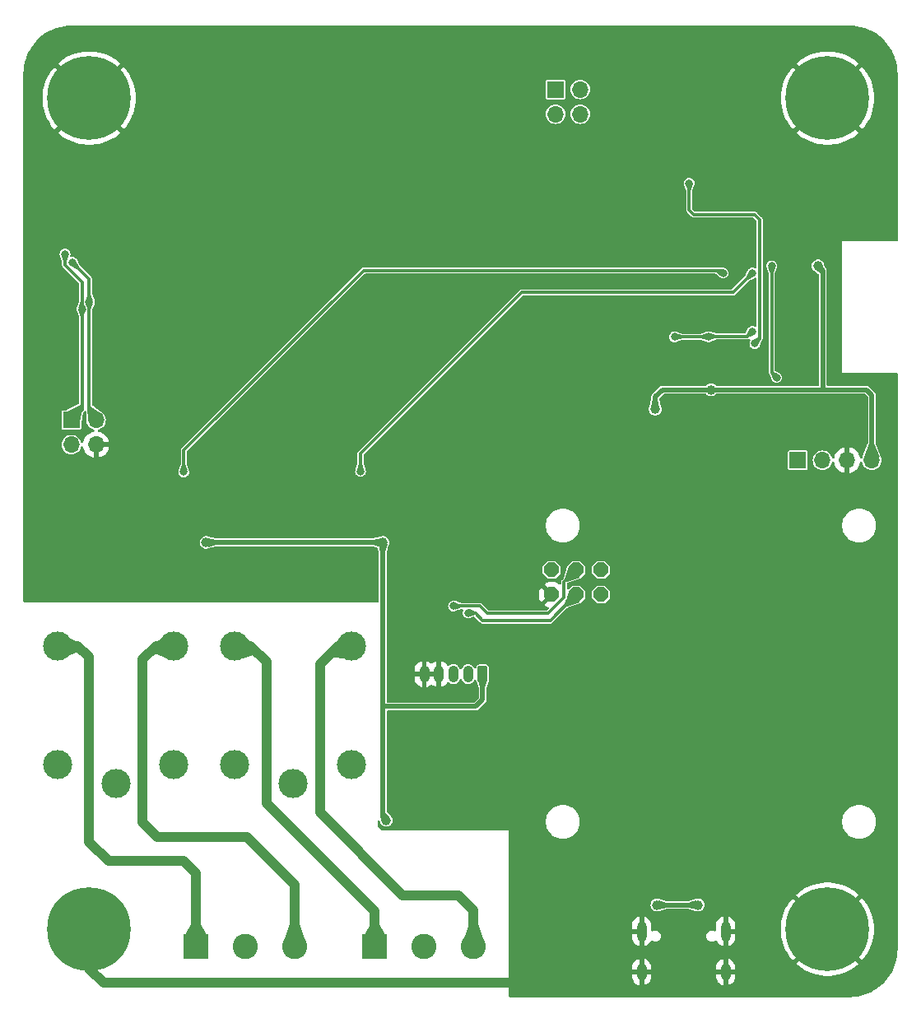
<source format=gbr>
%TF.GenerationSoftware,KiCad,Pcbnew,(7.0.0-0)*%
%TF.CreationDate,2023-04-23T09:26:16-04:00*%
%TF.ProjectId,KwartzLab-SensorBoard-Rev3,4b776172-747a-44c6-9162-2d53656e736f,3*%
%TF.SameCoordinates,Original*%
%TF.FileFunction,Copper,L2,Bot*%
%TF.FilePolarity,Positive*%
%FSLAX46Y46*%
G04 Gerber Fmt 4.6, Leading zero omitted, Abs format (unit mm)*
G04 Created by KiCad (PCBNEW (7.0.0-0)) date 2023-04-23 09:26:16*
%MOMM*%
%LPD*%
G01*
G04 APERTURE LIST*
G04 Aperture macros list*
%AMRoundRect*
0 Rectangle with rounded corners*
0 $1 Rounding radius*
0 $2 $3 $4 $5 $6 $7 $8 $9 X,Y pos of 4 corners*
0 Add a 4 corners polygon primitive as box body*
4,1,4,$2,$3,$4,$5,$6,$7,$8,$9,$2,$3,0*
0 Add four circle primitives for the rounded corners*
1,1,$1+$1,$2,$3*
1,1,$1+$1,$4,$5*
1,1,$1+$1,$6,$7*
1,1,$1+$1,$8,$9*
0 Add four rect primitives between the rounded corners*
20,1,$1+$1,$2,$3,$4,$5,0*
20,1,$1+$1,$4,$5,$6,$7,0*
20,1,$1+$1,$6,$7,$8,$9,0*
20,1,$1+$1,$8,$9,$2,$3,0*%
%AMOutline5P*
0 Free polygon, 5 corners , with rotation*
0 The origin of the aperture is its center*
0 number of corners: always 5*
0 $1 to $10 corner X, Y*
0 $11 Rotation angle, in degrees counterclockwise*
0 create outline with 5 corners*
4,1,5,$1,$2,$3,$4,$5,$6,$7,$8,$9,$10,$1,$2,$11*%
%AMOutline6P*
0 Free polygon, 6 corners , with rotation*
0 The origin of the aperture is its center*
0 number of corners: always 6*
0 $1 to $12 corner X, Y*
0 $13 Rotation angle, in degrees counterclockwise*
0 create outline with 6 corners*
4,1,6,$1,$2,$3,$4,$5,$6,$7,$8,$9,$10,$11,$12,$1,$2,$13*%
%AMOutline7P*
0 Free polygon, 7 corners , with rotation*
0 The origin of the aperture is its center*
0 number of corners: always 7*
0 $1 to $14 corner X, Y*
0 $15 Rotation angle, in degrees counterclockwise*
0 create outline with 7 corners*
4,1,7,$1,$2,$3,$4,$5,$6,$7,$8,$9,$10,$11,$12,$13,$14,$1,$2,$15*%
%AMOutline8P*
0 Free polygon, 8 corners , with rotation*
0 The origin of the aperture is its center*
0 number of corners: always 8*
0 $1 to $16 corner X, Y*
0 $17 Rotation angle, in degrees counterclockwise*
0 create outline with 8 corners*
4,1,8,$1,$2,$3,$4,$5,$6,$7,$8,$9,$10,$11,$12,$13,$14,$15,$16,$1,$2,$17*%
G04 Aperture macros list end*
%TA.AperFunction,ComponentPad*%
%ADD10R,1.700000X1.700000*%
%TD*%
%TA.AperFunction,ComponentPad*%
%ADD11O,1.700000X1.700000*%
%TD*%
%TA.AperFunction,ComponentPad*%
%ADD12C,0.900000*%
%TD*%
%TA.AperFunction,ComponentPad*%
%ADD13C,8.600000*%
%TD*%
%TA.AperFunction,ComponentPad*%
%ADD14RoundRect,0.250000X0.265000X0.615000X-0.265000X0.615000X-0.265000X-0.615000X0.265000X-0.615000X0*%
%TD*%
%TA.AperFunction,ComponentPad*%
%ADD15O,1.030000X1.730000*%
%TD*%
%TA.AperFunction,ComponentPad*%
%ADD16C,3.000000*%
%TD*%
%TA.AperFunction,ComponentPad*%
%ADD17R,2.600000X2.600000*%
%TD*%
%TA.AperFunction,ComponentPad*%
%ADD18C,2.600000*%
%TD*%
%TA.AperFunction,ComponentPad*%
%ADD19Outline8P,-0.775000X0.321016X-0.321016X0.775000X0.321016X0.775000X0.775000X0.321016X0.775000X-0.321016X0.321016X-0.775000X-0.321016X-0.775000X-0.775000X-0.321016X180.000000*%
%TD*%
%TA.AperFunction,ComponentPad*%
%ADD20O,1.000000X2.100000*%
%TD*%
%TA.AperFunction,ComponentPad*%
%ADD21O,1.000000X1.800000*%
%TD*%
%TA.AperFunction,ViaPad*%
%ADD22C,0.800000*%
%TD*%
%TA.AperFunction,ViaPad*%
%ADD23C,1.000000*%
%TD*%
%TA.AperFunction,Conductor*%
%ADD24C,1.000000*%
%TD*%
%TA.AperFunction,Conductor*%
%ADD25C,0.500000*%
%TD*%
%TA.AperFunction,Conductor*%
%ADD26C,0.300000*%
%TD*%
G04 APERTURE END LIST*
D10*
%TO.P,J8,1,Pin_1*%
%TO.N,SDA*%
X94999999Y-99269999D03*
D11*
%TO.P,J8,2,Pin_2*%
%TO.N,SCL*%
X97539999Y-99269999D03*
%TO.P,J8,3,Pin_3*%
%TO.N,+3V3*%
X94999999Y-101809999D03*
%TO.P,J8,4,Pin_4*%
%TO.N,GND*%
X97539999Y-101809999D03*
%TD*%
D12*
%TO.P,H3,1,1*%
%TO.N,GND*%
X169557188Y-66150000D03*
X170501769Y-63869581D03*
X170501769Y-68430419D03*
X172782188Y-62925000D03*
D13*
X172782188Y-66150000D03*
D12*
X172782188Y-69375000D03*
X175062607Y-63869581D03*
X175062607Y-68430419D03*
X176007188Y-66150000D03*
%TD*%
%TO.P,H1,1,1*%
%TO.N,GND*%
X93600000Y-151650000D03*
X94544581Y-149369581D03*
X94544581Y-153930419D03*
X96825000Y-148425000D03*
D13*
X96825000Y-151650000D03*
D12*
X96825000Y-154875000D03*
X99105419Y-149369581D03*
X99105419Y-153930419D03*
X100050000Y-151650000D03*
%TD*%
D10*
%TO.P,J1,1,Pin_1*%
%TO.N,/RX*%
X169719999Y-103399999D03*
D11*
%TO.P,J1,2,Pin_2*%
%TO.N,/TX*%
X172259999Y-103399999D03*
%TO.P,J1,3,Pin_3*%
%TO.N,GND*%
X174799999Y-103399999D03*
%TO.P,J1,4,Pin_4*%
%TO.N,+3V3*%
X177339999Y-103399999D03*
%TD*%
D12*
%TO.P,H4,1,1*%
%TO.N,GND*%
X93600000Y-66150000D03*
X94544581Y-63869581D03*
X94544581Y-68430419D03*
X96825000Y-62925000D03*
D13*
X96825000Y-66150000D03*
D12*
X96825000Y-69375000D03*
X99105419Y-63869581D03*
X99105419Y-68430419D03*
X100050000Y-66150000D03*
%TD*%
D14*
%TO.P,J3,1,Pin_1*%
%TO.N,+5V*%
X137300000Y-125400000D03*
D15*
%TO.P,J3,2,Pin_2*%
%TO.N,SDA*%
X135799999Y-125399999D03*
%TO.P,J3,3,Pin_3*%
%TO.N,SCL*%
X134299999Y-125399999D03*
%TO.P,J3,4,Pin_4*%
%TO.N,GND*%
X132799999Y-125399999D03*
%TO.P,J3,5,Pin_5*%
X131299999Y-125399999D03*
%TD*%
D16*
%TO.P,K2,11*%
%TO.N,/Output Relays/RELAY2_COM*%
X117800000Y-136700000D03*
%TO.P,K2,12*%
%TO.N,/Output Relays/RELAY2_NC*%
X111800000Y-122500000D03*
%TO.P,K2,14*%
%TO.N,/Output Relays/RELAY2_NO*%
X123800000Y-122500000D03*
%TO.P,K2,A1*%
%TO.N,+5V*%
X123800000Y-134700000D03*
%TO.P,K2,A2*%
%TO.N,/Output Relays/RELAY2_EN*%
X111800000Y-134700000D03*
%TD*%
D12*
%TO.P,H2,1,1*%
%TO.N,GND*%
X169544581Y-151650000D03*
X170489162Y-149369581D03*
X170489162Y-153930419D03*
X172769581Y-148425000D03*
D13*
X172769581Y-151650000D03*
D12*
X172769581Y-154875000D03*
X175050000Y-149369581D03*
X175050000Y-153930419D03*
X175994581Y-151650000D03*
%TD*%
D17*
%TO.P,J6,1,Pin_1*%
%TO.N,/Output Relays/RELAY2_NC*%
X126214999Y-153399999D03*
D18*
%TO.P,J6,2,Pin_2*%
%TO.N,/Output Relays/RELAY2_COM*%
X131295000Y-153400000D03*
%TO.P,J6,3,Pin_3*%
%TO.N,/Output Relays/RELAY2_NO*%
X136375000Y-153400000D03*
%TD*%
D17*
%TO.P,J5,1,Pin_1*%
%TO.N,/Output Relays/RELAY1_NC*%
X107799999Y-153399999D03*
D18*
%TO.P,J5,2,Pin_2*%
%TO.N,/Output Relays/RELAY1_COM*%
X112880000Y-153400000D03*
%TO.P,J5,3,Pin_3*%
%TO.N,/Output Relays/RELAY1_NO*%
X117960000Y-153400000D03*
%TD*%
D19*
%TO.P,J4,1,Pin_1*%
%TO.N,unconnected-(J4-Pin_1-Pad1)*%
X149482927Y-114684143D03*
%TO.P,J4,2,Pin_2*%
%TO.N,+3V3*%
X149482927Y-117224143D03*
%TO.P,J4,3,Pin_3*%
%TO.N,SCL*%
X146942927Y-114684143D03*
%TO.P,J4,4,Pin_4*%
%TO.N,SDA*%
X146942927Y-117224143D03*
%TO.P,J4,5,Pin_5*%
%TO.N,unconnected-(J4-Pin_5-Pad5)*%
X144402927Y-114684143D03*
%TO.P,J4,6,Pin_6*%
%TO.N,GND*%
X144402927Y-117224143D03*
%TD*%
D20*
%TO.P,J2,S1,SHIELD*%
%TO.N,GND*%
X153659999Y-151869999D03*
D21*
X153659999Y-156049999D03*
D20*
X162299999Y-151869999D03*
D21*
X162299999Y-156049999D03*
%TD*%
D10*
%TO.P,J9,1,Pin_1*%
%TO.N,GPIO5*%
X144799999Y-65259999D03*
D11*
%TO.P,J9,2,Pin_2*%
%TO.N,STATUS*%
X147339999Y-65259999D03*
%TO.P,J9,3,Pin_3*%
%TO.N,GPIO4*%
X144799999Y-67799999D03*
%TO.P,J9,4,Pin_4*%
%TO.N,GPIO10*%
X147339999Y-67799999D03*
%TD*%
D16*
%TO.P,K1,11*%
%TO.N,/Output Relays/RELAY1_COM*%
X99550000Y-136700000D03*
%TO.P,K1,12*%
%TO.N,/Output Relays/RELAY1_NC*%
X93550000Y-122500000D03*
%TO.P,K1,14*%
%TO.N,/Output Relays/RELAY1_NO*%
X105550000Y-122500000D03*
%TO.P,K1,A1*%
%TO.N,+5V*%
X105550000Y-134700000D03*
%TO.P,K1,A2*%
%TO.N,/Output Relays/RELAY1_EN*%
X93550000Y-134700000D03*
%TD*%
D22*
%TO.N,GND*%
X94030000Y-93290000D03*
X170400000Y-91300000D03*
X141030000Y-157150000D03*
X169250000Y-91300000D03*
X144980000Y-121390000D03*
X173750000Y-76130000D03*
X159490000Y-71050000D03*
X153840000Y-105360000D03*
X144800000Y-151090000D03*
X161200000Y-149150000D03*
X96000000Y-79730000D03*
X168050000Y-91300000D03*
X162190000Y-76150000D03*
X170800000Y-84150000D03*
X93630000Y-87600000D03*
X150280000Y-71830000D03*
X154070000Y-149550000D03*
X154800000Y-88010000D03*
X164950000Y-86900000D03*
X166150000Y-92300000D03*
X135410000Y-115730000D03*
X164950000Y-85700000D03*
X148750000Y-150920000D03*
X96080000Y-76410000D03*
X164150000Y-151040000D03*
X137250000Y-113230000D03*
X146080000Y-152620000D03*
X169800000Y-84150000D03*
X173720000Y-79380000D03*
X164950000Y-88150000D03*
X135050000Y-122540000D03*
X151120000Y-88000000D03*
D23*
%TO.N,+3V3*%
X155050000Y-98150000D03*
X171800000Y-83400000D03*
X160800000Y-96150000D03*
%TO.N,+5V*%
X127040000Y-111860000D03*
X108850000Y-111860000D03*
X127390000Y-140450000D03*
%TO.N,VBUS*%
X155230000Y-149150000D03*
X159480000Y-149150000D03*
D22*
%TO.N,STATUS*%
X167050000Y-83400000D03*
X167550000Y-94900000D03*
%TO.N,SDA*%
X96090000Y-87850000D03*
X165050000Y-90150000D03*
X160550000Y-90699500D03*
X135800000Y-119099500D03*
X94340000Y-82190000D03*
X157040000Y-90699500D03*
%TO.N,SCL*%
X134300000Y-118400000D03*
X95090000Y-83040000D03*
X96840000Y-87130000D03*
%TO.N,BOOT*%
X158550000Y-74900000D03*
X165300000Y-91400000D03*
%TO.N,RELAY1*%
X162050000Y-84150000D03*
X106550000Y-104590000D03*
%TO.N,RELAY2*%
X124740000Y-104530000D03*
X165050000Y-84150000D03*
%TD*%
D24*
%TO.N,GND*%
X96825000Y-155675000D02*
X96825000Y-151650000D01*
X98300000Y-157150000D02*
X96825000Y-155675000D01*
X141030000Y-157150000D02*
X98300000Y-157150000D01*
D25*
%TO.N,+3V3*%
X155800000Y-96150000D02*
X173550000Y-96150000D01*
X176800000Y-96150000D02*
X177340000Y-96690000D01*
X155050000Y-98150000D02*
X155050000Y-96900000D01*
X173550000Y-96150000D02*
X176800000Y-96150000D01*
X155050000Y-96900000D02*
X155800000Y-96150000D01*
X172300000Y-96150000D02*
X173550000Y-96150000D01*
X172300000Y-83900000D02*
X172300000Y-96150000D01*
X177340000Y-96690000D02*
X177340000Y-103400000D01*
X171800000Y-83400000D02*
X172300000Y-83900000D01*
%TO.N,+5V*%
X127040000Y-140100000D02*
X127040000Y-128750000D01*
X137300000Y-125400000D02*
X137300000Y-128050000D01*
X137300000Y-128050000D02*
X136610000Y-128740000D01*
X127040000Y-128730000D02*
X127050000Y-128740000D01*
X127040000Y-111860000D02*
X108850000Y-111860000D01*
X127390000Y-140450000D02*
X127040000Y-140100000D01*
X136610000Y-128740000D02*
X127050000Y-128740000D01*
X127040000Y-111860000D02*
X127040000Y-128730000D01*
X127040000Y-128750000D02*
X127050000Y-128740000D01*
%TO.N,VBUS*%
X159480000Y-149150000D02*
X155230000Y-149150000D01*
D26*
%TO.N,STATUS*%
X167050000Y-94400000D02*
X167550000Y-94900000D01*
X167050000Y-83400000D02*
X167050000Y-94400000D01*
%TO.N,SDA*%
X94340000Y-83360000D02*
X94340000Y-82190000D01*
X96090000Y-87850000D02*
X96090000Y-98180000D01*
X96090000Y-85110000D02*
X94340000Y-83360000D01*
X160550000Y-90699500D02*
X160599500Y-90650000D01*
X135850500Y-119150000D02*
X135800000Y-119099500D01*
X146942928Y-117224144D02*
X144267072Y-119900000D01*
X164550000Y-90650000D02*
X165050000Y-90150000D01*
X136550000Y-119150000D02*
X135850500Y-119150000D01*
X160599500Y-90650000D02*
X164550000Y-90650000D01*
X96090000Y-98180000D02*
X95000000Y-99270000D01*
X157040000Y-90699500D02*
X160550000Y-90699500D01*
X144267072Y-119900000D02*
X137300000Y-119900000D01*
X137300000Y-119900000D02*
X136550000Y-119150000D01*
X96090000Y-87850000D02*
X96090000Y-85110000D01*
%TO.N,SCL*%
X134800500Y-118399500D02*
X136992698Y-118399500D01*
X136992698Y-118399500D02*
X137743198Y-119150000D01*
X144050000Y-119150000D02*
X145670000Y-117530000D01*
X134800000Y-118400000D02*
X134800500Y-118399500D01*
X96840000Y-84790000D02*
X95090000Y-83040000D01*
X96840000Y-98570000D02*
X97540000Y-99270000D01*
X96840000Y-87130000D02*
X96840000Y-84790000D01*
X96840000Y-87130000D02*
X96840000Y-98570000D01*
X137743198Y-119150000D02*
X144050000Y-119150000D01*
X134300000Y-118400000D02*
X134800000Y-118400000D01*
X145670000Y-117530000D02*
X145670000Y-115957072D01*
X145670000Y-115957072D02*
X146942928Y-114684144D01*
D24*
%TO.N,/Output Relays/RELAY1_NC*%
X107800000Y-145900000D02*
X107800000Y-153400000D01*
X98800000Y-144650000D02*
X106550000Y-144650000D01*
X95650000Y-122500000D02*
X96800000Y-123650000D01*
X96800000Y-123650000D02*
X96800000Y-142650000D01*
X106550000Y-144650000D02*
X107800000Y-145900000D01*
X96800000Y-142650000D02*
X98800000Y-144650000D01*
X93550000Y-122500000D02*
X95650000Y-122500000D01*
%TO.N,/Output Relays/RELAY1_NO*%
X102300000Y-123900000D02*
X102300000Y-140650000D01*
X105550000Y-122500000D02*
X103700000Y-122500000D01*
X102300000Y-140650000D02*
X103800000Y-142150000D01*
X113050000Y-142150000D02*
X117960000Y-147060000D01*
X117960000Y-147060000D02*
X117960000Y-153400000D01*
X103700000Y-122500000D02*
X102300000Y-123900000D01*
X103800000Y-142150000D02*
X113050000Y-142150000D01*
%TO.N,/Output Relays/RELAY2_NC*%
X111800000Y-122500000D02*
X113400000Y-122500000D01*
X113400000Y-122500000D02*
X115050000Y-124150000D01*
X115050000Y-138650000D02*
X126215000Y-149815000D01*
X115050000Y-124150000D02*
X115050000Y-138650000D01*
X126215000Y-149815000D02*
X126215000Y-153400000D01*
%TO.N,/Output Relays/RELAY2_NO*%
X120550000Y-139650000D02*
X129050000Y-148150000D01*
X123800000Y-122500000D02*
X122450000Y-122500000D01*
X136375000Y-149725000D02*
X136375000Y-153400000D01*
X122450000Y-122500000D02*
X120550000Y-124400000D01*
X134800000Y-148150000D02*
X136375000Y-149725000D01*
X129050000Y-148150000D02*
X134800000Y-148150000D01*
X120550000Y-124400000D02*
X120550000Y-139650000D01*
D26*
%TO.N,BOOT*%
X158550000Y-77650000D02*
X159050000Y-78150000D01*
X165800000Y-90900000D02*
X165300000Y-91400000D01*
X158550000Y-74900000D02*
X158550000Y-77650000D01*
X165300000Y-78150000D02*
X165800000Y-78650000D01*
X159050000Y-78150000D02*
X165300000Y-78150000D01*
X165800000Y-78650000D02*
X165800000Y-90900000D01*
%TO.N,RELAY1*%
X125050000Y-83900000D02*
X161800000Y-83900000D01*
X161800000Y-83900000D02*
X162050000Y-84150000D01*
X106550000Y-104590000D02*
X106550000Y-102400000D01*
X106550000Y-102400000D02*
X125050000Y-83900000D01*
%TO.N,RELAY2*%
X163050000Y-86150000D02*
X165050000Y-84150000D01*
X141300000Y-86150000D02*
X163050000Y-86150000D01*
X124740000Y-104530000D02*
X124740000Y-102710000D01*
X124740000Y-102710000D02*
X141300000Y-86150000D01*
%TD*%
%TA.AperFunction,Conductor*%
%TO.N,GND*%
G36*
X175009750Y-58660605D02*
G01*
X175414110Y-58677329D01*
X175424283Y-58678172D01*
X175823348Y-58727915D01*
X175833456Y-58729602D01*
X176227041Y-58812126D01*
X176236932Y-58814631D01*
X176622380Y-58929383D01*
X176632049Y-58932703D01*
X177006681Y-59078883D01*
X177016038Y-59082987D01*
X177377354Y-59259624D01*
X177386307Y-59264469D01*
X177731802Y-59470338D01*
X177740363Y-59475932D01*
X178067632Y-59709596D01*
X178075708Y-59715881D01*
X178202535Y-59823298D01*
X178382584Y-59975791D01*
X178390124Y-59982733D01*
X178674458Y-60267066D01*
X178681400Y-60274606D01*
X178941300Y-60581471D01*
X178947594Y-60589558D01*
X179181257Y-60916820D01*
X179186862Y-60925398D01*
X179280774Y-61083004D01*
X179392710Y-61270856D01*
X179397579Y-61279854D01*
X179532980Y-61556820D01*
X179574198Y-61641132D01*
X179578314Y-61650517D01*
X179724488Y-62025128D01*
X179727816Y-62034821D01*
X179842558Y-62420231D01*
X179845074Y-62430166D01*
X179927597Y-62823733D01*
X179929284Y-62833842D01*
X179979024Y-63232884D01*
X179979870Y-63243098D01*
X179996582Y-63647147D01*
X179996688Y-63652271D01*
X179996688Y-80776000D01*
X179980075Y-80838000D01*
X179934688Y-80883387D01*
X179872688Y-80900000D01*
X174300000Y-80900000D01*
X174300000Y-94400000D01*
X179872688Y-94400000D01*
X179934688Y-94416613D01*
X179980075Y-94462000D01*
X179996688Y-94524000D01*
X179996688Y-153647439D01*
X179996582Y-153652563D01*
X179979858Y-154056900D01*
X179979012Y-154067114D01*
X179929272Y-154466155D01*
X179927585Y-154476264D01*
X179845063Y-154869830D01*
X179842547Y-154879765D01*
X179727805Y-155265174D01*
X179724477Y-155274867D01*
X179578301Y-155649482D01*
X179574184Y-155658867D01*
X179397579Y-156020118D01*
X179392702Y-156029132D01*
X179186853Y-156374592D01*
X179181247Y-156383172D01*
X178947580Y-156710441D01*
X178941285Y-156718528D01*
X178681396Y-157025378D01*
X178674455Y-157032918D01*
X178390116Y-157317257D01*
X178382576Y-157324199D01*
X178075706Y-157584103D01*
X178067618Y-157590397D01*
X177740367Y-157824049D01*
X177731788Y-157829655D01*
X177386332Y-158035503D01*
X177377318Y-158040381D01*
X177016047Y-158216994D01*
X177006662Y-158221110D01*
X176632053Y-158367282D01*
X176622359Y-158370610D01*
X176236956Y-158485348D01*
X176227022Y-158487864D01*
X175833451Y-158570387D01*
X175823342Y-158572074D01*
X175480902Y-158614758D01*
X175424302Y-158621813D01*
X175414090Y-158622659D01*
X175009461Y-158639394D01*
X175004337Y-158639500D01*
X140119855Y-158639500D01*
X140065025Y-158626719D01*
X140021498Y-158591011D01*
X139998247Y-158539736D01*
X139999530Y-158500001D01*
X140000000Y-158500000D01*
X140000000Y-156497570D01*
X152660000Y-156497570D01*
X152660317Y-156503835D01*
X152674783Y-156646084D01*
X152677301Y-156658335D01*
X152734419Y-156840385D01*
X152739355Y-156851889D01*
X152831954Y-157018720D01*
X152839097Y-157028982D01*
X152963379Y-157173754D01*
X152972458Y-157182385D01*
X153123329Y-157299167D01*
X153133957Y-157305792D01*
X153305256Y-157389817D01*
X153316997Y-157394165D01*
X153396253Y-157414686D01*
X153407464Y-157414971D01*
X153408627Y-157409962D01*
X153910000Y-157409962D01*
X153912337Y-157420645D01*
X153917502Y-157420973D01*
X153917840Y-157420885D01*
X154096760Y-157354621D01*
X154108006Y-157349105D01*
X154269926Y-157248180D01*
X154279820Y-157240521D01*
X154418114Y-157109063D01*
X154426262Y-157099572D01*
X154535265Y-156942963D01*
X154541334Y-156932029D01*
X154616581Y-156756681D01*
X154620324Y-156744752D01*
X154658734Y-156557847D01*
X154660000Y-156545402D01*
X154660000Y-156497570D01*
X161300000Y-156497570D01*
X161300317Y-156503835D01*
X161314783Y-156646084D01*
X161317301Y-156658335D01*
X161374419Y-156840385D01*
X161379355Y-156851889D01*
X161471954Y-157018720D01*
X161479097Y-157028982D01*
X161603379Y-157173754D01*
X161612458Y-157182385D01*
X161763329Y-157299167D01*
X161773957Y-157305792D01*
X161945256Y-157389817D01*
X161956997Y-157394165D01*
X162036253Y-157414686D01*
X162047464Y-157414971D01*
X162048627Y-157409962D01*
X162550000Y-157409962D01*
X162552337Y-157420645D01*
X162557502Y-157420973D01*
X162557840Y-157420885D01*
X162736760Y-157354621D01*
X162748006Y-157349105D01*
X162909926Y-157248180D01*
X162919820Y-157240521D01*
X163058114Y-157109063D01*
X163066262Y-157099572D01*
X163175265Y-156942963D01*
X163181334Y-156932029D01*
X163256581Y-156756681D01*
X163260324Y-156744752D01*
X163298734Y-156557847D01*
X163300000Y-156545402D01*
X163300000Y-156316326D01*
X163296549Y-156303450D01*
X163283674Y-156300000D01*
X162566326Y-156300000D01*
X162553450Y-156303450D01*
X162550000Y-156316326D01*
X162550000Y-157409962D01*
X162048627Y-157409962D01*
X162050000Y-157404046D01*
X162050000Y-156316326D01*
X162046549Y-156303450D01*
X162033674Y-156300000D01*
X161316326Y-156300000D01*
X161303450Y-156303450D01*
X161300000Y-156316326D01*
X161300000Y-156497570D01*
X154660000Y-156497570D01*
X154660000Y-156316326D01*
X154656549Y-156303450D01*
X154643674Y-156300000D01*
X153926326Y-156300000D01*
X153913450Y-156303450D01*
X153910000Y-156316326D01*
X153910000Y-157409962D01*
X153408627Y-157409962D01*
X153410000Y-157404046D01*
X153410000Y-156316326D01*
X153406549Y-156303450D01*
X153393674Y-156300000D01*
X152676326Y-156300000D01*
X152663450Y-156303450D01*
X152660000Y-156316326D01*
X152660000Y-156497570D01*
X140000000Y-156497570D01*
X140000000Y-155783674D01*
X152660000Y-155783674D01*
X152663450Y-155796549D01*
X152676326Y-155800000D01*
X153393674Y-155800000D01*
X153406549Y-155796549D01*
X153410000Y-155783674D01*
X153910000Y-155783674D01*
X153913450Y-155796549D01*
X153926326Y-155800000D01*
X154643674Y-155800000D01*
X154656549Y-155796549D01*
X154660000Y-155783674D01*
X161300000Y-155783674D01*
X161303450Y-155796549D01*
X161316326Y-155800000D01*
X162033674Y-155800000D01*
X162046549Y-155796549D01*
X162050000Y-155783674D01*
X162550000Y-155783674D01*
X162553450Y-155796549D01*
X162566326Y-155800000D01*
X163283674Y-155800000D01*
X163296549Y-155796549D01*
X163300000Y-155783674D01*
X163300000Y-155602430D01*
X163299682Y-155596164D01*
X163285216Y-155453915D01*
X163282698Y-155441664D01*
X163225580Y-155259614D01*
X163220644Y-155248110D01*
X163203096Y-155216495D01*
X169561829Y-155216495D01*
X169569286Y-155227884D01*
X169771721Y-155404745D01*
X169776063Y-155408208D01*
X170120356Y-155658351D01*
X170124993Y-155661412D01*
X170490344Y-155879700D01*
X170495215Y-155882321D01*
X170878646Y-156066971D01*
X170883773Y-156069163D01*
X171282193Y-156218692D01*
X171287491Y-156220413D01*
X171697714Y-156333628D01*
X171703149Y-156334869D01*
X172121871Y-156410855D01*
X172127381Y-156411602D01*
X172551249Y-156449751D01*
X172556790Y-156450000D01*
X172982372Y-156450000D01*
X172987912Y-156449751D01*
X173411780Y-156411602D01*
X173417290Y-156410855D01*
X173836012Y-156334869D01*
X173841447Y-156333628D01*
X174251670Y-156220413D01*
X174256968Y-156218692D01*
X174655388Y-156069163D01*
X174660515Y-156066971D01*
X175043946Y-155882321D01*
X175048817Y-155879700D01*
X175414168Y-155661412D01*
X175418805Y-155658351D01*
X175763086Y-155408216D01*
X175767445Y-155404741D01*
X175969876Y-155227882D01*
X175977331Y-155216495D01*
X175970657Y-155204630D01*
X172781123Y-152015095D01*
X172769581Y-152008431D01*
X172758038Y-152015095D01*
X169568503Y-155204630D01*
X169561829Y-155216495D01*
X163203096Y-155216495D01*
X163128045Y-155081279D01*
X163120902Y-155071017D01*
X162996620Y-154926245D01*
X162987541Y-154917614D01*
X162836670Y-154800832D01*
X162826042Y-154794207D01*
X162654743Y-154710182D01*
X162643002Y-154705834D01*
X162563746Y-154685313D01*
X162552535Y-154685028D01*
X162550000Y-154695954D01*
X162550000Y-155783674D01*
X162050000Y-155783674D01*
X162050000Y-154690038D01*
X162047662Y-154679354D01*
X162042497Y-154679026D01*
X162042159Y-154679114D01*
X161863239Y-154745378D01*
X161851993Y-154750894D01*
X161690073Y-154851819D01*
X161680179Y-154859478D01*
X161541885Y-154990936D01*
X161533737Y-155000427D01*
X161424734Y-155157036D01*
X161418665Y-155167970D01*
X161343418Y-155343318D01*
X161339675Y-155355247D01*
X161301265Y-155542152D01*
X161300000Y-155554598D01*
X161300000Y-155783674D01*
X154660000Y-155783674D01*
X154660000Y-155602430D01*
X154659682Y-155596164D01*
X154645216Y-155453915D01*
X154642698Y-155441664D01*
X154585580Y-155259614D01*
X154580644Y-155248110D01*
X154488045Y-155081279D01*
X154480902Y-155071017D01*
X154356620Y-154926245D01*
X154347541Y-154917614D01*
X154196670Y-154800832D01*
X154186042Y-154794207D01*
X154014743Y-154710182D01*
X154003002Y-154705834D01*
X153923746Y-154685313D01*
X153912535Y-154685028D01*
X153910000Y-154695954D01*
X153910000Y-155783674D01*
X153410000Y-155783674D01*
X153410000Y-154690038D01*
X153407662Y-154679354D01*
X153402497Y-154679026D01*
X153402159Y-154679114D01*
X153223239Y-154745378D01*
X153211993Y-154750894D01*
X153050073Y-154851819D01*
X153040179Y-154859478D01*
X152901885Y-154990936D01*
X152893737Y-155000427D01*
X152784734Y-155157036D01*
X152778665Y-155167970D01*
X152703418Y-155343318D01*
X152699675Y-155355247D01*
X152661265Y-155542152D01*
X152660000Y-155554598D01*
X152660000Y-155783674D01*
X140000000Y-155783674D01*
X140000000Y-152467570D01*
X152660000Y-152467570D01*
X152660317Y-152473835D01*
X152674783Y-152616084D01*
X152677301Y-152628335D01*
X152734419Y-152810385D01*
X152739355Y-152821889D01*
X152831954Y-152988720D01*
X152839097Y-152998982D01*
X152963379Y-153143754D01*
X152972458Y-153152385D01*
X153123329Y-153269167D01*
X153133957Y-153275792D01*
X153305256Y-153359817D01*
X153316997Y-153364165D01*
X153396253Y-153384686D01*
X153407464Y-153384971D01*
X153408627Y-153379962D01*
X153910000Y-153379962D01*
X153912337Y-153390645D01*
X153917502Y-153390973D01*
X153917840Y-153390885D01*
X154096760Y-153324621D01*
X154108006Y-153319105D01*
X154269926Y-153218180D01*
X154279820Y-153210521D01*
X154418114Y-153079063D01*
X154426262Y-153069572D01*
X154535265Y-152912963D01*
X154541333Y-152902031D01*
X154551921Y-152877358D01*
X154585002Y-152832256D01*
X154634538Y-152806281D01*
X154690449Y-152804716D01*
X154741360Y-152827881D01*
X154793315Y-152867748D01*
X154793319Y-152867750D01*
X154799767Y-152872698D01*
X154939764Y-152930687D01*
X155052280Y-152945500D01*
X155123667Y-152945500D01*
X155127720Y-152945500D01*
X155240236Y-152930687D01*
X155380233Y-152872698D01*
X155500451Y-152780451D01*
X155592698Y-152660233D01*
X155650687Y-152520236D01*
X155670466Y-152370000D01*
X160289534Y-152370000D01*
X160290595Y-152378059D01*
X160308251Y-152512176D01*
X160308252Y-152512182D01*
X160309313Y-152520236D01*
X160312422Y-152527742D01*
X160312423Y-152527745D01*
X160349015Y-152616084D01*
X160367302Y-152660233D01*
X160372245Y-152666674D01*
X160372248Y-152666680D01*
X160454605Y-152774008D01*
X160459549Y-152780451D01*
X160465991Y-152785394D01*
X160573319Y-152867751D01*
X160573322Y-152867753D01*
X160579767Y-152872698D01*
X160719764Y-152930687D01*
X160832280Y-152945500D01*
X160903667Y-152945500D01*
X160907720Y-152945500D01*
X161020236Y-152930687D01*
X161160233Y-152872698D01*
X161212938Y-152832256D01*
X161219577Y-152827162D01*
X161267416Y-152804659D01*
X161320281Y-152804128D01*
X161368562Y-152825667D01*
X161403483Y-152865359D01*
X161471954Y-152988720D01*
X161479097Y-152998982D01*
X161603379Y-153143754D01*
X161612458Y-153152385D01*
X161763329Y-153269167D01*
X161773957Y-153275792D01*
X161945256Y-153359817D01*
X161956997Y-153364165D01*
X162036253Y-153384686D01*
X162047464Y-153384971D01*
X162048627Y-153379962D01*
X162550000Y-153379962D01*
X162552337Y-153390645D01*
X162557502Y-153390973D01*
X162557840Y-153390885D01*
X162736760Y-153324621D01*
X162748006Y-153319105D01*
X162909926Y-153218180D01*
X162919820Y-153210521D01*
X163058114Y-153079063D01*
X163066262Y-153069572D01*
X163175265Y-152912963D01*
X163181334Y-152902029D01*
X163256581Y-152726681D01*
X163260324Y-152714752D01*
X163298734Y-152527847D01*
X163300000Y-152515402D01*
X163300000Y-152136326D01*
X163296549Y-152123450D01*
X163283674Y-152120000D01*
X162566326Y-152120000D01*
X162553450Y-152123450D01*
X162550000Y-152136326D01*
X162550000Y-153379962D01*
X162048627Y-153379962D01*
X162050000Y-153374046D01*
X162050000Y-151652783D01*
X167964868Y-151652783D01*
X167983961Y-152077924D01*
X167984458Y-152083452D01*
X168041585Y-152505177D01*
X168042579Y-152510654D01*
X168137278Y-152925557D01*
X168138754Y-152930905D01*
X168270259Y-153335637D01*
X168272225Y-153340876D01*
X168439474Y-153732172D01*
X168441891Y-153737193D01*
X168643556Y-154111949D01*
X168646408Y-154116722D01*
X168880848Y-154471885D01*
X168884121Y-154476391D01*
X169149460Y-154809114D01*
X169153114Y-154813296D01*
X169190359Y-154852252D01*
X169201861Y-154859182D01*
X169213513Y-154852512D01*
X172404484Y-151661542D01*
X172411148Y-151649999D01*
X173128012Y-151649999D01*
X173134676Y-151661542D01*
X176325646Y-154852511D01*
X176337300Y-154859182D01*
X176348800Y-154852253D01*
X176386048Y-154813295D01*
X176389700Y-154809115D01*
X176655040Y-154476391D01*
X176658313Y-154471885D01*
X176892753Y-154116722D01*
X176895605Y-154111949D01*
X177097270Y-153737193D01*
X177099687Y-153732172D01*
X177266936Y-153340876D01*
X177268902Y-153335637D01*
X177400407Y-152930905D01*
X177401883Y-152925557D01*
X177496582Y-152510654D01*
X177497576Y-152505177D01*
X177554703Y-152083452D01*
X177555200Y-152077924D01*
X177574294Y-151652783D01*
X177574294Y-151647217D01*
X177555200Y-151222075D01*
X177554703Y-151216547D01*
X177497576Y-150794822D01*
X177496582Y-150789345D01*
X177401883Y-150374442D01*
X177400407Y-150369094D01*
X177268902Y-149964362D01*
X177266936Y-149959123D01*
X177099687Y-149567827D01*
X177097270Y-149562806D01*
X176895605Y-149188050D01*
X176892753Y-149183277D01*
X176658313Y-148828114D01*
X176655040Y-148823608D01*
X176389701Y-148490885D01*
X176386047Y-148486703D01*
X176348801Y-148447746D01*
X176337299Y-148440816D01*
X176325647Y-148447486D01*
X173134676Y-151638457D01*
X173128012Y-151649999D01*
X172411148Y-151649999D01*
X172404484Y-151638457D01*
X169213515Y-148447488D01*
X169201860Y-148440817D01*
X169190359Y-148447747D01*
X169153125Y-148486692D01*
X169149455Y-148490891D01*
X168884121Y-148823608D01*
X168880848Y-148828114D01*
X168646408Y-149183277D01*
X168643556Y-149188050D01*
X168441891Y-149562806D01*
X168439474Y-149567827D01*
X168272225Y-149959123D01*
X168270259Y-149964362D01*
X168138754Y-150369094D01*
X168137278Y-150374442D01*
X168042579Y-150789345D01*
X168041585Y-150794822D01*
X167984458Y-151216547D01*
X167983961Y-151222075D01*
X167964868Y-151647217D01*
X167964868Y-151652783D01*
X162050000Y-151652783D01*
X162050000Y-151603674D01*
X162550000Y-151603674D01*
X162553450Y-151616549D01*
X162566326Y-151620000D01*
X163283674Y-151620000D01*
X163296549Y-151616549D01*
X163300000Y-151603674D01*
X163300000Y-151272430D01*
X163299682Y-151266164D01*
X163285216Y-151123915D01*
X163282698Y-151111664D01*
X163225580Y-150929614D01*
X163220644Y-150918110D01*
X163128045Y-150751279D01*
X163120902Y-150741017D01*
X162996620Y-150596245D01*
X162987541Y-150587614D01*
X162836670Y-150470832D01*
X162826042Y-150464207D01*
X162654743Y-150380182D01*
X162643002Y-150375834D01*
X162563746Y-150355313D01*
X162552535Y-150355028D01*
X162550000Y-150365954D01*
X162550000Y-151603674D01*
X162050000Y-151603674D01*
X162050000Y-150360038D01*
X162047662Y-150349354D01*
X162042497Y-150349026D01*
X162042159Y-150349114D01*
X161863239Y-150415378D01*
X161851993Y-150420894D01*
X161690073Y-150521819D01*
X161680179Y-150529478D01*
X161541885Y-150660936D01*
X161533737Y-150670427D01*
X161424734Y-150827036D01*
X161418665Y-150837970D01*
X161343418Y-151013318D01*
X161339675Y-151025247D01*
X161301265Y-151212152D01*
X161300000Y-151224598D01*
X161300000Y-151739616D01*
X161285358Y-151798069D01*
X161244891Y-151842718D01*
X161188154Y-151863019D01*
X161128547Y-151854177D01*
X161027745Y-151812423D01*
X161027742Y-151812422D01*
X161020236Y-151809313D01*
X161012182Y-151808252D01*
X161012176Y-151808251D01*
X160911739Y-151795029D01*
X160911737Y-151795028D01*
X160907720Y-151794500D01*
X160832280Y-151794500D01*
X160828263Y-151795028D01*
X160828260Y-151795029D01*
X160727823Y-151808251D01*
X160727815Y-151808252D01*
X160719764Y-151809313D01*
X160712259Y-151812421D01*
X160712254Y-151812423D01*
X160587276Y-151864191D01*
X160587272Y-151864193D01*
X160579767Y-151867302D01*
X160573328Y-151872242D01*
X160573319Y-151872248D01*
X160465991Y-151954605D01*
X160465987Y-151954608D01*
X160459549Y-151959549D01*
X160454608Y-151965987D01*
X160454605Y-151965991D01*
X160372248Y-152073319D01*
X160372242Y-152073328D01*
X160367302Y-152079767D01*
X160364193Y-152087272D01*
X160364191Y-152087276D01*
X160312423Y-152212254D01*
X160312421Y-152212259D01*
X160309313Y-152219764D01*
X160308252Y-152227815D01*
X160308251Y-152227823D01*
X160290760Y-152360683D01*
X160289534Y-152370000D01*
X155670466Y-152370000D01*
X155650687Y-152219764D01*
X155592698Y-152079767D01*
X155587753Y-152073322D01*
X155587751Y-152073319D01*
X155505394Y-151965991D01*
X155500451Y-151959549D01*
X155494008Y-151954605D01*
X155386680Y-151872248D01*
X155386674Y-151872245D01*
X155380233Y-151867302D01*
X155372724Y-151864191D01*
X155372723Y-151864191D01*
X155247745Y-151812423D01*
X155247742Y-151812422D01*
X155240236Y-151809313D01*
X155232182Y-151808252D01*
X155232176Y-151808251D01*
X155131739Y-151795029D01*
X155131737Y-151795028D01*
X155127720Y-151794500D01*
X155052280Y-151794500D01*
X155048263Y-151795028D01*
X155048260Y-151795029D01*
X154947823Y-151808251D01*
X154947815Y-151808252D01*
X154939764Y-151809313D01*
X154932259Y-151812421D01*
X154932254Y-151812423D01*
X154831453Y-151854177D01*
X154771846Y-151863019D01*
X154715109Y-151842718D01*
X154674642Y-151798069D01*
X154660000Y-151739616D01*
X154660000Y-151272430D01*
X154659682Y-151266164D01*
X154645216Y-151123915D01*
X154642698Y-151111664D01*
X154585580Y-150929614D01*
X154580644Y-150918110D01*
X154488045Y-150751279D01*
X154480902Y-150741017D01*
X154356620Y-150596245D01*
X154347541Y-150587614D01*
X154196670Y-150470832D01*
X154186042Y-150464207D01*
X154014743Y-150380182D01*
X154003002Y-150375834D01*
X153923746Y-150355313D01*
X153912535Y-150355028D01*
X153910000Y-150365954D01*
X153910000Y-153379962D01*
X153408627Y-153379962D01*
X153410000Y-153374046D01*
X153410000Y-152136326D01*
X153406549Y-152123450D01*
X153393674Y-152120000D01*
X152676326Y-152120000D01*
X152663450Y-152123450D01*
X152660000Y-152136326D01*
X152660000Y-152467570D01*
X140000000Y-152467570D01*
X140000000Y-151603674D01*
X152660000Y-151603674D01*
X152663450Y-151616549D01*
X152676326Y-151620000D01*
X153393674Y-151620000D01*
X153406549Y-151616549D01*
X153410000Y-151603674D01*
X153410000Y-150360038D01*
X153407662Y-150349354D01*
X153402497Y-150349026D01*
X153402159Y-150349114D01*
X153223239Y-150415378D01*
X153211993Y-150420894D01*
X153050073Y-150521819D01*
X153040179Y-150529478D01*
X152901885Y-150660936D01*
X152893737Y-150670427D01*
X152784734Y-150827036D01*
X152778665Y-150837970D01*
X152703418Y-151013318D01*
X152699675Y-151025247D01*
X152661265Y-151212152D01*
X152660000Y-151224598D01*
X152660000Y-151603674D01*
X140000000Y-151603674D01*
X140000000Y-149150000D01*
X154574722Y-149150000D01*
X154575626Y-149157445D01*
X154592858Y-149299370D01*
X154592859Y-149299375D01*
X154593763Y-149306818D01*
X154649780Y-149454523D01*
X154654043Y-149460699D01*
X154727987Y-149567827D01*
X154739517Y-149584530D01*
X154857760Y-149689283D01*
X154997635Y-149762696D01*
X155151015Y-149800500D01*
X155301485Y-149800500D01*
X155308985Y-149800500D01*
X155462365Y-149762696D01*
X155463471Y-149762115D01*
X155470714Y-149760153D01*
X155470616Y-149759777D01*
X156253661Y-149554551D01*
X156285098Y-149550500D01*
X158424902Y-149550500D01*
X158456339Y-149554551D01*
X159239383Y-149759777D01*
X159239284Y-149760152D01*
X159246525Y-149762113D01*
X159247635Y-149762696D01*
X159401015Y-149800500D01*
X159551485Y-149800500D01*
X159558985Y-149800500D01*
X159712365Y-149762696D01*
X159852240Y-149689283D01*
X159970483Y-149584530D01*
X160060220Y-149454523D01*
X160116237Y-149306818D01*
X160135278Y-149150000D01*
X160116237Y-148993182D01*
X160060220Y-148845477D01*
X159970483Y-148715470D01*
X159852240Y-148610717D01*
X159845595Y-148607229D01*
X159845593Y-148607228D01*
X159719006Y-148540789D01*
X159719002Y-148540787D01*
X159712365Y-148537304D01*
X159705087Y-148535510D01*
X159705084Y-148535509D01*
X159566267Y-148501294D01*
X159566260Y-148501293D01*
X159558985Y-148499500D01*
X159401015Y-148499500D01*
X159393740Y-148501292D01*
X159393732Y-148501294D01*
X159254905Y-148535511D01*
X159254896Y-148535514D01*
X159247635Y-148537304D01*
X159246517Y-148537890D01*
X159239285Y-148539851D01*
X159239383Y-148540222D01*
X158456339Y-148745449D01*
X158424902Y-148749500D01*
X156285098Y-148749500D01*
X156253661Y-148745449D01*
X155470616Y-148540222D01*
X155470713Y-148539849D01*
X155463476Y-148537887D01*
X155462365Y-148537304D01*
X155455093Y-148535511D01*
X155455089Y-148535510D01*
X155316267Y-148501294D01*
X155316260Y-148501293D01*
X155308985Y-148499500D01*
X155151015Y-148499500D01*
X155143740Y-148501292D01*
X155143732Y-148501294D01*
X155004915Y-148535509D01*
X155004909Y-148535510D01*
X154997635Y-148537304D01*
X154991000Y-148540786D01*
X154990993Y-148540789D01*
X154864406Y-148607228D01*
X154864400Y-148607231D01*
X154857760Y-148610717D01*
X154852148Y-148615687D01*
X154852143Y-148615692D01*
X154745127Y-148710499D01*
X154745122Y-148710503D01*
X154739517Y-148715470D01*
X154735262Y-148721634D01*
X154735257Y-148721640D01*
X154654043Y-148839300D01*
X154654040Y-148839303D01*
X154649780Y-148845477D01*
X154647120Y-148852488D01*
X154647118Y-148852494D01*
X154596423Y-148986167D01*
X154593763Y-148993182D01*
X154592859Y-149000622D01*
X154592858Y-149000629D01*
X154576070Y-149138896D01*
X154574722Y-149150000D01*
X140000000Y-149150000D01*
X140000000Y-148083503D01*
X169561829Y-148083503D01*
X169568503Y-148095368D01*
X172758038Y-151284903D01*
X172769581Y-151291567D01*
X172781123Y-151284903D01*
X175970657Y-148095368D01*
X175977331Y-148083503D01*
X175969874Y-148072114D01*
X175767440Y-147895254D01*
X175763098Y-147891791D01*
X175418805Y-147641648D01*
X175414168Y-147638587D01*
X175048817Y-147420299D01*
X175043946Y-147417678D01*
X174660515Y-147233028D01*
X174655388Y-147230836D01*
X174256968Y-147081307D01*
X174251670Y-147079586D01*
X173841447Y-146966371D01*
X173836012Y-146965130D01*
X173417290Y-146889144D01*
X173411780Y-146888397D01*
X172987912Y-146850248D01*
X172982372Y-146850000D01*
X172556790Y-146850000D01*
X172551249Y-146850248D01*
X172127381Y-146888397D01*
X172121871Y-146889144D01*
X171703149Y-146965130D01*
X171697714Y-146966371D01*
X171287491Y-147079586D01*
X171282193Y-147081307D01*
X170883773Y-147230836D01*
X170878646Y-147233028D01*
X170495215Y-147417678D01*
X170490344Y-147420299D01*
X170124993Y-147638587D01*
X170120356Y-147641648D01*
X169776063Y-147891791D01*
X169771721Y-147895254D01*
X169569286Y-148072115D01*
X169561829Y-148083503D01*
X140000000Y-148083503D01*
X140000000Y-141500000D01*
X139983674Y-141500000D01*
X127051362Y-141500000D01*
X127003909Y-141490561D01*
X126963681Y-141463681D01*
X126536319Y-141036319D01*
X126509439Y-140996091D01*
X126500000Y-140948638D01*
X126500000Y-140566859D01*
X126515386Y-140507034D01*
X126557726Y-140462056D01*
X126616513Y-140443085D01*
X126677158Y-140454831D01*
X126724611Y-140494378D01*
X126747096Y-140551912D01*
X126752858Y-140599369D01*
X126752858Y-140599372D01*
X126753763Y-140606818D01*
X126756421Y-140613827D01*
X126756423Y-140613834D01*
X126807118Y-140747505D01*
X126809780Y-140754523D01*
X126899517Y-140884530D01*
X127017760Y-140989283D01*
X127157635Y-141062696D01*
X127311015Y-141100500D01*
X127461485Y-141100500D01*
X127468985Y-141100500D01*
X127622365Y-141062696D01*
X127762240Y-140989283D01*
X127880483Y-140884530D01*
X127970220Y-140754523D01*
X127980990Y-140726126D01*
X143792628Y-140726126D01*
X143793317Y-140730698D01*
X143793318Y-140730709D01*
X143831040Y-140980972D01*
X143831041Y-140980979D01*
X143831732Y-140985559D01*
X143833097Y-140989987D01*
X143833099Y-140989992D01*
X143907697Y-141231835D01*
X143907701Y-141231845D01*
X143909065Y-141236267D01*
X144022900Y-141472648D01*
X144170695Y-141689423D01*
X144349147Y-141881749D01*
X144554271Y-142045330D01*
X144781485Y-142176512D01*
X145025712Y-142272364D01*
X145281498Y-142330746D01*
X145477634Y-142345444D01*
X145606305Y-142345444D01*
X145608622Y-142345444D01*
X145804758Y-142330746D01*
X146060544Y-142272364D01*
X146304771Y-142176512D01*
X146531985Y-142045330D01*
X146737109Y-141881749D01*
X146915561Y-141689423D01*
X147063356Y-141472648D01*
X147177191Y-141236267D01*
X147254524Y-140985559D01*
X147293628Y-140726126D01*
X174272628Y-140726126D01*
X174273317Y-140730698D01*
X174273318Y-140730709D01*
X174311040Y-140980972D01*
X174311041Y-140980979D01*
X174311732Y-140985559D01*
X174313097Y-140989987D01*
X174313099Y-140989992D01*
X174387697Y-141231835D01*
X174387701Y-141231845D01*
X174389065Y-141236267D01*
X174502900Y-141472648D01*
X174650695Y-141689423D01*
X174829147Y-141881749D01*
X175034271Y-142045330D01*
X175261485Y-142176512D01*
X175505712Y-142272364D01*
X175761498Y-142330746D01*
X175957634Y-142345444D01*
X176086305Y-142345444D01*
X176088622Y-142345444D01*
X176284758Y-142330746D01*
X176540544Y-142272364D01*
X176784771Y-142176512D01*
X177011985Y-142045330D01*
X177217109Y-141881749D01*
X177395561Y-141689423D01*
X177543356Y-141472648D01*
X177657191Y-141236267D01*
X177734524Y-140985559D01*
X177773628Y-140726126D01*
X177773628Y-140463762D01*
X177734524Y-140204329D01*
X177666562Y-139984002D01*
X177658558Y-139958052D01*
X177658556Y-139958049D01*
X177657191Y-139953621D01*
X177543356Y-139717240D01*
X177395561Y-139500465D01*
X177217109Y-139308139D01*
X177011985Y-139144558D01*
X176917344Y-139089917D01*
X176788792Y-139015697D01*
X176788786Y-139015694D01*
X176784771Y-139013376D01*
X176780452Y-139011681D01*
X176780446Y-139011678D01*
X176544866Y-138919220D01*
X176544862Y-138919219D01*
X176540544Y-138917524D01*
X176536021Y-138916491D01*
X176536019Y-138916491D01*
X176289277Y-138860173D01*
X176289271Y-138860172D01*
X176284758Y-138859142D01*
X176280136Y-138858795D01*
X176280132Y-138858795D01*
X176090936Y-138844617D01*
X176090925Y-138844616D01*
X176088622Y-138844444D01*
X175957634Y-138844444D01*
X175955331Y-138844616D01*
X175955319Y-138844617D01*
X175766123Y-138858795D01*
X175766117Y-138858795D01*
X175761498Y-138859142D01*
X175756986Y-138860171D01*
X175756978Y-138860173D01*
X175510236Y-138916491D01*
X175510230Y-138916492D01*
X175505712Y-138917524D01*
X175501396Y-138919217D01*
X175501389Y-138919220D01*
X175265809Y-139011678D01*
X175265798Y-139011683D01*
X175261485Y-139013376D01*
X175257474Y-139015691D01*
X175257463Y-139015697D01*
X175038289Y-139142238D01*
X175034271Y-139144558D01*
X175030647Y-139147447D01*
X175030644Y-139147450D01*
X174832774Y-139305246D01*
X174832769Y-139305250D01*
X174829147Y-139308139D01*
X174825993Y-139311537D01*
X174825991Y-139311540D01*
X174653847Y-139497067D01*
X174653841Y-139497073D01*
X174650695Y-139500465D01*
X174648085Y-139504292D01*
X174648085Y-139504293D01*
X174551529Y-139645915D01*
X174502900Y-139717240D01*
X174500887Y-139721418D01*
X174500884Y-139721425D01*
X174391077Y-139949441D01*
X174391072Y-139949452D01*
X174389065Y-139953621D01*
X174387702Y-139958037D01*
X174387697Y-139958052D01*
X174313099Y-140199895D01*
X174313096Y-140199903D01*
X174311732Y-140204329D01*
X174311042Y-140208905D01*
X174311040Y-140208915D01*
X174273318Y-140459178D01*
X174273317Y-140459190D01*
X174272628Y-140463762D01*
X174272628Y-140726126D01*
X147293628Y-140726126D01*
X147293628Y-140463762D01*
X147254524Y-140204329D01*
X147186562Y-139984002D01*
X147178558Y-139958052D01*
X147178556Y-139958049D01*
X147177191Y-139953621D01*
X147063356Y-139717240D01*
X146915561Y-139500465D01*
X146737109Y-139308139D01*
X146531985Y-139144558D01*
X146437344Y-139089917D01*
X146308792Y-139015697D01*
X146308786Y-139015694D01*
X146304771Y-139013376D01*
X146300452Y-139011681D01*
X146300446Y-139011678D01*
X146064866Y-138919220D01*
X146064862Y-138919219D01*
X146060544Y-138917524D01*
X146056021Y-138916491D01*
X146056019Y-138916491D01*
X145809277Y-138860173D01*
X145809271Y-138860172D01*
X145804758Y-138859142D01*
X145800136Y-138858795D01*
X145800132Y-138858795D01*
X145610936Y-138844617D01*
X145610925Y-138844616D01*
X145608622Y-138844444D01*
X145477634Y-138844444D01*
X145475331Y-138844616D01*
X145475319Y-138844617D01*
X145286123Y-138858795D01*
X145286117Y-138858795D01*
X145281498Y-138859142D01*
X145276986Y-138860171D01*
X145276978Y-138860173D01*
X145030236Y-138916491D01*
X145030230Y-138916492D01*
X145025712Y-138917524D01*
X145021396Y-138919217D01*
X145021389Y-138919220D01*
X144785809Y-139011678D01*
X144785798Y-139011683D01*
X144781485Y-139013376D01*
X144777474Y-139015691D01*
X144777463Y-139015697D01*
X144558289Y-139142238D01*
X144554271Y-139144558D01*
X144550647Y-139147447D01*
X144550644Y-139147450D01*
X144352774Y-139305246D01*
X144352769Y-139305250D01*
X144349147Y-139308139D01*
X144345993Y-139311537D01*
X144345991Y-139311540D01*
X144173847Y-139497067D01*
X144173841Y-139497073D01*
X144170695Y-139500465D01*
X144168085Y-139504292D01*
X144168085Y-139504293D01*
X144071529Y-139645915D01*
X144022900Y-139717240D01*
X144020887Y-139721418D01*
X144020884Y-139721425D01*
X143911077Y-139949441D01*
X143911072Y-139949452D01*
X143909065Y-139953621D01*
X143907702Y-139958037D01*
X143907697Y-139958052D01*
X143833099Y-140199895D01*
X143833096Y-140199903D01*
X143831732Y-140204329D01*
X143831042Y-140208905D01*
X143831040Y-140208915D01*
X143793318Y-140459178D01*
X143793317Y-140459190D01*
X143792628Y-140463762D01*
X143792628Y-140726126D01*
X127980990Y-140726126D01*
X128026237Y-140606818D01*
X128045278Y-140450000D01*
X128026237Y-140293182D01*
X127970220Y-140145477D01*
X127880483Y-140015470D01*
X127874870Y-140010497D01*
X127871792Y-140007770D01*
X127854557Y-139988995D01*
X127851533Y-139984002D01*
X127607232Y-139713404D01*
X127472461Y-139564126D01*
X127448766Y-139525546D01*
X127440500Y-139481031D01*
X127440500Y-129264500D01*
X127457113Y-129202500D01*
X127502500Y-129157113D01*
X127564500Y-129140500D01*
X136663677Y-129140500D01*
X136673433Y-129140500D01*
X136694495Y-129133656D01*
X136713423Y-129129111D01*
X136735304Y-129125646D01*
X136755045Y-129115586D01*
X136773014Y-129108143D01*
X136794090Y-129101296D01*
X136812016Y-129088271D01*
X136828602Y-129078107D01*
X136848342Y-129068050D01*
X136870905Y-129045486D01*
X136870909Y-129045484D01*
X137605483Y-128310909D01*
X137605485Y-128310905D01*
X137628050Y-128288342D01*
X137638104Y-128268606D01*
X137648275Y-128252009D01*
X137661296Y-128234090D01*
X137668140Y-128213023D01*
X137675591Y-128195037D01*
X137681215Y-128184000D01*
X137681215Y-128183999D01*
X137685646Y-128175304D01*
X137689112Y-128153414D01*
X137693652Y-128134501D01*
X137700499Y-128113433D01*
X137700499Y-128081525D01*
X137700500Y-128081519D01*
X137700500Y-126843338D01*
X137708110Y-126800566D01*
X137747255Y-126694044D01*
X137939823Y-126170031D01*
X137940680Y-126166402D01*
X137941751Y-126162842D01*
X137942244Y-126162990D01*
X137943891Y-126158508D01*
X137943198Y-126158283D01*
X137946212Y-126149003D01*
X137950646Y-126140304D01*
X137965500Y-126046519D01*
X137965499Y-124753482D01*
X137950646Y-124659696D01*
X137926150Y-124611621D01*
X137897480Y-124555353D01*
X137893050Y-124546658D01*
X137803342Y-124456950D01*
X137690304Y-124399354D01*
X137680667Y-124397827D01*
X137680662Y-124397826D01*
X137601339Y-124385263D01*
X137601333Y-124385262D01*
X137596519Y-124384500D01*
X137591640Y-124384500D01*
X137008352Y-124384500D01*
X137008339Y-124384500D01*
X137003482Y-124384501D01*
X136998680Y-124385261D01*
X136998673Y-124385262D01*
X136919331Y-124397828D01*
X136919330Y-124397828D01*
X136909696Y-124399354D01*
X136901010Y-124403779D01*
X136901003Y-124403782D01*
X136805353Y-124452519D01*
X136805349Y-124452521D01*
X136796658Y-124456950D01*
X136789759Y-124463848D01*
X136789756Y-124463851D01*
X136713851Y-124539756D01*
X136713848Y-124539759D01*
X136706950Y-124546658D01*
X136702521Y-124555349D01*
X136702519Y-124555353D01*
X136653785Y-124650999D01*
X136649354Y-124659696D01*
X136647827Y-124669330D01*
X136647826Y-124669337D01*
X136638191Y-124730172D01*
X136612020Y-124788888D01*
X136559967Y-124826609D01*
X136496021Y-124833199D01*
X136437369Y-124806885D01*
X136399775Y-124754740D01*
X136396261Y-124745474D01*
X136396260Y-124745472D01*
X136393599Y-124738455D01*
X136301793Y-124605451D01*
X136250313Y-124559843D01*
X136186434Y-124503251D01*
X136186433Y-124503250D01*
X136180824Y-124498281D01*
X136093632Y-124452519D01*
X136044362Y-124426660D01*
X136044359Y-124426658D01*
X136037723Y-124423176D01*
X136014702Y-124417502D01*
X135888087Y-124386294D01*
X135888082Y-124386293D01*
X135880806Y-124384500D01*
X135719194Y-124384500D01*
X135711918Y-124386293D01*
X135711912Y-124386294D01*
X135569559Y-124421381D01*
X135569557Y-124421381D01*
X135562277Y-124423176D01*
X135555643Y-124426657D01*
X135555637Y-124426660D01*
X135456570Y-124478655D01*
X135419176Y-124498281D01*
X135413569Y-124503247D01*
X135413565Y-124503251D01*
X135303817Y-124600480D01*
X135303813Y-124600484D01*
X135298207Y-124605451D01*
X135293952Y-124611615D01*
X135293947Y-124611621D01*
X135210664Y-124732278D01*
X135210661Y-124732282D01*
X135206401Y-124738455D01*
X135203741Y-124745466D01*
X135203739Y-124745472D01*
X135165942Y-124845136D01*
X135132227Y-124893980D01*
X135079675Y-124921562D01*
X135020325Y-124921562D01*
X134967773Y-124893980D01*
X134934058Y-124845136D01*
X134899298Y-124753482D01*
X134893599Y-124738455D01*
X134801793Y-124605451D01*
X134750313Y-124559843D01*
X134686434Y-124503251D01*
X134686433Y-124503250D01*
X134680824Y-124498281D01*
X134593632Y-124452519D01*
X134544362Y-124426660D01*
X134544359Y-124426658D01*
X134537723Y-124423176D01*
X134514702Y-124417502D01*
X134388087Y-124386294D01*
X134388082Y-124386293D01*
X134380806Y-124384500D01*
X134219194Y-124384500D01*
X134211918Y-124386293D01*
X134211912Y-124386294D01*
X134069559Y-124421381D01*
X134069557Y-124421381D01*
X134062277Y-124423176D01*
X134055643Y-124426657D01*
X134055637Y-124426660D01*
X133956570Y-124478655D01*
X133919176Y-124498281D01*
X133913569Y-124503247D01*
X133913565Y-124503251D01*
X133858124Y-124552368D01*
X133809420Y-124578935D01*
X133754006Y-124581604D01*
X133702974Y-124559843D01*
X133666539Y-124518006D01*
X133650896Y-124488741D01*
X133644157Y-124478655D01*
X133525048Y-124333520D01*
X133516479Y-124324951D01*
X133371344Y-124205842D01*
X133361255Y-124199100D01*
X133195678Y-124110598D01*
X133184470Y-124105955D01*
X133063900Y-124069380D01*
X133052612Y-124068687D01*
X133050000Y-124079688D01*
X133050000Y-126720312D01*
X133052612Y-126731312D01*
X133063900Y-126730619D01*
X133184470Y-126694044D01*
X133195678Y-126689401D01*
X133361255Y-126600899D01*
X133371344Y-126594157D01*
X133516479Y-126475048D01*
X133525048Y-126466479D01*
X133644157Y-126321344D01*
X133650896Y-126311258D01*
X133666538Y-126281995D01*
X133702973Y-126240157D01*
X133754006Y-126218395D01*
X133809421Y-126221065D01*
X133858124Y-126247631D01*
X133919176Y-126301719D01*
X134062277Y-126376824D01*
X134219194Y-126415500D01*
X134373306Y-126415500D01*
X134380806Y-126415500D01*
X134537723Y-126376824D01*
X134680824Y-126301719D01*
X134801793Y-126194549D01*
X134893599Y-126061545D01*
X134934058Y-125954862D01*
X134967773Y-125906019D01*
X135020325Y-125878437D01*
X135079675Y-125878437D01*
X135132227Y-125906019D01*
X135165941Y-125954862D01*
X135206401Y-126061545D01*
X135210664Y-126067721D01*
X135283693Y-126173523D01*
X135298207Y-126194549D01*
X135419176Y-126301719D01*
X135562277Y-126376824D01*
X135719194Y-126415500D01*
X135873306Y-126415500D01*
X135880806Y-126415500D01*
X136037723Y-126376824D01*
X136180824Y-126301719D01*
X136301793Y-126194549D01*
X136393599Y-126061545D01*
X136399775Y-126045258D01*
X136437368Y-125993115D01*
X136496020Y-125966801D01*
X136559967Y-125973390D01*
X136612020Y-126011112D01*
X136638191Y-126069828D01*
X136647826Y-126130663D01*
X136647828Y-126130669D01*
X136649354Y-126140304D01*
X136653783Y-126148997D01*
X136656799Y-126158279D01*
X136656126Y-126158497D01*
X136657772Y-126162985D01*
X136658248Y-126162843D01*
X136659322Y-126166417D01*
X136660177Y-126170031D01*
X136661456Y-126173511D01*
X136661458Y-126173518D01*
X136891890Y-126800563D01*
X136899500Y-126843335D01*
X136899500Y-127832746D01*
X136890061Y-127880199D01*
X136863181Y-127920427D01*
X136480426Y-128303181D01*
X136440198Y-128330061D01*
X136392745Y-128339500D01*
X127564500Y-128339500D01*
X127502500Y-128322887D01*
X127457113Y-128277500D01*
X127440500Y-128215500D01*
X127440500Y-125796813D01*
X130285000Y-125796813D01*
X130285298Y-125802897D01*
X130299088Y-125942910D01*
X130301454Y-125954805D01*
X130355957Y-126134475D01*
X130360596Y-126145675D01*
X130449100Y-126311255D01*
X130455842Y-126321344D01*
X130574951Y-126466479D01*
X130583520Y-126475048D01*
X130728655Y-126594157D01*
X130738744Y-126600899D01*
X130904321Y-126689401D01*
X130915529Y-126694044D01*
X131036099Y-126730619D01*
X131047387Y-126731312D01*
X131050000Y-126720312D01*
X131550000Y-126720312D01*
X131552612Y-126731312D01*
X131563900Y-126730619D01*
X131684470Y-126694044D01*
X131695678Y-126689401D01*
X131861255Y-126600899D01*
X131871344Y-126594157D01*
X131971335Y-126512097D01*
X132021842Y-126487189D01*
X132078158Y-126487189D01*
X132128665Y-126512097D01*
X132228655Y-126594157D01*
X132238744Y-126600899D01*
X132404321Y-126689401D01*
X132415529Y-126694044D01*
X132536099Y-126730619D01*
X132547387Y-126731312D01*
X132550000Y-126720312D01*
X132550000Y-125666326D01*
X132546549Y-125653450D01*
X132533674Y-125650000D01*
X131566326Y-125650000D01*
X131553450Y-125653450D01*
X131550000Y-125666326D01*
X131550000Y-126720312D01*
X131050000Y-126720312D01*
X131050000Y-125666326D01*
X131046549Y-125653450D01*
X131033674Y-125650000D01*
X130301326Y-125650000D01*
X130288450Y-125653450D01*
X130285000Y-125666326D01*
X130285000Y-125796813D01*
X127440500Y-125796813D01*
X127440500Y-125133674D01*
X130285000Y-125133674D01*
X130288450Y-125146549D01*
X130301326Y-125150000D01*
X131033674Y-125150000D01*
X131046549Y-125146549D01*
X131050000Y-125133674D01*
X131550000Y-125133674D01*
X131553450Y-125146549D01*
X131566326Y-125150000D01*
X132533674Y-125150000D01*
X132546549Y-125146549D01*
X132550000Y-125133674D01*
X132550000Y-124079688D01*
X132547387Y-124068687D01*
X132536099Y-124069380D01*
X132415529Y-124105955D01*
X132404321Y-124110598D01*
X132238744Y-124199100D01*
X132228656Y-124205841D01*
X132128664Y-124287903D01*
X132078157Y-124312810D01*
X132021843Y-124312810D01*
X131971336Y-124287903D01*
X131871343Y-124205841D01*
X131861255Y-124199100D01*
X131695678Y-124110598D01*
X131684470Y-124105955D01*
X131563900Y-124069380D01*
X131552612Y-124068687D01*
X131550000Y-124079688D01*
X131550000Y-125133674D01*
X131050000Y-125133674D01*
X131050000Y-124079688D01*
X131047387Y-124068687D01*
X131036099Y-124069380D01*
X130915529Y-124105955D01*
X130904321Y-124110598D01*
X130738744Y-124199100D01*
X130728655Y-124205842D01*
X130583520Y-124324951D01*
X130574951Y-124333520D01*
X130455842Y-124478655D01*
X130449100Y-124488744D01*
X130360596Y-124654324D01*
X130355957Y-124665524D01*
X130301454Y-124845194D01*
X130299088Y-124857089D01*
X130285298Y-124997102D01*
X130285000Y-125003187D01*
X130285000Y-125133674D01*
X127440500Y-125133674D01*
X127440500Y-118400000D01*
X133744750Y-118400000D01*
X133763670Y-118543709D01*
X133766781Y-118551220D01*
X133766782Y-118551223D01*
X133804214Y-118641592D01*
X133819139Y-118677625D01*
X133824084Y-118684069D01*
X133824085Y-118684071D01*
X133847543Y-118714642D01*
X133907379Y-118792621D01*
X134022375Y-118880861D01*
X134156291Y-118936330D01*
X134300000Y-118955250D01*
X134443709Y-118936330D01*
X134477603Y-118922289D01*
X134502065Y-118915620D01*
X134502019Y-118915423D01*
X134507699Y-118914070D01*
X134513468Y-118913260D01*
X135121507Y-118706595D01*
X135161411Y-118700000D01*
X135184043Y-118700000D01*
X135242496Y-118714642D01*
X135287145Y-118755109D01*
X135307446Y-118811846D01*
X135298604Y-118871452D01*
X135266782Y-118948276D01*
X135266780Y-118948281D01*
X135263670Y-118955791D01*
X135262609Y-118963848D01*
X135262608Y-118963853D01*
X135245811Y-119091441D01*
X135244750Y-119099500D01*
X135263670Y-119243209D01*
X135319139Y-119377125D01*
X135324084Y-119383569D01*
X135324085Y-119383571D01*
X135349331Y-119416472D01*
X135407379Y-119492121D01*
X135522375Y-119580361D01*
X135656291Y-119635830D01*
X135800000Y-119654750D01*
X135943709Y-119635830D01*
X135979579Y-119620971D01*
X136008264Y-119612962D01*
X136009847Y-119612719D01*
X136009846Y-119612719D01*
X136015673Y-119611827D01*
X136363107Y-119488186D01*
X136431949Y-119484046D01*
X136492358Y-119517329D01*
X137050841Y-120075812D01*
X137053202Y-120078525D01*
X137056042Y-120084228D01*
X137064530Y-120091966D01*
X137064531Y-120091967D01*
X137090317Y-120115474D01*
X137094459Y-120119430D01*
X137107203Y-120132174D01*
X137111930Y-120135412D01*
X137112621Y-120135986D01*
X137116928Y-120139733D01*
X137139067Y-120159916D01*
X137149782Y-120164067D01*
X137156246Y-120168069D01*
X137160074Y-120170087D01*
X137167039Y-120173162D01*
X137176519Y-120179656D01*
X137187706Y-120182287D01*
X137202506Y-120185768D01*
X137218912Y-120190848D01*
X137233108Y-120196348D01*
X137233111Y-120196348D01*
X137243827Y-120200500D01*
X137255320Y-120200500D01*
X137262794Y-120201897D01*
X137267094Y-120202396D01*
X137274692Y-120202747D01*
X137285881Y-120205379D01*
X137312332Y-120201689D01*
X137329465Y-120200500D01*
X144215216Y-120200500D01*
X144218796Y-120200748D01*
X144224837Y-120202773D01*
X144271151Y-120200632D01*
X144276878Y-120200500D01*
X144289183Y-120200500D01*
X144294916Y-120200500D01*
X144300550Y-120199445D01*
X144301423Y-120199365D01*
X144307144Y-120198967D01*
X144337064Y-120197585D01*
X144347578Y-120192941D01*
X144354980Y-120191201D01*
X144359110Y-120189922D01*
X144366207Y-120187172D01*
X144377505Y-120185061D01*
X144400216Y-120170998D01*
X144415391Y-120162999D01*
X144439837Y-120152206D01*
X144447964Y-120144077D01*
X144454247Y-120139774D01*
X144457627Y-120137096D01*
X144463248Y-120131970D01*
X144473024Y-120125919D01*
X144489125Y-120104595D01*
X144500386Y-120091655D01*
X146005081Y-118586960D01*
X146054349Y-118556743D01*
X147300098Y-118150909D01*
X147319289Y-118141584D01*
X147319426Y-118141867D01*
X147319956Y-118141451D01*
X147322667Y-118140913D01*
X147327981Y-118137361D01*
X147338390Y-118132305D01*
X147343664Y-118128777D01*
X147346856Y-118125937D01*
X147350164Y-118123380D01*
X147350099Y-118123301D01*
X147354809Y-118119435D01*
X147359881Y-118116047D01*
X147375142Y-118100785D01*
X147376160Y-118101803D01*
X147376626Y-118101491D01*
X147375531Y-118100396D01*
X147603422Y-117872505D01*
X147834828Y-117641100D01*
X147859695Y-117603882D01*
X147868427Y-117559987D01*
X148557427Y-117559987D01*
X148558616Y-117565964D01*
X148563775Y-117591903D01*
X148563776Y-117591907D01*
X148566159Y-117603883D01*
X148591025Y-117641097D01*
X149065972Y-118116044D01*
X149103190Y-118140911D01*
X149147092Y-118149644D01*
X149818771Y-118149645D01*
X149862667Y-118140913D01*
X149899881Y-118116047D01*
X150374828Y-117641100D01*
X150399695Y-117603882D01*
X150408428Y-117559980D01*
X150408429Y-116888301D01*
X150399697Y-116844405D01*
X150374831Y-116807191D01*
X149899884Y-116332244D01*
X149862666Y-116307377D01*
X149846544Y-116304170D01*
X149824743Y-116299833D01*
X149824739Y-116299832D01*
X149818764Y-116298644D01*
X149812678Y-116298643D01*
X149812668Y-116298643D01*
X149153178Y-116298643D01*
X149153177Y-116298643D01*
X149147085Y-116298643D01*
X149141108Y-116299831D01*
X149141107Y-116299832D01*
X149115168Y-116304991D01*
X149115162Y-116304993D01*
X149103189Y-116307375D01*
X149093035Y-116314159D01*
X149093032Y-116314161D01*
X149071039Y-116328857D01*
X149065975Y-116332241D01*
X149061672Y-116336543D01*
X149061667Y-116336548D01*
X148595337Y-116802878D01*
X148595332Y-116802883D01*
X148591028Y-116807188D01*
X148587643Y-116812252D01*
X148587643Y-116812254D01*
X148572946Y-116834250D01*
X148572944Y-116834252D01*
X148566161Y-116844406D01*
X148563778Y-116856384D01*
X148563778Y-116856385D01*
X148558617Y-116882328D01*
X148558616Y-116882333D01*
X148557428Y-116888308D01*
X148557427Y-116894392D01*
X148557427Y-116894403D01*
X148557427Y-117235686D01*
X148557427Y-117559987D01*
X147868427Y-117559987D01*
X147868428Y-117559980D01*
X147868429Y-116888301D01*
X147859697Y-116844405D01*
X147834831Y-116807191D01*
X147359884Y-116332244D01*
X147322666Y-116307377D01*
X147306544Y-116304170D01*
X147284743Y-116299833D01*
X147284739Y-116299832D01*
X147278764Y-116298644D01*
X147272678Y-116298643D01*
X147272668Y-116298643D01*
X146613178Y-116298643D01*
X146613177Y-116298643D01*
X146607085Y-116298643D01*
X146601108Y-116299831D01*
X146601107Y-116299832D01*
X146575168Y-116304991D01*
X146575162Y-116304993D01*
X146563189Y-116307375D01*
X146553035Y-116314159D01*
X146553032Y-116314161D01*
X146531039Y-116328857D01*
X146525975Y-116332241D01*
X146521672Y-116336543D01*
X146521667Y-116336548D01*
X146182181Y-116676034D01*
X146132818Y-116706284D01*
X146075102Y-116710826D01*
X146021615Y-116688671D01*
X145984015Y-116644648D01*
X145970500Y-116588353D01*
X145970500Y-116134077D01*
X145981207Y-116083671D01*
X146011480Y-116041970D01*
X146056091Y-116016176D01*
X146511045Y-115867963D01*
X147300098Y-115610909D01*
X147319289Y-115601584D01*
X147319426Y-115601867D01*
X147319956Y-115601451D01*
X147322667Y-115600913D01*
X147327981Y-115597361D01*
X147338390Y-115592305D01*
X147343664Y-115588777D01*
X147346856Y-115585937D01*
X147350164Y-115583380D01*
X147350099Y-115583301D01*
X147354809Y-115579435D01*
X147359881Y-115576047D01*
X147375142Y-115560785D01*
X147376160Y-115561803D01*
X147376626Y-115561491D01*
X147375531Y-115560396D01*
X147375531Y-115560395D01*
X147834828Y-115101100D01*
X147859695Y-115063882D01*
X147868427Y-115019987D01*
X148557427Y-115019987D01*
X148558616Y-115025964D01*
X148563775Y-115051903D01*
X148563776Y-115051907D01*
X148566159Y-115063883D01*
X148591025Y-115101097D01*
X149065972Y-115576044D01*
X149103190Y-115600911D01*
X149147092Y-115609644D01*
X149818771Y-115609645D01*
X149862667Y-115600913D01*
X149899881Y-115576047D01*
X150374828Y-115101100D01*
X150399695Y-115063882D01*
X150408428Y-115019980D01*
X150408429Y-114348301D01*
X150399697Y-114304405D01*
X150374831Y-114267191D01*
X149899884Y-113792244D01*
X149862666Y-113767377D01*
X149846544Y-113764170D01*
X149824743Y-113759833D01*
X149824739Y-113759832D01*
X149818764Y-113758644D01*
X149812678Y-113758643D01*
X149812668Y-113758643D01*
X149153178Y-113758643D01*
X149153177Y-113758643D01*
X149147085Y-113758643D01*
X149141108Y-113759831D01*
X149141107Y-113759832D01*
X149115168Y-113764991D01*
X149115162Y-113764993D01*
X149103189Y-113767375D01*
X149093035Y-113774159D01*
X149093032Y-113774161D01*
X149071039Y-113788857D01*
X149065975Y-113792241D01*
X149061672Y-113796543D01*
X149061667Y-113796548D01*
X148595337Y-114262878D01*
X148595332Y-114262883D01*
X148591028Y-114267188D01*
X148587643Y-114272252D01*
X148587643Y-114272254D01*
X148572946Y-114294250D01*
X148572944Y-114294252D01*
X148566161Y-114304406D01*
X148563778Y-114316384D01*
X148563778Y-114316385D01*
X148558617Y-114342328D01*
X148558616Y-114342333D01*
X148557428Y-114348308D01*
X148557427Y-114354392D01*
X148557427Y-114354403D01*
X148557427Y-115013884D01*
X148557427Y-115019987D01*
X147868427Y-115019987D01*
X147868428Y-115019980D01*
X147868429Y-114348301D01*
X147859697Y-114304405D01*
X147834831Y-114267191D01*
X147359884Y-113792244D01*
X147322666Y-113767377D01*
X147306544Y-113764170D01*
X147284743Y-113759833D01*
X147284739Y-113759832D01*
X147278764Y-113758644D01*
X147272678Y-113758643D01*
X147272668Y-113758643D01*
X146613178Y-113758643D01*
X146613177Y-113758643D01*
X146607085Y-113758643D01*
X146601108Y-113759831D01*
X146601107Y-113759832D01*
X146575168Y-113764991D01*
X146575162Y-113764993D01*
X146563189Y-113767375D01*
X146553035Y-113774159D01*
X146553032Y-113774161D01*
X146531039Y-113788857D01*
X146525975Y-113792241D01*
X146521672Y-113796543D01*
X146521667Y-113796548D01*
X146066682Y-114251533D01*
X146065595Y-114250446D01*
X146065284Y-114250915D01*
X146066292Y-114251923D01*
X146058950Y-114259264D01*
X146058948Y-114259266D01*
X146055335Y-114262880D01*
X146055333Y-114262883D01*
X146051028Y-114267188D01*
X146047644Y-114272251D01*
X146043782Y-114276958D01*
X146043699Y-114276890D01*
X146041119Y-114280224D01*
X146038305Y-114283390D01*
X146034778Y-114288661D01*
X146029703Y-114299103D01*
X146026161Y-114304406D01*
X146025626Y-114307093D01*
X146025204Y-114307632D01*
X146025491Y-114307772D01*
X146021307Y-114316384D01*
X146016163Y-114326970D01*
X146014848Y-114331004D01*
X146014844Y-114331016D01*
X145610325Y-115572723D01*
X145580105Y-115621994D01*
X145494187Y-115707912D01*
X145491471Y-115710275D01*
X145485772Y-115713114D01*
X145478039Y-115721595D01*
X145478034Y-115721600D01*
X145454521Y-115747392D01*
X145450575Y-115751524D01*
X145441877Y-115760223D01*
X145441873Y-115760227D01*
X145437826Y-115764275D01*
X145434592Y-115768993D01*
X145434006Y-115769700D01*
X145430259Y-115774006D01*
X145417822Y-115787650D01*
X145410084Y-115796139D01*
X145405935Y-115806845D01*
X145401956Y-115813273D01*
X145399895Y-115817184D01*
X145396834Y-115824115D01*
X145390344Y-115833591D01*
X145387714Y-115844768D01*
X145387711Y-115844777D01*
X145384228Y-115859588D01*
X145379150Y-115875987D01*
X145373651Y-115890181D01*
X145373650Y-115890186D01*
X145369500Y-115900899D01*
X145369500Y-115912389D01*
X145368103Y-115919863D01*
X145367603Y-115924166D01*
X145367251Y-115931769D01*
X145364621Y-115942953D01*
X145366208Y-115954330D01*
X145366208Y-115954334D01*
X145368311Y-115969405D01*
X145369500Y-115986537D01*
X145369500Y-116088232D01*
X145355985Y-116144527D01*
X145318385Y-116188550D01*
X145264898Y-116210705D01*
X145207182Y-116206163D01*
X145157819Y-116175913D01*
X145051289Y-116069383D01*
X145045490Y-116064267D01*
X144988266Y-116019813D01*
X144974023Y-116011534D01*
X144856549Y-115962874D01*
X144840619Y-115958656D01*
X144768731Y-115949627D01*
X144761005Y-115949144D01*
X144044845Y-115949144D01*
X144037124Y-115949627D01*
X143965232Y-115958658D01*
X143949309Y-115962874D01*
X143831837Y-116011532D01*
X143817586Y-116019815D01*
X143760358Y-116064271D01*
X143754575Y-116069374D01*
X143689685Y-116134263D01*
X143683021Y-116145805D01*
X143689686Y-116157349D01*
X144668799Y-117136462D01*
X144700893Y-117192049D01*
X144700893Y-117256237D01*
X144668799Y-117311824D01*
X143689685Y-118290938D01*
X143683021Y-118302480D01*
X143689685Y-118314023D01*
X143754566Y-118378904D01*
X143760365Y-118384020D01*
X143817589Y-118428474D01*
X143831832Y-118436753D01*
X143949306Y-118485413D01*
X143965236Y-118489631D01*
X143998302Y-118493784D01*
X144061085Y-118520613D01*
X144100149Y-118576609D01*
X144103652Y-118644794D01*
X144070531Y-118704498D01*
X143961845Y-118813183D01*
X143921620Y-118840061D01*
X143874167Y-118849500D01*
X137919031Y-118849500D01*
X137871578Y-118840061D01*
X137831350Y-118813181D01*
X137241853Y-118223684D01*
X137239495Y-118220974D01*
X137236656Y-118215272D01*
X137228164Y-118207530D01*
X137228163Y-118207529D01*
X137202379Y-118184024D01*
X137198237Y-118180068D01*
X137189550Y-118171381D01*
X137189550Y-118171380D01*
X137185495Y-118167326D01*
X137180764Y-118164084D01*
X137180084Y-118163520D01*
X137175765Y-118159762D01*
X137162121Y-118147323D01*
X137162119Y-118147321D01*
X137153631Y-118139584D01*
X137142918Y-118135433D01*
X137136478Y-118131446D01*
X137132600Y-118129402D01*
X137125656Y-118126335D01*
X137116179Y-118119844D01*
X137105000Y-118117214D01*
X137104992Y-118117211D01*
X137090182Y-118113728D01*
X137073784Y-118108650D01*
X137059589Y-118103151D01*
X137059583Y-118103149D01*
X137048871Y-118099000D01*
X137037380Y-118099000D01*
X137029906Y-118097603D01*
X137025603Y-118097103D01*
X137018000Y-118096751D01*
X137006817Y-118094121D01*
X136995439Y-118095708D01*
X136995435Y-118095708D01*
X136980365Y-118097811D01*
X136963233Y-118099000D01*
X135161280Y-118099000D01*
X135121539Y-118092459D01*
X134518772Y-117888517D01*
X134518765Y-117888515D01*
X134513255Y-117886651D01*
X134507487Y-117885846D01*
X134501820Y-117884506D01*
X134501872Y-117884286D01*
X134477424Y-117877634D01*
X134451214Y-117866778D01*
X134451210Y-117866776D01*
X134443709Y-117863670D01*
X134435655Y-117862609D01*
X134435653Y-117862609D01*
X134308059Y-117845811D01*
X134300000Y-117844750D01*
X134291941Y-117845811D01*
X134164353Y-117862608D01*
X134164348Y-117862609D01*
X134156291Y-117863670D01*
X134148781Y-117866780D01*
X134148776Y-117866782D01*
X134029885Y-117916028D01*
X134029883Y-117916029D01*
X134022375Y-117919139D01*
X134015933Y-117924082D01*
X134015928Y-117924085D01*
X133913821Y-118002435D01*
X133913817Y-118002438D01*
X133907379Y-118007379D01*
X133902438Y-118013817D01*
X133902435Y-118013821D01*
X133824085Y-118115928D01*
X133824082Y-118115933D01*
X133819139Y-118122375D01*
X133816029Y-118129883D01*
X133816028Y-118129885D01*
X133766782Y-118248776D01*
X133766780Y-118248781D01*
X133763670Y-118256291D01*
X133762609Y-118264348D01*
X133762608Y-118264353D01*
X133757589Y-118302480D01*
X133744750Y-118400000D01*
X127440500Y-118400000D01*
X127440500Y-117582227D01*
X143127928Y-117582227D01*
X143128411Y-117589947D01*
X143137442Y-117661839D01*
X143141658Y-117677762D01*
X143190316Y-117795234D01*
X143198599Y-117809485D01*
X143243051Y-117866706D01*
X143248167Y-117872505D01*
X143313047Y-117937385D01*
X143324590Y-117944049D01*
X143336132Y-117937385D01*
X144037832Y-117235686D01*
X144044496Y-117224143D01*
X144037832Y-117212601D01*
X143336133Y-116510902D01*
X143324589Y-116504237D01*
X143313047Y-116510901D01*
X143248158Y-116575791D01*
X143243055Y-116581574D01*
X143198597Y-116638805D01*
X143190318Y-116653048D01*
X143141658Y-116770522D01*
X143137440Y-116786452D01*
X143128411Y-116858340D01*
X143127928Y-116866067D01*
X143127928Y-117582227D01*
X127440500Y-117582227D01*
X127440500Y-115019987D01*
X143477427Y-115019987D01*
X143478616Y-115025964D01*
X143483775Y-115051903D01*
X143483776Y-115051907D01*
X143486159Y-115063883D01*
X143511025Y-115101097D01*
X143985972Y-115576044D01*
X144023190Y-115600911D01*
X144067092Y-115609644D01*
X144738771Y-115609645D01*
X144782667Y-115600913D01*
X144819881Y-115576047D01*
X145294828Y-115101100D01*
X145319695Y-115063882D01*
X145328428Y-115019980D01*
X145328429Y-114348301D01*
X145319697Y-114304405D01*
X145294831Y-114267191D01*
X144819884Y-113792244D01*
X144782666Y-113767377D01*
X144766544Y-113764170D01*
X144744743Y-113759833D01*
X144744739Y-113759832D01*
X144738764Y-113758644D01*
X144732678Y-113758643D01*
X144732668Y-113758643D01*
X144073178Y-113758643D01*
X144073177Y-113758643D01*
X144067085Y-113758643D01*
X144061108Y-113759831D01*
X144061107Y-113759832D01*
X144035168Y-113764991D01*
X144035162Y-113764993D01*
X144023189Y-113767375D01*
X144013035Y-113774159D01*
X144013032Y-113774161D01*
X143991039Y-113788857D01*
X143985975Y-113792241D01*
X143981672Y-113796543D01*
X143981667Y-113796548D01*
X143515337Y-114262878D01*
X143515332Y-114262883D01*
X143511028Y-114267188D01*
X143507643Y-114272252D01*
X143507643Y-114272254D01*
X143492946Y-114294250D01*
X143492944Y-114294252D01*
X143486161Y-114304406D01*
X143483778Y-114316384D01*
X143483778Y-114316385D01*
X143478617Y-114342328D01*
X143478616Y-114342333D01*
X143477428Y-114348308D01*
X143477427Y-114354392D01*
X143477427Y-114354403D01*
X143477427Y-115013884D01*
X143477427Y-115019987D01*
X127440500Y-115019987D01*
X127440500Y-112915098D01*
X127444551Y-112883661D01*
X127457491Y-112834285D01*
X127649777Y-112100616D01*
X127650206Y-112095066D01*
X127651095Y-112089786D01*
X127657431Y-112066403D01*
X127676237Y-112016818D01*
X127695278Y-111860000D01*
X127676237Y-111703182D01*
X127620220Y-111555477D01*
X127530483Y-111425470D01*
X127412240Y-111320717D01*
X127405595Y-111317229D01*
X127405593Y-111317228D01*
X127279006Y-111250789D01*
X127279002Y-111250787D01*
X127272365Y-111247304D01*
X127265087Y-111245510D01*
X127265084Y-111245509D01*
X127126267Y-111211294D01*
X127126260Y-111211293D01*
X127118985Y-111209500D01*
X126961015Y-111209500D01*
X126953740Y-111211292D01*
X126953732Y-111211294D01*
X126814905Y-111245511D01*
X126814896Y-111245514D01*
X126807635Y-111247304D01*
X126806517Y-111247890D01*
X126799285Y-111249851D01*
X126799383Y-111250222D01*
X126016339Y-111455449D01*
X125984902Y-111459500D01*
X109905098Y-111459500D01*
X109873661Y-111455449D01*
X109090616Y-111250222D01*
X109090713Y-111249849D01*
X109083476Y-111247887D01*
X109082365Y-111247304D01*
X109075093Y-111245511D01*
X109075089Y-111245510D01*
X108936267Y-111211294D01*
X108936260Y-111211293D01*
X108928985Y-111209500D01*
X108771015Y-111209500D01*
X108763740Y-111211292D01*
X108763732Y-111211294D01*
X108624915Y-111245509D01*
X108624909Y-111245510D01*
X108617635Y-111247304D01*
X108611000Y-111250786D01*
X108610993Y-111250789D01*
X108484406Y-111317228D01*
X108484400Y-111317231D01*
X108477760Y-111320717D01*
X108472148Y-111325687D01*
X108472143Y-111325692D01*
X108365127Y-111420499D01*
X108365122Y-111420503D01*
X108359517Y-111425470D01*
X108355262Y-111431634D01*
X108355257Y-111431640D01*
X108274043Y-111549300D01*
X108274040Y-111549303D01*
X108269780Y-111555477D01*
X108267120Y-111562488D01*
X108267118Y-111562494D01*
X108217173Y-111694190D01*
X108213763Y-111703182D01*
X108212859Y-111710622D01*
X108212858Y-111710629D01*
X108203140Y-111790667D01*
X108194722Y-111860000D01*
X108195626Y-111867445D01*
X108212858Y-112009370D01*
X108212859Y-112009375D01*
X108213763Y-112016818D01*
X108216422Y-112023831D01*
X108216423Y-112023832D01*
X108247582Y-112105993D01*
X108269780Y-112164523D01*
X108274043Y-112170699D01*
X108337552Y-112262709D01*
X108359517Y-112294530D01*
X108477760Y-112399283D01*
X108617635Y-112472696D01*
X108771015Y-112510500D01*
X108921485Y-112510500D01*
X108928985Y-112510500D01*
X109082365Y-112472696D01*
X109083471Y-112472115D01*
X109090714Y-112470153D01*
X109090616Y-112469777D01*
X109873661Y-112264551D01*
X109905098Y-112260500D01*
X125984902Y-112260500D01*
X126016339Y-112264551D01*
X126436750Y-112374735D01*
X126492994Y-112407003D01*
X126525262Y-112463246D01*
X126635449Y-112883660D01*
X126639500Y-112915098D01*
X126639500Y-117880153D01*
X126626712Y-117934996D01*
X126590987Y-117978528D01*
X126539692Y-118001770D01*
X126500000Y-118000471D01*
X126500000Y-118000000D01*
X126485608Y-118000000D01*
X90184500Y-118000000D01*
X90122500Y-117983387D01*
X90077113Y-117938000D01*
X90060500Y-117876000D01*
X90060500Y-110246126D01*
X143792628Y-110246126D01*
X143793317Y-110250698D01*
X143793318Y-110250709D01*
X143831040Y-110500972D01*
X143831041Y-110500979D01*
X143831732Y-110505559D01*
X143833097Y-110509987D01*
X143833099Y-110509992D01*
X143907697Y-110751835D01*
X143907701Y-110751845D01*
X143909065Y-110756267D01*
X144022900Y-110992648D01*
X144170695Y-111209423D01*
X144349147Y-111401749D01*
X144554271Y-111565330D01*
X144781485Y-111696512D01*
X145025712Y-111792364D01*
X145281498Y-111850746D01*
X145477634Y-111865444D01*
X145606305Y-111865444D01*
X145608622Y-111865444D01*
X145804758Y-111850746D01*
X146060544Y-111792364D01*
X146304771Y-111696512D01*
X146531985Y-111565330D01*
X146737109Y-111401749D01*
X146915561Y-111209423D01*
X147063356Y-110992648D01*
X147177191Y-110756267D01*
X147254524Y-110505559D01*
X147293628Y-110246126D01*
X174272628Y-110246126D01*
X174273317Y-110250698D01*
X174273318Y-110250709D01*
X174311040Y-110500972D01*
X174311041Y-110500979D01*
X174311732Y-110505559D01*
X174313097Y-110509987D01*
X174313099Y-110509992D01*
X174387697Y-110751835D01*
X174387701Y-110751845D01*
X174389065Y-110756267D01*
X174502900Y-110992648D01*
X174650695Y-111209423D01*
X174829147Y-111401749D01*
X175034271Y-111565330D01*
X175261485Y-111696512D01*
X175505712Y-111792364D01*
X175761498Y-111850746D01*
X175957634Y-111865444D01*
X176086305Y-111865444D01*
X176088622Y-111865444D01*
X176284758Y-111850746D01*
X176540544Y-111792364D01*
X176784771Y-111696512D01*
X177011985Y-111565330D01*
X177217109Y-111401749D01*
X177395561Y-111209423D01*
X177543356Y-110992648D01*
X177657191Y-110756267D01*
X177734524Y-110505559D01*
X177773628Y-110246126D01*
X177773628Y-109983762D01*
X177734524Y-109724329D01*
X177657191Y-109473621D01*
X177543356Y-109237240D01*
X177395561Y-109020465D01*
X177217109Y-108828139D01*
X177011985Y-108664558D01*
X176917344Y-108609917D01*
X176788792Y-108535697D01*
X176788786Y-108535694D01*
X176784771Y-108533376D01*
X176780452Y-108531681D01*
X176780446Y-108531678D01*
X176544866Y-108439220D01*
X176544862Y-108439219D01*
X176540544Y-108437524D01*
X176536021Y-108436491D01*
X176536019Y-108436491D01*
X176289277Y-108380173D01*
X176289271Y-108380172D01*
X176284758Y-108379142D01*
X176280136Y-108378795D01*
X176280132Y-108378795D01*
X176090936Y-108364617D01*
X176090925Y-108364616D01*
X176088622Y-108364444D01*
X175957634Y-108364444D01*
X175955331Y-108364616D01*
X175955319Y-108364617D01*
X175766123Y-108378795D01*
X175766117Y-108378795D01*
X175761498Y-108379142D01*
X175756986Y-108380171D01*
X175756978Y-108380173D01*
X175510236Y-108436491D01*
X175510230Y-108436492D01*
X175505712Y-108437524D01*
X175501396Y-108439217D01*
X175501389Y-108439220D01*
X175265809Y-108531678D01*
X175265798Y-108531683D01*
X175261485Y-108533376D01*
X175257474Y-108535691D01*
X175257463Y-108535697D01*
X175038289Y-108662238D01*
X175034271Y-108664558D01*
X175030647Y-108667447D01*
X175030644Y-108667450D01*
X174832774Y-108825246D01*
X174832769Y-108825250D01*
X174829147Y-108828139D01*
X174825993Y-108831537D01*
X174825991Y-108831540D01*
X174653847Y-109017067D01*
X174653841Y-109017073D01*
X174650695Y-109020465D01*
X174502900Y-109237240D01*
X174500887Y-109241418D01*
X174500884Y-109241425D01*
X174391077Y-109469441D01*
X174391072Y-109469452D01*
X174389065Y-109473621D01*
X174387702Y-109478037D01*
X174387697Y-109478052D01*
X174313099Y-109719895D01*
X174313096Y-109719903D01*
X174311732Y-109724329D01*
X174311042Y-109728905D01*
X174311040Y-109728915D01*
X174273318Y-109979178D01*
X174273317Y-109979190D01*
X174272628Y-109983762D01*
X174272628Y-110246126D01*
X147293628Y-110246126D01*
X147293628Y-109983762D01*
X147254524Y-109724329D01*
X147177191Y-109473621D01*
X147063356Y-109237240D01*
X146915561Y-109020465D01*
X146737109Y-108828139D01*
X146531985Y-108664558D01*
X146437344Y-108609917D01*
X146308792Y-108535697D01*
X146308786Y-108535694D01*
X146304771Y-108533376D01*
X146300452Y-108531681D01*
X146300446Y-108531678D01*
X146064866Y-108439220D01*
X146064862Y-108439219D01*
X146060544Y-108437524D01*
X146056021Y-108436491D01*
X146056019Y-108436491D01*
X145809277Y-108380173D01*
X145809271Y-108380172D01*
X145804758Y-108379142D01*
X145800136Y-108378795D01*
X145800132Y-108378795D01*
X145610936Y-108364617D01*
X145610925Y-108364616D01*
X145608622Y-108364444D01*
X145477634Y-108364444D01*
X145475331Y-108364616D01*
X145475319Y-108364617D01*
X145286123Y-108378795D01*
X145286117Y-108378795D01*
X145281498Y-108379142D01*
X145276986Y-108380171D01*
X145276978Y-108380173D01*
X145030236Y-108436491D01*
X145030230Y-108436492D01*
X145025712Y-108437524D01*
X145021396Y-108439217D01*
X145021389Y-108439220D01*
X144785809Y-108531678D01*
X144785798Y-108531683D01*
X144781485Y-108533376D01*
X144777474Y-108535691D01*
X144777463Y-108535697D01*
X144558289Y-108662238D01*
X144554271Y-108664558D01*
X144550647Y-108667447D01*
X144550644Y-108667450D01*
X144352774Y-108825246D01*
X144352769Y-108825250D01*
X144349147Y-108828139D01*
X144345993Y-108831537D01*
X144345991Y-108831540D01*
X144173847Y-109017067D01*
X144173841Y-109017073D01*
X144170695Y-109020465D01*
X144022900Y-109237240D01*
X144020887Y-109241418D01*
X144020884Y-109241425D01*
X143911077Y-109469441D01*
X143911072Y-109469452D01*
X143909065Y-109473621D01*
X143907702Y-109478037D01*
X143907697Y-109478052D01*
X143833099Y-109719895D01*
X143833096Y-109719903D01*
X143831732Y-109724329D01*
X143831042Y-109728905D01*
X143831040Y-109728915D01*
X143793318Y-109979178D01*
X143793317Y-109979190D01*
X143792628Y-109983762D01*
X143792628Y-110246126D01*
X90060500Y-110246126D01*
X90060500Y-104590000D01*
X105994750Y-104590000D01*
X105995811Y-104598059D01*
X106005770Y-104673709D01*
X106013670Y-104733709D01*
X106016781Y-104741220D01*
X106016782Y-104741223D01*
X106054214Y-104831592D01*
X106069139Y-104867625D01*
X106157379Y-104982621D01*
X106272375Y-105070861D01*
X106406291Y-105126330D01*
X106550000Y-105145250D01*
X106693709Y-105126330D01*
X106827625Y-105070861D01*
X106942621Y-104982621D01*
X107030861Y-104867625D01*
X107086330Y-104733709D01*
X107105250Y-104590000D01*
X107097351Y-104530000D01*
X124184750Y-104530000D01*
X124203670Y-104673709D01*
X124259139Y-104807625D01*
X124347379Y-104922621D01*
X124462375Y-105010861D01*
X124596291Y-105066330D01*
X124740000Y-105085250D01*
X124883709Y-105066330D01*
X125017625Y-105010861D01*
X125132621Y-104922621D01*
X125220861Y-104807625D01*
X125276330Y-104673709D01*
X125295250Y-104530000D01*
X125276330Y-104386291D01*
X125273218Y-104378779D01*
X125262314Y-104352454D01*
X125255649Y-104327992D01*
X125255445Y-104328041D01*
X125254098Y-104322375D01*
X125253289Y-104316601D01*
X125235716Y-104264820D01*
X168719500Y-104264820D01*
X168720688Y-104270795D01*
X168720689Y-104270799D01*
X168725849Y-104296740D01*
X168725850Y-104296742D01*
X168728233Y-104308722D01*
X168735019Y-104318878D01*
X168735020Y-104318880D01*
X168754710Y-104348348D01*
X168761496Y-104358504D01*
X168811278Y-104391767D01*
X168855180Y-104400500D01*
X170578725Y-104400500D01*
X170584820Y-104400500D01*
X170628722Y-104391767D01*
X170678504Y-104358504D01*
X170711767Y-104308722D01*
X170720500Y-104264820D01*
X170720500Y-103400000D01*
X171254659Y-103400000D01*
X171255256Y-103406062D01*
X171273378Y-103590067D01*
X171273379Y-103590073D01*
X171273976Y-103596132D01*
X171275743Y-103601957D01*
X171275744Y-103601962D01*
X171296120Y-103669132D01*
X171331186Y-103784727D01*
X171334055Y-103790095D01*
X171334057Y-103790099D01*
X171421215Y-103953161D01*
X171421219Y-103953167D01*
X171424090Y-103958538D01*
X171549117Y-104110883D01*
X171701462Y-104235910D01*
X171706834Y-104238781D01*
X171706838Y-104238784D01*
X171848839Y-104314684D01*
X171875273Y-104328814D01*
X172063868Y-104386024D01*
X172260000Y-104405341D01*
X172456132Y-104386024D01*
X172644727Y-104328814D01*
X172818538Y-104235910D01*
X172970883Y-104110883D01*
X173095910Y-103958538D01*
X173188814Y-103784727D01*
X173230899Y-103645989D01*
X173264204Y-103592040D01*
X173319824Y-103561604D01*
X173383218Y-103562642D01*
X173437813Y-103594880D01*
X173469335Y-103649892D01*
X173525168Y-103858263D01*
X173528856Y-103868397D01*
X173624113Y-104072676D01*
X173629501Y-104082008D01*
X173758784Y-104266643D01*
X173765721Y-104274909D01*
X173925090Y-104434278D01*
X173933356Y-104441215D01*
X174117991Y-104570498D01*
X174127323Y-104575886D01*
X174331602Y-104671143D01*
X174341736Y-104674831D01*
X174536219Y-104726943D01*
X174547448Y-104727311D01*
X174550000Y-104716369D01*
X174550000Y-102083631D01*
X174547448Y-102072688D01*
X174536219Y-102073056D01*
X174341736Y-102125168D01*
X174331602Y-102128856D01*
X174127332Y-102224110D01*
X174117982Y-102229508D01*
X173933357Y-102358784D01*
X173925092Y-102365719D01*
X173765719Y-102525092D01*
X173758784Y-102533357D01*
X173629508Y-102717982D01*
X173624110Y-102727332D01*
X173528856Y-102931602D01*
X173525168Y-102941736D01*
X173469335Y-103150107D01*
X173437813Y-103205119D01*
X173383218Y-103237357D01*
X173319824Y-103238395D01*
X173264204Y-103207959D01*
X173230899Y-103154008D01*
X173209914Y-103084831D01*
X173188814Y-103015273D01*
X173119627Y-102885833D01*
X173098784Y-102846838D01*
X173098781Y-102846834D01*
X173095910Y-102841462D01*
X172970883Y-102689117D01*
X172956233Y-102677094D01*
X172823250Y-102567957D01*
X172823249Y-102567956D01*
X172818538Y-102564090D01*
X172813167Y-102561219D01*
X172813161Y-102561215D01*
X172650099Y-102474057D01*
X172650095Y-102474055D01*
X172644727Y-102471186D01*
X172617257Y-102462853D01*
X172461962Y-102415744D01*
X172461957Y-102415743D01*
X172456132Y-102413976D01*
X172450073Y-102413379D01*
X172450067Y-102413378D01*
X172266062Y-102395256D01*
X172260000Y-102394659D01*
X172253938Y-102395256D01*
X172069932Y-102413378D01*
X172069924Y-102413379D01*
X172063868Y-102413976D01*
X172058044Y-102415742D01*
X172058037Y-102415744D01*
X171881100Y-102469418D01*
X171881096Y-102469419D01*
X171875273Y-102471186D01*
X171869907Y-102474053D01*
X171869900Y-102474057D01*
X171706838Y-102561215D01*
X171706827Y-102561222D01*
X171701462Y-102564090D01*
X171696754Y-102567953D01*
X171696749Y-102567957D01*
X171553823Y-102685254D01*
X171553818Y-102685258D01*
X171549117Y-102689117D01*
X171545258Y-102693818D01*
X171545254Y-102693823D01*
X171427957Y-102836749D01*
X171427953Y-102836754D01*
X171424090Y-102841462D01*
X171421222Y-102846827D01*
X171421215Y-102846838D01*
X171334057Y-103009900D01*
X171334053Y-103009907D01*
X171331186Y-103015273D01*
X171329419Y-103021096D01*
X171329418Y-103021100D01*
X171275744Y-103198037D01*
X171275742Y-103198044D01*
X171273976Y-103203868D01*
X171273379Y-103209924D01*
X171273378Y-103209932D01*
X171270575Y-103238395D01*
X171254659Y-103400000D01*
X170720500Y-103400000D01*
X170720500Y-102535180D01*
X170711767Y-102491278D01*
X170678504Y-102441496D01*
X170647614Y-102420856D01*
X170638880Y-102415020D01*
X170638878Y-102415019D01*
X170628722Y-102408233D01*
X170616742Y-102405850D01*
X170616740Y-102405849D01*
X170590799Y-102400689D01*
X170590795Y-102400688D01*
X170584820Y-102399500D01*
X168855180Y-102399500D01*
X168849205Y-102400688D01*
X168849200Y-102400689D01*
X168823259Y-102405849D01*
X168823255Y-102405850D01*
X168811278Y-102408233D01*
X168801122Y-102415018D01*
X168801119Y-102415020D01*
X168771651Y-102434710D01*
X168771648Y-102434712D01*
X168761496Y-102441496D01*
X168754712Y-102451648D01*
X168754710Y-102451651D01*
X168735020Y-102481119D01*
X168735018Y-102481122D01*
X168728233Y-102491278D01*
X168725850Y-102503255D01*
X168725849Y-102503259D01*
X168720689Y-102529200D01*
X168720688Y-102529205D01*
X168719500Y-102535180D01*
X168719500Y-104264820D01*
X125235716Y-104264820D01*
X125047077Y-103708981D01*
X125040500Y-103669132D01*
X125040500Y-102885833D01*
X125049939Y-102838380D01*
X125076819Y-102798152D01*
X129724971Y-98150000D01*
X154394722Y-98150000D01*
X154395626Y-98157445D01*
X154412858Y-98299370D01*
X154412859Y-98299375D01*
X154413763Y-98306818D01*
X154416422Y-98313831D01*
X154416423Y-98313832D01*
X154462030Y-98434090D01*
X154469780Y-98454523D01*
X154474043Y-98460699D01*
X154541975Y-98559117D01*
X154559517Y-98584530D01*
X154677760Y-98689283D01*
X154817635Y-98762696D01*
X154971015Y-98800500D01*
X155121485Y-98800500D01*
X155128985Y-98800500D01*
X155282365Y-98762696D01*
X155422240Y-98689283D01*
X155540483Y-98584530D01*
X155630220Y-98454523D01*
X155686237Y-98306818D01*
X155705278Y-98150000D01*
X155686237Y-97993182D01*
X155667433Y-97943602D01*
X155661094Y-97920208D01*
X155660206Y-97914932D01*
X155659777Y-97909383D01*
X155459192Y-97144047D01*
X155459455Y-97080192D01*
X155491458Y-97024934D01*
X155929573Y-96586818D01*
X155969801Y-96559939D01*
X156017254Y-96550500D01*
X160224769Y-96550500D01*
X160275664Y-96561426D01*
X160308547Y-96585624D01*
X160309517Y-96584530D01*
X160418859Y-96681398D01*
X160427760Y-96689283D01*
X160567635Y-96762696D01*
X160721015Y-96800500D01*
X160871485Y-96800500D01*
X160878985Y-96800500D01*
X161032365Y-96762696D01*
X161172240Y-96689283D01*
X161290483Y-96584530D01*
X161291452Y-96585624D01*
X161324336Y-96561426D01*
X161375231Y-96550500D01*
X172258725Y-96550500D01*
X172278122Y-96552027D01*
X172300000Y-96555492D01*
X172309641Y-96553965D01*
X172321878Y-96552027D01*
X172341275Y-96550500D01*
X173518481Y-96550500D01*
X173581519Y-96550500D01*
X176582745Y-96550500D01*
X176630198Y-96559939D01*
X176670426Y-96586819D01*
X176903181Y-96819573D01*
X176930061Y-96859801D01*
X176939500Y-96907254D01*
X176939500Y-101634663D01*
X176931049Y-101679656D01*
X176416131Y-103002037D01*
X176413951Y-103007635D01*
X176413562Y-103009796D01*
X176412547Y-103012725D01*
X176411186Y-103015273D01*
X176409423Y-103021081D01*
X176409418Y-103021096D01*
X176369099Y-103154009D01*
X176335794Y-103207960D01*
X176280174Y-103238395D01*
X176216780Y-103237357D01*
X176162186Y-103205118D01*
X176130664Y-103150106D01*
X176074832Y-102941738D01*
X176071143Y-102931602D01*
X175975889Y-102727332D01*
X175970491Y-102717982D01*
X175841215Y-102533357D01*
X175834280Y-102525092D01*
X175674909Y-102365721D01*
X175666643Y-102358784D01*
X175482008Y-102229501D01*
X175472676Y-102224113D01*
X175268397Y-102128856D01*
X175258263Y-102125168D01*
X175063780Y-102073056D01*
X175052551Y-102072688D01*
X175050000Y-102083631D01*
X175050000Y-104716369D01*
X175052551Y-104727311D01*
X175063780Y-104726943D01*
X175258263Y-104674831D01*
X175268397Y-104671143D01*
X175472676Y-104575886D01*
X175482008Y-104570498D01*
X175666643Y-104441215D01*
X175674909Y-104434278D01*
X175834278Y-104274909D01*
X175841215Y-104266643D01*
X175970498Y-104082008D01*
X175975886Y-104072676D01*
X176071143Y-103868397D01*
X176074832Y-103858261D01*
X176130664Y-103649893D01*
X176162185Y-103594881D01*
X176216780Y-103562642D01*
X176280174Y-103561604D01*
X176335794Y-103592039D01*
X176369099Y-103645990D01*
X176409415Y-103778893D01*
X176409419Y-103778904D01*
X176411186Y-103784727D01*
X176414055Y-103790095D01*
X176414057Y-103790099D01*
X176501215Y-103953161D01*
X176501219Y-103953167D01*
X176504090Y-103958538D01*
X176629117Y-104110883D01*
X176781462Y-104235910D01*
X176786834Y-104238781D01*
X176786838Y-104238784D01*
X176928839Y-104314684D01*
X176955273Y-104328814D01*
X177143868Y-104386024D01*
X177340000Y-104405341D01*
X177536132Y-104386024D01*
X177724727Y-104328814D01*
X177898538Y-104235910D01*
X178050883Y-104110883D01*
X178175910Y-103958538D01*
X178268814Y-103784727D01*
X178326024Y-103596132D01*
X178345341Y-103400000D01*
X178326024Y-103203868D01*
X178268814Y-103015273D01*
X178267449Y-103012720D01*
X178266435Y-103009793D01*
X178266048Y-103007635D01*
X177863036Y-101972642D01*
X177748951Y-101679656D01*
X177740500Y-101634663D01*
X177740500Y-96658493D01*
X177740499Y-96658469D01*
X177740499Y-96636327D01*
X177740499Y-96626567D01*
X177733652Y-96605495D01*
X177729111Y-96586578D01*
X177728787Y-96584530D01*
X177725646Y-96564696D01*
X177715583Y-96544946D01*
X177708142Y-96526983D01*
X177701296Y-96505910D01*
X177688275Y-96487989D01*
X177678105Y-96471394D01*
X177668050Y-96451658D01*
X177578342Y-96361950D01*
X177060909Y-95844516D01*
X177060908Y-95844515D01*
X177060901Y-95844509D01*
X177045242Y-95828850D01*
X177038342Y-95821950D01*
X177029649Y-95817520D01*
X177029647Y-95817519D01*
X177018598Y-95811889D01*
X177002015Y-95801726D01*
X176991987Y-95794440D01*
X176991980Y-95794436D01*
X176984090Y-95788704D01*
X176963019Y-95781857D01*
X176945044Y-95774412D01*
X176933999Y-95768784D01*
X176933996Y-95768783D01*
X176925304Y-95764354D01*
X176915667Y-95762827D01*
X176915666Y-95762827D01*
X176903418Y-95760887D01*
X176884506Y-95756346D01*
X176872717Y-95752516D01*
X176872714Y-95752515D01*
X176863433Y-95749500D01*
X176853673Y-95749500D01*
X172824500Y-95749500D01*
X172762500Y-95732887D01*
X172717113Y-95687500D01*
X172700500Y-95625500D01*
X172700500Y-84195365D01*
X172700808Y-84189310D01*
X172700892Y-84188847D01*
X172701067Y-84181728D01*
X172700587Y-84178061D01*
X172700500Y-84174737D01*
X172700500Y-83846323D01*
X172700500Y-83836567D01*
X172693655Y-83815501D01*
X172689111Y-83796575D01*
X172687172Y-83784332D01*
X172685646Y-83774696D01*
X172675585Y-83754951D01*
X172668142Y-83736982D01*
X172661296Y-83715911D01*
X172648269Y-83697980D01*
X172638107Y-83681396D01*
X172632481Y-83670354D01*
X172632480Y-83670353D01*
X172628050Y-83661658D01*
X172605486Y-83639094D01*
X172605484Y-83639091D01*
X172549378Y-83582985D01*
X172518051Y-83530135D01*
X172440634Y-83265621D01*
X172439045Y-83257890D01*
X172438937Y-83257917D01*
X172437140Y-83250628D01*
X172436237Y-83243182D01*
X172428439Y-83222624D01*
X172425385Y-83213518D01*
X172414835Y-83177468D01*
X172396995Y-83137995D01*
X172397071Y-83137960D01*
X172392714Y-83128421D01*
X172382882Y-83102495D01*
X172382880Y-83102491D01*
X172380220Y-83095477D01*
X172290483Y-82965470D01*
X172284872Y-82960499D01*
X172177856Y-82865692D01*
X172177854Y-82865690D01*
X172172240Y-82860717D01*
X172165595Y-82857229D01*
X172165593Y-82857228D01*
X172039006Y-82790789D01*
X172039002Y-82790787D01*
X172032365Y-82787304D01*
X172025087Y-82785510D01*
X172025084Y-82785509D01*
X171886267Y-82751294D01*
X171886260Y-82751293D01*
X171878985Y-82749500D01*
X171721015Y-82749500D01*
X171713740Y-82751292D01*
X171713732Y-82751294D01*
X171574915Y-82785509D01*
X171574909Y-82785510D01*
X171567635Y-82787304D01*
X171561000Y-82790786D01*
X171560993Y-82790789D01*
X171434406Y-82857228D01*
X171434400Y-82857231D01*
X171427760Y-82860717D01*
X171422148Y-82865687D01*
X171422143Y-82865692D01*
X171315127Y-82960499D01*
X171315122Y-82960503D01*
X171309517Y-82965470D01*
X171305262Y-82971634D01*
X171305257Y-82971640D01*
X171224043Y-83089300D01*
X171224040Y-83089303D01*
X171219780Y-83095477D01*
X171217120Y-83102488D01*
X171217118Y-83102494D01*
X171166423Y-83236167D01*
X171163763Y-83243182D01*
X171162859Y-83250622D01*
X171162858Y-83250629D01*
X171154707Y-83317765D01*
X171144722Y-83400000D01*
X171145626Y-83407445D01*
X171162858Y-83549370D01*
X171162859Y-83549375D01*
X171163763Y-83556818D01*
X171166422Y-83563831D01*
X171166423Y-83563832D01*
X171211712Y-83683251D01*
X171219780Y-83704523D01*
X171224043Y-83710699D01*
X171283318Y-83796575D01*
X171309517Y-83834530D01*
X171322829Y-83846323D01*
X171332947Y-83855287D01*
X171337311Y-83859344D01*
X171350668Y-83872375D01*
X171365981Y-83887315D01*
X171369589Y-83889941D01*
X171378662Y-83896546D01*
X171387913Y-83903982D01*
X171427760Y-83939283D01*
X171454198Y-83953158D01*
X171469542Y-83962699D01*
X171848476Y-84238535D01*
X171886010Y-84282541D01*
X171899500Y-84338786D01*
X171899500Y-95625500D01*
X171882887Y-95687500D01*
X171837500Y-95732887D01*
X171775500Y-95749500D01*
X161375231Y-95749500D01*
X161324336Y-95738574D01*
X161291452Y-95714375D01*
X161290483Y-95715470D01*
X161177856Y-95615692D01*
X161177854Y-95615690D01*
X161172240Y-95610717D01*
X161165595Y-95607229D01*
X161165593Y-95607228D01*
X161039006Y-95540789D01*
X161039002Y-95540787D01*
X161032365Y-95537304D01*
X161025087Y-95535510D01*
X161025084Y-95535509D01*
X160886267Y-95501294D01*
X160886260Y-95501293D01*
X160878985Y-95499500D01*
X160721015Y-95499500D01*
X160713740Y-95501292D01*
X160713732Y-95501294D01*
X160574915Y-95535509D01*
X160574909Y-95535510D01*
X160567635Y-95537304D01*
X160561000Y-95540786D01*
X160560993Y-95540789D01*
X160434406Y-95607228D01*
X160434400Y-95607231D01*
X160427760Y-95610717D01*
X160422148Y-95615687D01*
X160422143Y-95615692D01*
X160309517Y-95715470D01*
X160308547Y-95714375D01*
X160275664Y-95738574D01*
X160224769Y-95749500D01*
X155863433Y-95749500D01*
X155736567Y-95749500D01*
X155727288Y-95752514D01*
X155727285Y-95752515D01*
X155715492Y-95756347D01*
X155696582Y-95760886D01*
X155674696Y-95764354D01*
X155666009Y-95768779D01*
X155666000Y-95768783D01*
X155654954Y-95774412D01*
X155636987Y-95781854D01*
X155625196Y-95785685D01*
X155625186Y-95785689D01*
X155615910Y-95788704D01*
X155608018Y-95794437D01*
X155608008Y-95794443D01*
X155597983Y-95801727D01*
X155581400Y-95811890D01*
X155570355Y-95817517D01*
X155570347Y-95817522D01*
X155561658Y-95821950D01*
X155554757Y-95828850D01*
X155554755Y-95828852D01*
X155539098Y-95844509D01*
X155539091Y-95844516D01*
X155539091Y-95844517D01*
X154744516Y-96639091D01*
X154744513Y-96639094D01*
X154728851Y-96654755D01*
X154728846Y-96654761D01*
X154721950Y-96661658D01*
X154717520Y-96670349D01*
X154717515Y-96670358D01*
X154711890Y-96681398D01*
X154701731Y-96697976D01*
X154694442Y-96708009D01*
X154694437Y-96708018D01*
X154688704Y-96715910D01*
X154685690Y-96725184D01*
X154685685Y-96725195D01*
X154681854Y-96736987D01*
X154674412Y-96754954D01*
X154668783Y-96766000D01*
X154668779Y-96766009D01*
X154664354Y-96774696D01*
X154662827Y-96784330D01*
X154662828Y-96784330D01*
X154660887Y-96796582D01*
X154656347Y-96815492D01*
X154652515Y-96827285D01*
X154652514Y-96827288D01*
X154649500Y-96836567D01*
X154649500Y-96846327D01*
X154649500Y-97094902D01*
X154645449Y-97126339D01*
X154441632Y-97904004D01*
X154440222Y-97909383D01*
X154439793Y-97914916D01*
X154438900Y-97920224D01*
X154432564Y-97943602D01*
X154416424Y-97986162D01*
X154416423Y-97986167D01*
X154413763Y-97993182D01*
X154412859Y-98000624D01*
X154412858Y-98000630D01*
X154396149Y-98138240D01*
X154394722Y-98150000D01*
X129724971Y-98150000D01*
X141388153Y-86486819D01*
X141428381Y-86459939D01*
X141475834Y-86450500D01*
X162998144Y-86450500D01*
X163001724Y-86450748D01*
X163007765Y-86452773D01*
X163054079Y-86450632D01*
X163059806Y-86450500D01*
X163072111Y-86450500D01*
X163077844Y-86450500D01*
X163083478Y-86449445D01*
X163084351Y-86449365D01*
X163090072Y-86448967D01*
X163119992Y-86447585D01*
X163130506Y-86442941D01*
X163137908Y-86441201D01*
X163142038Y-86439922D01*
X163149135Y-86437172D01*
X163160433Y-86435061D01*
X163183144Y-86420998D01*
X163198319Y-86412999D01*
X163222765Y-86402206D01*
X163230892Y-86394077D01*
X163237175Y-86389774D01*
X163240555Y-86387096D01*
X163246176Y-86381970D01*
X163255952Y-86375919D01*
X163272053Y-86354595D01*
X163283314Y-86341655D01*
X164653764Y-84971205D01*
X164686587Y-84947682D01*
X165262053Y-84663846D01*
X165266706Y-84660336D01*
X165271668Y-84657280D01*
X165271779Y-84657460D01*
X165293781Y-84644879D01*
X165327625Y-84630861D01*
X165327625Y-84630860D01*
X165327627Y-84630860D01*
X165328797Y-84633684D01*
X165375536Y-84621178D01*
X165437521Y-84637803D01*
X165482893Y-84683188D01*
X165499500Y-84745178D01*
X165499500Y-89554822D01*
X165482893Y-89616812D01*
X165437521Y-89662197D01*
X165375536Y-89678822D01*
X165328794Y-89666314D01*
X165327625Y-89669139D01*
X165201223Y-89616782D01*
X165201220Y-89616781D01*
X165193709Y-89613670D01*
X165185649Y-89612608D01*
X165185646Y-89612608D01*
X165058059Y-89595811D01*
X165050000Y-89594750D01*
X165041941Y-89595811D01*
X164914353Y-89612608D01*
X164914348Y-89612609D01*
X164906291Y-89613670D01*
X164898781Y-89616780D01*
X164898776Y-89616782D01*
X164779885Y-89666028D01*
X164779883Y-89666029D01*
X164772375Y-89669139D01*
X164765933Y-89674082D01*
X164765928Y-89674085D01*
X164663821Y-89752435D01*
X164663817Y-89752438D01*
X164657379Y-89757379D01*
X164652438Y-89763817D01*
X164652435Y-89763821D01*
X164574083Y-89865930D01*
X164574078Y-89865937D01*
X164569139Y-89872375D01*
X164566031Y-89879876D01*
X164566029Y-89879881D01*
X164552772Y-89911885D01*
X164539788Y-89935551D01*
X164537135Y-89939339D01*
X164537129Y-89939348D01*
X164533698Y-89944249D01*
X164531270Y-89949716D01*
X164531267Y-89949723D01*
X164386498Y-90275815D01*
X164359366Y-90314637D01*
X164319657Y-90340454D01*
X164273165Y-90349500D01*
X161395547Y-90349500D01*
X161363568Y-90345305D01*
X160758436Y-90183781D01*
X160758432Y-90183780D01*
X160753055Y-90182345D01*
X160747507Y-90181892D01*
X160746356Y-90181694D01*
X160720021Y-90174068D01*
X160701214Y-90166278D01*
X160701210Y-90166277D01*
X160693709Y-90163170D01*
X160685655Y-90162109D01*
X160685653Y-90162109D01*
X160558059Y-90145311D01*
X160550000Y-90144250D01*
X160541941Y-90145311D01*
X160414353Y-90162108D01*
X160414348Y-90162109D01*
X160406291Y-90163170D01*
X160398782Y-90166280D01*
X160398779Y-90166281D01*
X160380899Y-90173687D01*
X160372456Y-90177184D01*
X160347993Y-90183850D01*
X160348042Y-90184053D01*
X160342367Y-90185401D01*
X160336601Y-90186210D01*
X160331087Y-90188081D01*
X160331084Y-90188082D01*
X159728980Y-90392422D01*
X159689130Y-90399000D01*
X157900869Y-90399000D01*
X157861019Y-90392422D01*
X157258916Y-90188082D01*
X157258909Y-90188080D01*
X157253398Y-90186210D01*
X157247631Y-90185401D01*
X157241957Y-90184053D01*
X157242005Y-90183849D01*
X157217540Y-90177183D01*
X157191223Y-90166282D01*
X157191220Y-90166281D01*
X157183709Y-90163170D01*
X157175649Y-90162108D01*
X157175646Y-90162108D01*
X157048059Y-90145311D01*
X157040000Y-90144250D01*
X157031941Y-90145311D01*
X156904353Y-90162108D01*
X156904348Y-90162109D01*
X156896291Y-90163170D01*
X156888781Y-90166280D01*
X156888776Y-90166282D01*
X156769885Y-90215528D01*
X156769883Y-90215529D01*
X156762375Y-90218639D01*
X156755933Y-90223582D01*
X156755928Y-90223585D01*
X156653821Y-90301935D01*
X156653817Y-90301938D01*
X156647379Y-90306879D01*
X156642438Y-90313317D01*
X156642435Y-90313321D01*
X156564085Y-90415428D01*
X156564082Y-90415433D01*
X156559139Y-90421875D01*
X156556029Y-90429383D01*
X156556028Y-90429385D01*
X156506782Y-90548276D01*
X156506780Y-90548281D01*
X156503670Y-90555791D01*
X156502609Y-90563848D01*
X156502608Y-90563853D01*
X156491421Y-90648830D01*
X156484750Y-90699500D01*
X156503670Y-90843209D01*
X156506781Y-90850720D01*
X156506782Y-90850723D01*
X156520441Y-90883699D01*
X156559139Y-90977125D01*
X156564084Y-90983569D01*
X156564085Y-90983571D01*
X156607326Y-91039923D01*
X156647379Y-91092121D01*
X156762375Y-91180361D01*
X156896291Y-91235830D01*
X157040000Y-91254750D01*
X157183709Y-91235830D01*
X157217545Y-91221814D01*
X157242007Y-91215149D01*
X157241959Y-91214945D01*
X157247626Y-91213598D01*
X157253399Y-91212789D01*
X157861016Y-91006577D01*
X157900866Y-91000000D01*
X159689133Y-91000000D01*
X159728982Y-91006577D01*
X160336600Y-91212789D01*
X160342373Y-91213598D01*
X160348040Y-91214945D01*
X160347991Y-91215149D01*
X160372454Y-91221814D01*
X160398775Y-91232717D01*
X160406291Y-91235830D01*
X160550000Y-91254750D01*
X160693709Y-91235830D01*
X160729063Y-91221185D01*
X160743633Y-91216186D01*
X160774397Y-91207728D01*
X161360348Y-90960268D01*
X161408590Y-90950500D01*
X164498144Y-90950500D01*
X164501724Y-90950748D01*
X164507765Y-90952773D01*
X164554079Y-90950632D01*
X164559806Y-90950500D01*
X164572111Y-90950500D01*
X164577844Y-90950500D01*
X164583478Y-90949445D01*
X164584351Y-90949365D01*
X164590072Y-90948967D01*
X164619992Y-90947585D01*
X164630506Y-90942941D01*
X164637908Y-90941201D01*
X164642027Y-90939926D01*
X164649133Y-90937173D01*
X164660433Y-90935061D01*
X164670205Y-90929009D01*
X164680864Y-90924881D01*
X164744111Y-90917889D01*
X164802499Y-90943186D01*
X164840651Y-90994112D01*
X164848522Y-91057256D01*
X164827223Y-91108348D01*
X164828152Y-91108885D01*
X164824085Y-91115928D01*
X164819139Y-91122375D01*
X164816029Y-91129883D01*
X164816028Y-91129885D01*
X164766782Y-91248776D01*
X164766780Y-91248781D01*
X164763670Y-91256291D01*
X164762609Y-91264348D01*
X164762608Y-91264353D01*
X164745811Y-91391941D01*
X164744750Y-91400000D01*
X164763670Y-91543709D01*
X164819139Y-91677625D01*
X164907379Y-91792621D01*
X165022375Y-91880861D01*
X165156291Y-91936330D01*
X165300000Y-91955250D01*
X165443709Y-91936330D01*
X165577625Y-91880861D01*
X165692621Y-91792621D01*
X165780861Y-91677625D01*
X165795638Y-91641945D01*
X165800962Y-91630721D01*
X165819352Y-91596499D01*
X165984793Y-91156435D01*
X166009224Y-91116537D01*
X166015492Y-91109661D01*
X166019409Y-91105560D01*
X166032174Y-91092797D01*
X166035422Y-91088054D01*
X166035965Y-91087401D01*
X166039733Y-91083072D01*
X166052174Y-91069425D01*
X166052173Y-91069425D01*
X166059916Y-91060933D01*
X166064067Y-91050214D01*
X166068070Y-91043751D01*
X166070088Y-91039923D01*
X166073162Y-91032960D01*
X166079657Y-91023480D01*
X166085774Y-90997471D01*
X166090843Y-90981097D01*
X166100500Y-90956173D01*
X166100500Y-90944680D01*
X166101895Y-90937218D01*
X166102396Y-90932904D01*
X166102747Y-90925308D01*
X166105379Y-90914119D01*
X166101689Y-90887667D01*
X166100500Y-90870535D01*
X166100500Y-83400000D01*
X166494750Y-83400000D01*
X166495811Y-83408059D01*
X166512608Y-83535648D01*
X166512609Y-83535653D01*
X166513670Y-83543709D01*
X166516778Y-83551213D01*
X166516781Y-83551223D01*
X166527683Y-83577541D01*
X166534351Y-83602006D01*
X166534554Y-83601958D01*
X166535900Y-83607624D01*
X166536710Y-83613399D01*
X166538582Y-83618915D01*
X166538584Y-83618923D01*
X166667498Y-83998776D01*
X166732003Y-84188847D01*
X166742922Y-84221019D01*
X166749500Y-84260869D01*
X166749500Y-94348144D01*
X166749251Y-94351724D01*
X166747227Y-94357765D01*
X166747757Y-94369239D01*
X166747757Y-94369243D01*
X166749368Y-94404080D01*
X166749500Y-94409806D01*
X166749500Y-94427844D01*
X166750552Y-94433471D01*
X166750635Y-94434368D01*
X166751031Y-94440072D01*
X166751884Y-94458516D01*
X166752415Y-94469992D01*
X166757054Y-94480499D01*
X166758792Y-94487888D01*
X166760082Y-94492052D01*
X166762827Y-94499137D01*
X166764939Y-94510433D01*
X166779001Y-94533146D01*
X166787003Y-94548327D01*
X166793152Y-94562254D01*
X166793153Y-94562256D01*
X166797794Y-94572765D01*
X166805917Y-94580888D01*
X166810209Y-94587153D01*
X166812915Y-94590569D01*
X166818031Y-94596181D01*
X166824081Y-94605952D01*
X166833249Y-94612875D01*
X166840993Y-94621370D01*
X166838368Y-94623762D01*
X166867655Y-94662956D01*
X167010801Y-95043709D01*
X167030648Y-95096500D01*
X167032609Y-95100149D01*
X167049036Y-95130723D01*
X167054364Y-95141957D01*
X167066027Y-95170113D01*
X167069139Y-95177625D01*
X167074082Y-95184066D01*
X167074085Y-95184072D01*
X167152435Y-95286178D01*
X167157379Y-95292621D01*
X167272375Y-95380861D01*
X167406291Y-95436330D01*
X167550000Y-95455250D01*
X167693709Y-95436330D01*
X167827625Y-95380861D01*
X167942621Y-95292621D01*
X168030861Y-95177625D01*
X168086330Y-95043709D01*
X168105250Y-94900000D01*
X168086330Y-94756291D01*
X168030861Y-94622375D01*
X167942621Y-94507379D01*
X167878942Y-94458516D01*
X167834071Y-94424085D01*
X167834069Y-94424084D01*
X167827625Y-94419139D01*
X167820119Y-94416030D01*
X167820114Y-94416027D01*
X167788116Y-94402774D01*
X167764441Y-94389785D01*
X167760659Y-94387136D01*
X167760648Y-94387130D01*
X167755749Y-94383699D01*
X167750276Y-94381269D01*
X167750274Y-94381268D01*
X167424185Y-94236499D01*
X167385363Y-94209367D01*
X167359546Y-94169658D01*
X167350500Y-94123166D01*
X167350500Y-84260868D01*
X167357078Y-84221018D01*
X167432501Y-83998776D01*
X167563289Y-83613398D01*
X167564098Y-83607622D01*
X167565445Y-83601958D01*
X167565649Y-83602006D01*
X167572315Y-83577543D01*
X167572316Y-83577541D01*
X167586330Y-83543709D01*
X167605250Y-83400000D01*
X167586330Y-83256291D01*
X167530861Y-83122375D01*
X167442621Y-83007379D01*
X167396045Y-82971640D01*
X167334071Y-82924085D01*
X167334069Y-82924084D01*
X167327625Y-82919139D01*
X167291592Y-82904214D01*
X167201223Y-82866782D01*
X167201220Y-82866781D01*
X167193709Y-82863670D01*
X167185649Y-82862608D01*
X167185646Y-82862608D01*
X167058059Y-82845811D01*
X167050000Y-82844750D01*
X167041941Y-82845811D01*
X166914353Y-82862608D01*
X166914348Y-82862609D01*
X166906291Y-82863670D01*
X166898781Y-82866780D01*
X166898776Y-82866782D01*
X166779885Y-82916028D01*
X166779883Y-82916029D01*
X166772375Y-82919139D01*
X166765933Y-82924082D01*
X166765928Y-82924085D01*
X166663821Y-83002435D01*
X166663817Y-83002438D01*
X166657379Y-83007379D01*
X166652438Y-83013817D01*
X166652435Y-83013821D01*
X166574085Y-83115928D01*
X166574082Y-83115933D01*
X166569139Y-83122375D01*
X166566029Y-83129883D01*
X166566028Y-83129885D01*
X166516782Y-83248776D01*
X166516780Y-83248781D01*
X166513670Y-83256291D01*
X166512609Y-83264348D01*
X166512608Y-83264353D01*
X166499479Y-83364080D01*
X166494750Y-83400000D01*
X166100500Y-83400000D01*
X166100500Y-78701857D01*
X166100748Y-78698276D01*
X166102773Y-78692236D01*
X166100632Y-78645921D01*
X166100500Y-78640195D01*
X166100500Y-78627894D01*
X166100500Y-78622156D01*
X166099444Y-78616512D01*
X166099365Y-78615656D01*
X166098967Y-78609926D01*
X166098115Y-78591489D01*
X166097585Y-78580009D01*
X166092942Y-78569493D01*
X166091200Y-78562087D01*
X166089923Y-78557964D01*
X166087172Y-78550864D01*
X166085061Y-78539567D01*
X166071001Y-78516859D01*
X166062995Y-78501671D01*
X166056847Y-78487747D01*
X166052206Y-78477235D01*
X166044078Y-78469107D01*
X166039783Y-78462837D01*
X166037083Y-78459429D01*
X166031968Y-78453818D01*
X166025919Y-78444048D01*
X166004602Y-78427950D01*
X165991648Y-78416677D01*
X165549155Y-77974184D01*
X165546797Y-77971474D01*
X165543958Y-77965772D01*
X165535466Y-77958030D01*
X165535465Y-77958029D01*
X165509681Y-77934524D01*
X165505539Y-77930568D01*
X165496852Y-77921881D01*
X165492797Y-77917826D01*
X165488066Y-77914584D01*
X165487386Y-77914020D01*
X165483067Y-77910262D01*
X165469423Y-77897823D01*
X165469421Y-77897821D01*
X165460933Y-77890084D01*
X165450220Y-77885933D01*
X165443780Y-77881946D01*
X165439902Y-77879902D01*
X165432958Y-77876835D01*
X165423481Y-77870344D01*
X165412302Y-77867714D01*
X165412294Y-77867711D01*
X165397484Y-77864228D01*
X165381086Y-77859150D01*
X165366891Y-77853651D01*
X165366885Y-77853649D01*
X165356173Y-77849500D01*
X165344682Y-77849500D01*
X165337208Y-77848103D01*
X165332905Y-77847603D01*
X165325302Y-77847251D01*
X165314119Y-77844621D01*
X165302741Y-77846208D01*
X165302737Y-77846208D01*
X165287667Y-77848311D01*
X165270535Y-77849500D01*
X159225833Y-77849500D01*
X159178380Y-77840061D01*
X159138152Y-77813181D01*
X158886819Y-77561848D01*
X158859939Y-77521620D01*
X158850500Y-77474167D01*
X158850500Y-75760868D01*
X158857078Y-75721018D01*
X159063289Y-75113398D01*
X159064098Y-75107622D01*
X159065445Y-75101958D01*
X159065649Y-75102006D01*
X159072315Y-75077543D01*
X159072316Y-75077541D01*
X159086330Y-75043709D01*
X159105250Y-74900000D01*
X159086330Y-74756291D01*
X159030861Y-74622375D01*
X158942621Y-74507379D01*
X158827625Y-74419139D01*
X158791592Y-74404214D01*
X158701223Y-74366782D01*
X158701220Y-74366781D01*
X158693709Y-74363670D01*
X158685649Y-74362608D01*
X158685646Y-74362608D01*
X158558059Y-74345811D01*
X158550000Y-74344750D01*
X158541941Y-74345811D01*
X158414353Y-74362608D01*
X158414348Y-74362609D01*
X158406291Y-74363670D01*
X158398781Y-74366780D01*
X158398776Y-74366782D01*
X158279885Y-74416028D01*
X158279883Y-74416029D01*
X158272375Y-74419139D01*
X158265933Y-74424082D01*
X158265928Y-74424085D01*
X158163821Y-74502435D01*
X158163817Y-74502438D01*
X158157379Y-74507379D01*
X158152438Y-74513817D01*
X158152435Y-74513821D01*
X158074085Y-74615928D01*
X158074082Y-74615933D01*
X158069139Y-74622375D01*
X158066029Y-74629883D01*
X158066028Y-74629885D01*
X158016782Y-74748776D01*
X158016780Y-74748781D01*
X158013670Y-74756291D01*
X158012609Y-74764348D01*
X158012608Y-74764353D01*
X157995811Y-74891941D01*
X157994750Y-74900000D01*
X157995811Y-74908059D01*
X158012608Y-75035648D01*
X158012609Y-75035653D01*
X158013670Y-75043709D01*
X158016778Y-75051213D01*
X158016781Y-75051223D01*
X158027683Y-75077541D01*
X158034351Y-75102006D01*
X158034554Y-75101958D01*
X158035900Y-75107624D01*
X158036710Y-75113399D01*
X158038582Y-75118915D01*
X158038584Y-75118923D01*
X158242922Y-75721019D01*
X158249500Y-75760869D01*
X158249500Y-77598144D01*
X158249251Y-77601724D01*
X158247227Y-77607765D01*
X158247757Y-77619239D01*
X158247757Y-77619243D01*
X158249368Y-77654080D01*
X158249500Y-77659806D01*
X158249500Y-77677844D01*
X158250552Y-77683471D01*
X158250635Y-77684368D01*
X158251031Y-77690072D01*
X158251884Y-77708516D01*
X158252415Y-77719992D01*
X158257054Y-77730499D01*
X158258792Y-77737888D01*
X158260082Y-77742052D01*
X158262827Y-77749137D01*
X158264939Y-77760433D01*
X158279001Y-77783146D01*
X158287003Y-77798327D01*
X158293152Y-77812254D01*
X158293153Y-77812256D01*
X158297794Y-77822765D01*
X158305917Y-77830888D01*
X158310209Y-77837153D01*
X158312915Y-77840569D01*
X158318031Y-77846181D01*
X158324081Y-77855952D01*
X158345396Y-77872048D01*
X158358351Y-77883322D01*
X158800841Y-78325812D01*
X158803202Y-78328525D01*
X158806042Y-78334228D01*
X158814530Y-78341966D01*
X158814531Y-78341967D01*
X158840317Y-78365474D01*
X158844458Y-78369429D01*
X158857203Y-78382174D01*
X158861930Y-78385412D01*
X158862621Y-78385986D01*
X158866928Y-78389733D01*
X158889067Y-78409916D01*
X158899784Y-78414067D01*
X158906250Y-78418071D01*
X158910065Y-78420082D01*
X158917035Y-78423159D01*
X158926520Y-78429657D01*
X158951578Y-78435550D01*
X158952514Y-78435771D01*
X158968916Y-78440849D01*
X158993827Y-78450500D01*
X159005320Y-78450500D01*
X159012789Y-78451896D01*
X159017095Y-78452396D01*
X159024691Y-78452747D01*
X159035881Y-78455379D01*
X159062332Y-78451689D01*
X159079465Y-78450500D01*
X165124167Y-78450500D01*
X165171620Y-78459939D01*
X165211848Y-78486819D01*
X165463181Y-78738152D01*
X165490061Y-78778380D01*
X165499500Y-78825833D01*
X165499500Y-83554822D01*
X165482893Y-83616812D01*
X165437521Y-83662197D01*
X165375536Y-83678822D01*
X165328794Y-83666314D01*
X165327625Y-83669139D01*
X165201223Y-83616782D01*
X165201220Y-83616781D01*
X165193709Y-83613670D01*
X165185649Y-83612608D01*
X165185646Y-83612608D01*
X165058059Y-83595811D01*
X165050000Y-83594750D01*
X165041941Y-83595811D01*
X164914353Y-83612608D01*
X164914348Y-83612609D01*
X164906291Y-83613670D01*
X164898781Y-83616780D01*
X164898776Y-83616782D01*
X164779885Y-83666028D01*
X164779883Y-83666029D01*
X164772375Y-83669139D01*
X164753984Y-83683251D01*
X164663821Y-83752435D01*
X164663817Y-83752438D01*
X164657379Y-83757379D01*
X164652438Y-83763817D01*
X164652435Y-83763821D01*
X164574083Y-83865930D01*
X164574078Y-83865937D01*
X164569139Y-83872375D01*
X164566031Y-83879876D01*
X164566028Y-83879883D01*
X164555122Y-83906212D01*
X164542543Y-83928211D01*
X164542723Y-83928322D01*
X164539659Y-83933295D01*
X164536153Y-83937945D01*
X164533576Y-83943170D01*
X164252316Y-84513409D01*
X164228789Y-84546238D01*
X162961848Y-85813181D01*
X162921620Y-85840061D01*
X162874167Y-85849500D01*
X141351864Y-85849500D01*
X141348278Y-85849251D01*
X141342236Y-85847226D01*
X141330761Y-85847756D01*
X141330758Y-85847756D01*
X141295909Y-85849368D01*
X141290182Y-85849500D01*
X141272156Y-85849500D01*
X141266526Y-85850551D01*
X141265637Y-85850634D01*
X141259938Y-85851029D01*
X141241489Y-85851882D01*
X141241478Y-85851884D01*
X141230009Y-85852415D01*
X141219501Y-85857054D01*
X141212135Y-85858787D01*
X141207925Y-85860090D01*
X141200857Y-85862828D01*
X141189567Y-85864939D01*
X141179801Y-85870984D01*
X141179794Y-85870988D01*
X141166854Y-85879000D01*
X141151675Y-85887001D01*
X141137744Y-85893152D01*
X141137737Y-85893156D01*
X141127235Y-85897794D01*
X141119115Y-85905912D01*
X141112857Y-85910200D01*
X141109422Y-85912921D01*
X141103813Y-85918033D01*
X141094048Y-85924081D01*
X141087124Y-85933248D01*
X141087122Y-85933251D01*
X141077949Y-85945398D01*
X141066679Y-85958348D01*
X124564187Y-102460840D01*
X124561471Y-102463203D01*
X124555772Y-102466042D01*
X124548039Y-102474523D01*
X124548034Y-102474528D01*
X124524521Y-102500320D01*
X124520575Y-102504452D01*
X124511877Y-102513151D01*
X124511873Y-102513155D01*
X124507826Y-102517203D01*
X124504592Y-102521921D01*
X124504006Y-102522628D01*
X124500259Y-102526934D01*
X124487822Y-102540578D01*
X124480084Y-102549067D01*
X124475935Y-102559773D01*
X124471956Y-102566201D01*
X124469895Y-102570112D01*
X124466834Y-102577043D01*
X124460344Y-102586519D01*
X124457714Y-102597696D01*
X124457711Y-102597705D01*
X124454228Y-102612516D01*
X124449150Y-102628915D01*
X124443651Y-102643109D01*
X124443650Y-102643114D01*
X124439500Y-102653827D01*
X124439500Y-102665317D01*
X124438103Y-102672791D01*
X124437603Y-102677094D01*
X124437251Y-102684697D01*
X124434621Y-102695881D01*
X124436208Y-102707258D01*
X124436208Y-102707262D01*
X124438311Y-102722333D01*
X124439500Y-102739465D01*
X124439500Y-103669130D01*
X124432922Y-103708979D01*
X124419137Y-103749599D01*
X124228584Y-104311080D01*
X124226710Y-104316601D01*
X124225901Y-104322367D01*
X124224553Y-104328042D01*
X124224350Y-104327993D01*
X124217685Y-104352454D01*
X124214187Y-104360899D01*
X124206781Y-104378779D01*
X124206781Y-104378780D01*
X124203670Y-104386291D01*
X124202609Y-104394348D01*
X124202608Y-104394353D01*
X124194709Y-104454353D01*
X124184750Y-104530000D01*
X107097351Y-104530000D01*
X107086330Y-104446291D01*
X107083218Y-104438779D01*
X107072314Y-104412454D01*
X107065649Y-104387992D01*
X107065445Y-104388041D01*
X107064098Y-104382375D01*
X107063289Y-104376601D01*
X106857077Y-103768981D01*
X106850500Y-103729132D01*
X106850500Y-102575833D01*
X106859939Y-102528380D01*
X106886819Y-102488152D01*
X125138152Y-84236819D01*
X125178380Y-84209939D01*
X125225833Y-84200500D01*
X161231800Y-84200500D01*
X161276458Y-84208821D01*
X161315123Y-84232667D01*
X161537098Y-84434071D01*
X161654428Y-84540528D01*
X161656879Y-84542020D01*
X161656992Y-84542118D01*
X161657379Y-84542621D01*
X161659087Y-84543932D01*
X161659091Y-84543935D01*
X161754617Y-84617235D01*
X161772375Y-84630861D01*
X161906291Y-84686330D01*
X162050000Y-84705250D01*
X162193709Y-84686330D01*
X162327625Y-84630861D01*
X162442621Y-84542621D01*
X162530861Y-84427625D01*
X162586330Y-84293709D01*
X162605250Y-84150000D01*
X162586330Y-84006291D01*
X162530861Y-83872375D01*
X162442621Y-83757379D01*
X162327625Y-83669139D01*
X162250036Y-83637001D01*
X162201223Y-83616782D01*
X162201220Y-83616781D01*
X162193709Y-83613670D01*
X162185649Y-83612608D01*
X162185646Y-83612608D01*
X162058054Y-83595810D01*
X162058051Y-83595810D01*
X162050000Y-83594750D01*
X162044578Y-83595463D01*
X162042722Y-83595372D01*
X162038329Y-83594500D01*
X161356912Y-83594500D01*
X161350937Y-83595688D01*
X161350932Y-83595689D01*
X161343755Y-83597117D01*
X161319563Y-83599500D01*
X125101857Y-83599500D01*
X125098276Y-83599251D01*
X125092236Y-83597227D01*
X125080760Y-83597757D01*
X125080757Y-83597757D01*
X125045921Y-83599368D01*
X125040195Y-83599500D01*
X125022156Y-83599500D01*
X125016530Y-83600551D01*
X125015639Y-83600634D01*
X125009932Y-83601031D01*
X124991482Y-83601884D01*
X124991479Y-83601884D01*
X124980009Y-83602415D01*
X124969503Y-83607053D01*
X124962140Y-83608785D01*
X124957925Y-83610090D01*
X124950857Y-83612828D01*
X124939567Y-83614939D01*
X124929801Y-83620984D01*
X124929794Y-83620988D01*
X124916854Y-83629000D01*
X124901675Y-83637001D01*
X124887744Y-83643152D01*
X124887737Y-83643156D01*
X124877235Y-83647794D01*
X124869115Y-83655912D01*
X124862857Y-83660200D01*
X124859422Y-83662921D01*
X124853813Y-83668033D01*
X124844048Y-83674081D01*
X124837124Y-83683248D01*
X124837122Y-83683251D01*
X124827949Y-83695398D01*
X124816679Y-83708348D01*
X106374187Y-102150840D01*
X106371471Y-102153203D01*
X106365772Y-102156042D01*
X106358039Y-102164523D01*
X106358034Y-102164528D01*
X106334521Y-102190320D01*
X106330575Y-102194452D01*
X106321877Y-102203151D01*
X106321873Y-102203155D01*
X106317826Y-102207203D01*
X106314592Y-102211921D01*
X106314006Y-102212628D01*
X106310259Y-102216934D01*
X106297822Y-102230578D01*
X106290084Y-102239067D01*
X106285935Y-102249773D01*
X106281956Y-102256201D01*
X106279895Y-102260112D01*
X106276834Y-102267043D01*
X106270344Y-102276519D01*
X106267714Y-102287696D01*
X106267711Y-102287705D01*
X106264228Y-102302516D01*
X106259150Y-102318915D01*
X106253651Y-102333109D01*
X106253650Y-102333114D01*
X106249500Y-102343827D01*
X106249500Y-102355317D01*
X106248103Y-102362791D01*
X106247603Y-102367094D01*
X106247251Y-102374697D01*
X106244621Y-102385881D01*
X106246208Y-102397258D01*
X106246208Y-102397262D01*
X106248311Y-102412333D01*
X106249500Y-102429465D01*
X106249500Y-103729130D01*
X106242922Y-103768980D01*
X106038584Y-104371080D01*
X106036710Y-104376601D01*
X106035901Y-104382367D01*
X106034553Y-104388042D01*
X106034350Y-104387993D01*
X106027684Y-104412458D01*
X106016781Y-104438779D01*
X106016781Y-104438780D01*
X106013670Y-104446291D01*
X106012609Y-104454348D01*
X106012608Y-104454353D01*
X105996608Y-104575886D01*
X105994750Y-104590000D01*
X90060500Y-104590000D01*
X90060500Y-82190000D01*
X93784750Y-82190000D01*
X93785811Y-82198059D01*
X93802608Y-82325648D01*
X93802609Y-82325653D01*
X93803670Y-82333709D01*
X93806778Y-82341213D01*
X93806781Y-82341223D01*
X93817683Y-82367541D01*
X93824351Y-82392006D01*
X93824554Y-82391958D01*
X93825900Y-82397624D01*
X93826710Y-82403399D01*
X93828582Y-82408915D01*
X93828584Y-82408923D01*
X94032922Y-83011019D01*
X94039500Y-83050869D01*
X94039500Y-83308144D01*
X94039251Y-83311724D01*
X94037227Y-83317765D01*
X94037757Y-83329239D01*
X94037757Y-83329243D01*
X94039368Y-83364080D01*
X94039500Y-83369806D01*
X94039500Y-83387844D01*
X94040552Y-83393471D01*
X94040635Y-83394368D01*
X94041031Y-83400072D01*
X94041884Y-83418516D01*
X94042415Y-83429992D01*
X94047054Y-83440499D01*
X94048792Y-83447888D01*
X94050082Y-83452052D01*
X94052827Y-83459137D01*
X94054939Y-83470433D01*
X94069001Y-83493146D01*
X94077003Y-83508327D01*
X94083152Y-83522254D01*
X94083153Y-83522256D01*
X94087794Y-83532765D01*
X94095917Y-83540888D01*
X94100209Y-83547153D01*
X94102915Y-83550569D01*
X94108031Y-83556181D01*
X94114081Y-83565952D01*
X94123249Y-83572875D01*
X94135396Y-83582048D01*
X94148351Y-83593322D01*
X95753181Y-85198152D01*
X95780061Y-85238380D01*
X95789500Y-85285833D01*
X95789500Y-86989130D01*
X95782922Y-87028979D01*
X95576710Y-87636601D01*
X95575901Y-87642367D01*
X95574553Y-87648042D01*
X95574350Y-87647993D01*
X95567684Y-87672458D01*
X95556781Y-87698779D01*
X95556780Y-87698782D01*
X95553670Y-87706291D01*
X95552609Y-87714348D01*
X95552608Y-87714353D01*
X95535811Y-87841941D01*
X95534750Y-87850000D01*
X95535811Y-87858059D01*
X95552608Y-87985648D01*
X95552609Y-87985653D01*
X95553670Y-87993709D01*
X95556778Y-88001213D01*
X95556781Y-88001223D01*
X95567683Y-88027541D01*
X95574351Y-88052006D01*
X95574554Y-88051958D01*
X95575900Y-88057624D01*
X95576710Y-88063399D01*
X95578582Y-88068915D01*
X95578584Y-88068923D01*
X95782922Y-88671019D01*
X95789500Y-88710869D01*
X95789500Y-97500046D01*
X95772003Y-97563553D01*
X95724451Y-97609135D01*
X94706628Y-98159144D01*
X94529998Y-98254591D01*
X94471048Y-98269500D01*
X94135180Y-98269500D01*
X94129205Y-98270688D01*
X94129200Y-98270689D01*
X94103259Y-98275849D01*
X94103255Y-98275850D01*
X94091278Y-98278233D01*
X94081122Y-98285018D01*
X94081119Y-98285020D01*
X94051651Y-98304710D01*
X94051648Y-98304712D01*
X94041496Y-98311496D01*
X94034712Y-98321648D01*
X94034710Y-98321651D01*
X94015020Y-98351119D01*
X94015018Y-98351122D01*
X94008233Y-98361278D01*
X94005850Y-98373255D01*
X94005849Y-98373259D01*
X94000689Y-98399200D01*
X94000688Y-98399205D01*
X93999500Y-98405180D01*
X93999500Y-100134820D01*
X94000688Y-100140795D01*
X94000689Y-100140799D01*
X94005849Y-100166740D01*
X94005850Y-100166742D01*
X94008233Y-100178722D01*
X94015019Y-100188878D01*
X94015020Y-100188880D01*
X94034710Y-100218348D01*
X94041496Y-100228504D01*
X94091278Y-100261767D01*
X94135180Y-100270500D01*
X95858725Y-100270500D01*
X95864820Y-100270500D01*
X95908722Y-100261767D01*
X95958504Y-100228504D01*
X95991767Y-100178722D01*
X96000500Y-100134820D01*
X96000500Y-99583512D01*
X96004855Y-99552100D01*
X96004831Y-99552095D01*
X96004831Y-99552094D01*
X96225420Y-98498136D01*
X96237723Y-98464545D01*
X96259105Y-98435864D01*
X96265823Y-98429146D01*
X96268522Y-98426798D01*
X96274228Y-98423958D01*
X96305487Y-98389667D01*
X96309402Y-98385567D01*
X96322174Y-98372797D01*
X96322174Y-98372796D01*
X96322178Y-98372793D01*
X96323616Y-98374232D01*
X96363598Y-98344913D01*
X96423098Y-98336343D01*
X96479638Y-98356764D01*
X96519928Y-98401379D01*
X96534500Y-98459701D01*
X96534500Y-99258314D01*
X96535002Y-99260843D01*
X96535187Y-99264623D01*
X96534659Y-99270000D01*
X96535254Y-99276051D01*
X96535255Y-99276053D01*
X96553378Y-99460067D01*
X96553379Y-99460073D01*
X96553976Y-99466132D01*
X96555743Y-99471957D01*
X96555744Y-99471962D01*
X96580054Y-99552100D01*
X96611186Y-99654727D01*
X96614055Y-99660095D01*
X96614057Y-99660099D01*
X96701215Y-99823161D01*
X96701219Y-99823167D01*
X96704090Y-99828538D01*
X96829117Y-99980883D01*
X96981462Y-100105910D01*
X96986834Y-100108781D01*
X96986838Y-100108784D01*
X97128839Y-100184684D01*
X97155273Y-100198814D01*
X97294008Y-100240899D01*
X97347959Y-100274204D01*
X97378395Y-100329824D01*
X97377357Y-100393218D01*
X97345119Y-100447813D01*
X97290107Y-100479335D01*
X97081736Y-100535168D01*
X97071602Y-100538856D01*
X96867332Y-100634110D01*
X96857982Y-100639508D01*
X96673357Y-100768784D01*
X96665092Y-100775719D01*
X96505719Y-100935092D01*
X96498784Y-100943357D01*
X96369508Y-101127982D01*
X96364110Y-101137332D01*
X96268856Y-101341602D01*
X96265168Y-101351736D01*
X96209335Y-101560107D01*
X96177813Y-101615119D01*
X96123218Y-101647357D01*
X96059824Y-101648395D01*
X96004204Y-101617959D01*
X95970899Y-101564008D01*
X95965503Y-101546219D01*
X95928814Y-101425273D01*
X95835910Y-101251462D01*
X95710883Y-101099117D01*
X95558538Y-100974090D01*
X95553167Y-100971219D01*
X95553161Y-100971215D01*
X95390099Y-100884057D01*
X95390095Y-100884055D01*
X95384727Y-100881186D01*
X95378899Y-100879418D01*
X95201962Y-100825744D01*
X95201957Y-100825743D01*
X95196132Y-100823976D01*
X95190073Y-100823379D01*
X95190067Y-100823378D01*
X95006062Y-100805256D01*
X95000000Y-100804659D01*
X94993938Y-100805256D01*
X94809932Y-100823378D01*
X94809924Y-100823379D01*
X94803868Y-100823976D01*
X94798044Y-100825742D01*
X94798037Y-100825744D01*
X94621100Y-100879418D01*
X94621096Y-100879419D01*
X94615273Y-100881186D01*
X94609907Y-100884053D01*
X94609900Y-100884057D01*
X94446838Y-100971215D01*
X94446827Y-100971222D01*
X94441462Y-100974090D01*
X94436754Y-100977953D01*
X94436749Y-100977957D01*
X94293823Y-101095254D01*
X94293818Y-101095258D01*
X94289117Y-101099117D01*
X94285258Y-101103818D01*
X94285254Y-101103823D01*
X94167957Y-101246749D01*
X94167953Y-101246754D01*
X94164090Y-101251462D01*
X94161222Y-101256827D01*
X94161215Y-101256838D01*
X94074057Y-101419900D01*
X94074053Y-101419907D01*
X94071186Y-101425273D01*
X94069419Y-101431096D01*
X94069418Y-101431100D01*
X94015744Y-101608037D01*
X94015742Y-101608044D01*
X94013976Y-101613868D01*
X94013379Y-101619924D01*
X94013378Y-101619932D01*
X93995256Y-101803938D01*
X93994659Y-101810000D01*
X93995256Y-101816062D01*
X94013378Y-102000067D01*
X94013379Y-102000073D01*
X94013976Y-102006132D01*
X94015743Y-102011957D01*
X94015744Y-102011962D01*
X94059451Y-102156042D01*
X94071186Y-102194727D01*
X94074055Y-102200095D01*
X94074057Y-102200099D01*
X94161215Y-102363161D01*
X94161219Y-102363167D01*
X94164090Y-102368538D01*
X94167956Y-102373249D01*
X94167957Y-102373250D01*
X94249087Y-102472107D01*
X94289117Y-102520883D01*
X94441462Y-102645910D01*
X94446834Y-102648781D01*
X94446838Y-102648784D01*
X94534951Y-102695881D01*
X94615273Y-102738814D01*
X94803868Y-102796024D01*
X95000000Y-102815341D01*
X95196132Y-102796024D01*
X95384727Y-102738814D01*
X95558538Y-102645910D01*
X95710883Y-102520883D01*
X95835910Y-102368538D01*
X95928814Y-102194727D01*
X95970899Y-102055989D01*
X96004204Y-102002040D01*
X96059824Y-101971604D01*
X96123218Y-101972642D01*
X96177813Y-102004880D01*
X96209335Y-102059892D01*
X96265168Y-102268263D01*
X96268856Y-102278397D01*
X96364113Y-102482676D01*
X96369501Y-102492008D01*
X96498784Y-102676643D01*
X96505721Y-102684909D01*
X96665090Y-102844278D01*
X96673356Y-102851215D01*
X96857991Y-102980498D01*
X96867323Y-102985886D01*
X97071602Y-103081143D01*
X97081736Y-103084831D01*
X97276219Y-103136943D01*
X97287448Y-103137311D01*
X97290000Y-103126369D01*
X97790000Y-103126369D01*
X97792551Y-103137311D01*
X97803780Y-103136943D01*
X97998263Y-103084831D01*
X98008397Y-103081143D01*
X98212676Y-102985886D01*
X98222008Y-102980498D01*
X98406643Y-102851215D01*
X98414909Y-102844278D01*
X98574278Y-102684909D01*
X98581215Y-102676643D01*
X98710498Y-102492008D01*
X98715886Y-102482676D01*
X98811143Y-102278397D01*
X98814831Y-102268263D01*
X98866943Y-102073780D01*
X98867311Y-102062551D01*
X98856369Y-102060000D01*
X97806326Y-102060000D01*
X97793450Y-102063450D01*
X97790000Y-102076326D01*
X97790000Y-103126369D01*
X97290000Y-103126369D01*
X97290000Y-101684000D01*
X97306613Y-101622000D01*
X97352000Y-101576613D01*
X97414000Y-101560000D01*
X98856369Y-101560000D01*
X98867311Y-101557448D01*
X98866943Y-101546219D01*
X98814831Y-101351736D01*
X98811143Y-101341602D01*
X98715889Y-101137332D01*
X98710491Y-101127982D01*
X98581215Y-100943357D01*
X98574280Y-100935092D01*
X98414909Y-100775721D01*
X98406643Y-100768784D01*
X98222008Y-100639501D01*
X98212676Y-100634113D01*
X98008397Y-100538856D01*
X97998263Y-100535168D01*
X97789892Y-100479335D01*
X97734880Y-100447813D01*
X97702642Y-100393218D01*
X97701604Y-100329824D01*
X97732040Y-100274204D01*
X97785989Y-100240899D01*
X97924727Y-100198814D01*
X98098538Y-100105910D01*
X98250883Y-99980883D01*
X98375910Y-99828538D01*
X98468814Y-99654727D01*
X98526024Y-99466132D01*
X98545341Y-99270000D01*
X98526024Y-99073868D01*
X98468814Y-98885273D01*
X98423502Y-98800500D01*
X98378784Y-98716838D01*
X98378781Y-98716834D01*
X98375910Y-98711462D01*
X98250883Y-98559117D01*
X98098538Y-98434090D01*
X98068200Y-98417874D01*
X98016518Y-98390249D01*
X98003669Y-98382340D01*
X97990091Y-98372797D01*
X97193197Y-97812699D01*
X97154460Y-97768409D01*
X97140500Y-97711250D01*
X97140500Y-87990868D01*
X97147078Y-87951018D01*
X97230132Y-87706291D01*
X97353289Y-87343398D01*
X97354098Y-87337622D01*
X97355445Y-87331958D01*
X97355649Y-87332006D01*
X97362315Y-87307543D01*
X97376330Y-87273709D01*
X97395250Y-87130000D01*
X97376330Y-86986291D01*
X97362313Y-86952451D01*
X97355649Y-86927992D01*
X97355445Y-86928041D01*
X97354098Y-86922375D01*
X97353289Y-86916601D01*
X97147077Y-86308981D01*
X97140500Y-86269132D01*
X97140500Y-84841857D01*
X97140748Y-84838276D01*
X97142773Y-84832236D01*
X97140632Y-84785921D01*
X97140500Y-84780195D01*
X97140500Y-84767894D01*
X97140500Y-84762156D01*
X97139444Y-84756512D01*
X97139365Y-84755656D01*
X97138967Y-84749926D01*
X97138115Y-84731489D01*
X97137585Y-84720009D01*
X97132942Y-84709493D01*
X97131200Y-84702087D01*
X97129923Y-84697964D01*
X97127172Y-84690864D01*
X97125061Y-84679567D01*
X97111001Y-84656859D01*
X97102995Y-84641671D01*
X97099595Y-84633971D01*
X97092206Y-84617235D01*
X97084078Y-84609107D01*
X97079783Y-84602837D01*
X97077083Y-84599429D01*
X97071968Y-84593818D01*
X97065919Y-84584048D01*
X97044602Y-84567950D01*
X97031648Y-84556677D01*
X95911207Y-83436236D01*
X95887680Y-83403406D01*
X95883392Y-83394713D01*
X95603846Y-82827946D01*
X95600331Y-82823285D01*
X95597277Y-82818327D01*
X95597457Y-82818215D01*
X95584879Y-82796218D01*
X95570861Y-82762375D01*
X95482621Y-82647379D01*
X95476178Y-82642435D01*
X95374071Y-82564085D01*
X95374069Y-82564084D01*
X95367625Y-82559139D01*
X95331592Y-82544214D01*
X95241223Y-82506782D01*
X95241220Y-82506781D01*
X95233709Y-82503670D01*
X95225649Y-82502608D01*
X95225646Y-82502608D01*
X95098059Y-82485811D01*
X95090000Y-82484750D01*
X95081941Y-82485811D01*
X95081938Y-82485811D01*
X95009417Y-82495358D01*
X94949552Y-82488471D01*
X94900003Y-82454176D01*
X94872472Y-82400574D01*
X94873453Y-82340653D01*
X94876330Y-82333709D01*
X94895250Y-82190000D01*
X94876330Y-82046291D01*
X94820861Y-81912375D01*
X94732621Y-81797379D01*
X94617625Y-81709139D01*
X94581592Y-81694214D01*
X94491223Y-81656782D01*
X94491220Y-81656781D01*
X94483709Y-81653670D01*
X94475649Y-81652608D01*
X94475646Y-81652608D01*
X94348059Y-81635811D01*
X94340000Y-81634750D01*
X94331941Y-81635811D01*
X94204353Y-81652608D01*
X94204348Y-81652609D01*
X94196291Y-81653670D01*
X94188781Y-81656780D01*
X94188776Y-81656782D01*
X94069885Y-81706028D01*
X94069883Y-81706029D01*
X94062375Y-81709139D01*
X94055933Y-81714082D01*
X94055928Y-81714085D01*
X93953821Y-81792435D01*
X93953817Y-81792438D01*
X93947379Y-81797379D01*
X93942438Y-81803817D01*
X93942435Y-81803821D01*
X93864085Y-81905928D01*
X93864082Y-81905933D01*
X93859139Y-81912375D01*
X93856029Y-81919883D01*
X93856028Y-81919885D01*
X93806782Y-82038776D01*
X93806780Y-82038781D01*
X93803670Y-82046291D01*
X93802609Y-82054348D01*
X93802608Y-82054353D01*
X93785811Y-82181941D01*
X93784750Y-82190000D01*
X90060500Y-82190000D01*
X90060500Y-69716495D01*
X93617248Y-69716495D01*
X93624705Y-69727884D01*
X93827140Y-69904745D01*
X93831482Y-69908208D01*
X94175775Y-70158351D01*
X94180412Y-70161412D01*
X94545763Y-70379700D01*
X94550634Y-70382321D01*
X94934065Y-70566971D01*
X94939192Y-70569163D01*
X95337612Y-70718692D01*
X95342910Y-70720413D01*
X95753133Y-70833628D01*
X95758568Y-70834869D01*
X96177290Y-70910855D01*
X96182800Y-70911602D01*
X96606668Y-70949751D01*
X96612209Y-70950000D01*
X97037791Y-70950000D01*
X97043331Y-70949751D01*
X97467199Y-70911602D01*
X97472709Y-70910855D01*
X97891431Y-70834869D01*
X97896866Y-70833628D01*
X98307089Y-70720413D01*
X98312387Y-70718692D01*
X98710807Y-70569163D01*
X98715934Y-70566971D01*
X99099365Y-70382321D01*
X99104236Y-70379700D01*
X99469587Y-70161412D01*
X99474224Y-70158351D01*
X99818505Y-69908216D01*
X99822864Y-69904741D01*
X100025295Y-69727882D01*
X100032750Y-69716495D01*
X169574436Y-69716495D01*
X169581893Y-69727884D01*
X169784328Y-69904745D01*
X169788670Y-69908208D01*
X170132963Y-70158351D01*
X170137600Y-70161412D01*
X170502951Y-70379700D01*
X170507822Y-70382321D01*
X170891253Y-70566971D01*
X170896380Y-70569163D01*
X171294800Y-70718692D01*
X171300098Y-70720413D01*
X171710321Y-70833628D01*
X171715756Y-70834869D01*
X172134478Y-70910855D01*
X172139988Y-70911602D01*
X172563856Y-70949751D01*
X172569397Y-70950000D01*
X172994979Y-70950000D01*
X173000519Y-70949751D01*
X173424387Y-70911602D01*
X173429897Y-70910855D01*
X173848619Y-70834869D01*
X173854054Y-70833628D01*
X174264277Y-70720413D01*
X174269575Y-70718692D01*
X174667995Y-70569163D01*
X174673122Y-70566971D01*
X175056553Y-70382321D01*
X175061424Y-70379700D01*
X175426775Y-70161412D01*
X175431412Y-70158351D01*
X175775693Y-69908216D01*
X175780052Y-69904741D01*
X175982483Y-69727882D01*
X175989938Y-69716495D01*
X175983264Y-69704630D01*
X172793730Y-66515095D01*
X172782188Y-66508431D01*
X172770645Y-66515095D01*
X169581110Y-69704630D01*
X169574436Y-69716495D01*
X100032750Y-69716495D01*
X100026076Y-69704630D01*
X96836542Y-66515095D01*
X96825000Y-66508431D01*
X96813457Y-66515095D01*
X93623922Y-69704630D01*
X93617248Y-69716495D01*
X90060500Y-69716495D01*
X90060500Y-66152783D01*
X92020287Y-66152783D01*
X92039380Y-66577924D01*
X92039877Y-66583452D01*
X92097004Y-67005177D01*
X92097998Y-67010654D01*
X92192697Y-67425557D01*
X92194173Y-67430905D01*
X92325678Y-67835637D01*
X92327644Y-67840876D01*
X92494893Y-68232172D01*
X92497310Y-68237193D01*
X92698975Y-68611949D01*
X92701827Y-68616722D01*
X92936267Y-68971885D01*
X92939540Y-68976391D01*
X93204879Y-69309114D01*
X93208533Y-69313296D01*
X93245778Y-69352252D01*
X93257280Y-69359182D01*
X93268932Y-69352512D01*
X96459903Y-66161541D01*
X96466566Y-66150000D01*
X97183431Y-66150000D01*
X97190095Y-66161542D01*
X100381065Y-69352511D01*
X100392719Y-69359182D01*
X100404219Y-69352253D01*
X100441467Y-69313295D01*
X100445119Y-69309115D01*
X100710459Y-68976391D01*
X100713732Y-68971885D01*
X100948172Y-68616722D01*
X100951024Y-68611949D01*
X101152689Y-68237193D01*
X101155106Y-68232172D01*
X101322355Y-67840876D01*
X101324321Y-67835637D01*
X101335900Y-67800000D01*
X143794659Y-67800000D01*
X143795256Y-67806062D01*
X143813378Y-67990067D01*
X143813379Y-67990073D01*
X143813976Y-67996132D01*
X143815743Y-68001957D01*
X143815744Y-68001962D01*
X143869418Y-68178899D01*
X143871186Y-68184727D01*
X143874055Y-68190095D01*
X143874057Y-68190099D01*
X143961215Y-68353161D01*
X143961219Y-68353167D01*
X143964090Y-68358538D01*
X144089117Y-68510883D01*
X144241462Y-68635910D01*
X144246834Y-68638781D01*
X144246838Y-68638784D01*
X144388839Y-68714684D01*
X144415273Y-68728814D01*
X144603868Y-68786024D01*
X144800000Y-68805341D01*
X144996132Y-68786024D01*
X145184727Y-68728814D01*
X145358538Y-68635910D01*
X145510883Y-68510883D01*
X145635910Y-68358538D01*
X145728814Y-68184727D01*
X145786024Y-67996132D01*
X145805341Y-67800000D01*
X146334659Y-67800000D01*
X146335256Y-67806062D01*
X146353378Y-67990067D01*
X146353379Y-67990073D01*
X146353976Y-67996132D01*
X146355743Y-68001957D01*
X146355744Y-68001962D01*
X146409418Y-68178899D01*
X146411186Y-68184727D01*
X146414055Y-68190095D01*
X146414057Y-68190099D01*
X146501215Y-68353161D01*
X146501219Y-68353167D01*
X146504090Y-68358538D01*
X146629117Y-68510883D01*
X146781462Y-68635910D01*
X146786834Y-68638781D01*
X146786838Y-68638784D01*
X146928839Y-68714684D01*
X146955273Y-68728814D01*
X147143868Y-68786024D01*
X147340000Y-68805341D01*
X147536132Y-68786024D01*
X147724727Y-68728814D01*
X147898538Y-68635910D01*
X148050883Y-68510883D01*
X148175910Y-68358538D01*
X148268814Y-68184727D01*
X148326024Y-67996132D01*
X148345341Y-67800000D01*
X148326024Y-67603868D01*
X148268814Y-67415273D01*
X148175910Y-67241462D01*
X148050883Y-67089117D01*
X147898538Y-66964090D01*
X147893167Y-66961219D01*
X147893161Y-66961215D01*
X147730099Y-66874057D01*
X147730095Y-66874055D01*
X147724727Y-66871186D01*
X147718899Y-66869418D01*
X147541962Y-66815744D01*
X147541957Y-66815743D01*
X147536132Y-66813976D01*
X147530073Y-66813379D01*
X147530067Y-66813378D01*
X147346062Y-66795256D01*
X147340000Y-66794659D01*
X147333938Y-66795256D01*
X147149932Y-66813378D01*
X147149924Y-66813379D01*
X147143868Y-66813976D01*
X147138044Y-66815742D01*
X147138037Y-66815744D01*
X146961100Y-66869418D01*
X146961096Y-66869419D01*
X146955273Y-66871186D01*
X146949907Y-66874053D01*
X146949900Y-66874057D01*
X146786838Y-66961215D01*
X146786827Y-66961222D01*
X146781462Y-66964090D01*
X146776754Y-66967953D01*
X146776749Y-66967957D01*
X146633823Y-67085254D01*
X146633818Y-67085258D01*
X146629117Y-67089117D01*
X146625258Y-67093818D01*
X146625254Y-67093823D01*
X146507957Y-67236749D01*
X146507953Y-67236754D01*
X146504090Y-67241462D01*
X146501222Y-67246827D01*
X146501215Y-67246838D01*
X146414057Y-67409900D01*
X146414053Y-67409907D01*
X146411186Y-67415273D01*
X146409419Y-67421096D01*
X146409418Y-67421100D01*
X146355744Y-67598037D01*
X146355742Y-67598044D01*
X146353976Y-67603868D01*
X146353379Y-67609924D01*
X146353378Y-67609932D01*
X146335256Y-67793938D01*
X146334659Y-67800000D01*
X145805341Y-67800000D01*
X145786024Y-67603868D01*
X145728814Y-67415273D01*
X145635910Y-67241462D01*
X145510883Y-67089117D01*
X145358538Y-66964090D01*
X145353167Y-66961219D01*
X145353161Y-66961215D01*
X145190099Y-66874057D01*
X145190095Y-66874055D01*
X145184727Y-66871186D01*
X145178899Y-66869418D01*
X145001962Y-66815744D01*
X145001957Y-66815743D01*
X144996132Y-66813976D01*
X144990073Y-66813379D01*
X144990067Y-66813378D01*
X144806062Y-66795256D01*
X144800000Y-66794659D01*
X144793938Y-66795256D01*
X144609932Y-66813378D01*
X144609924Y-66813379D01*
X144603868Y-66813976D01*
X144598044Y-66815742D01*
X144598037Y-66815744D01*
X144421100Y-66869418D01*
X144421096Y-66869419D01*
X144415273Y-66871186D01*
X144409907Y-66874053D01*
X144409900Y-66874057D01*
X144246838Y-66961215D01*
X144246827Y-66961222D01*
X144241462Y-66964090D01*
X144236754Y-66967953D01*
X144236749Y-66967957D01*
X144093823Y-67085254D01*
X144093818Y-67085258D01*
X144089117Y-67089117D01*
X144085258Y-67093818D01*
X144085254Y-67093823D01*
X143967957Y-67236749D01*
X143967953Y-67236754D01*
X143964090Y-67241462D01*
X143961222Y-67246827D01*
X143961215Y-67246838D01*
X143874057Y-67409900D01*
X143874053Y-67409907D01*
X143871186Y-67415273D01*
X143869419Y-67421096D01*
X143869418Y-67421100D01*
X143815744Y-67598037D01*
X143815742Y-67598044D01*
X143813976Y-67603868D01*
X143813379Y-67609924D01*
X143813378Y-67609932D01*
X143795256Y-67793938D01*
X143794659Y-67800000D01*
X101335900Y-67800000D01*
X101455826Y-67430905D01*
X101457302Y-67425557D01*
X101552001Y-67010654D01*
X101552995Y-67005177D01*
X101610122Y-66583452D01*
X101610619Y-66577924D01*
X101629713Y-66152783D01*
X101629713Y-66147217D01*
X101628707Y-66124820D01*
X143799500Y-66124820D01*
X143800688Y-66130795D01*
X143800689Y-66130799D01*
X143805849Y-66156740D01*
X143805850Y-66156742D01*
X143808233Y-66168722D01*
X143815019Y-66178878D01*
X143815020Y-66178880D01*
X143834710Y-66208348D01*
X143841496Y-66218504D01*
X143891278Y-66251767D01*
X143935180Y-66260500D01*
X145658725Y-66260500D01*
X145664820Y-66260500D01*
X145708722Y-66251767D01*
X145758504Y-66218504D01*
X145791767Y-66168722D01*
X145800500Y-66124820D01*
X145800500Y-65260000D01*
X146334659Y-65260000D01*
X146335256Y-65266062D01*
X146353378Y-65450067D01*
X146353379Y-65450073D01*
X146353976Y-65456132D01*
X146355743Y-65461957D01*
X146355744Y-65461962D01*
X146409418Y-65638899D01*
X146411186Y-65644727D01*
X146414055Y-65650095D01*
X146414057Y-65650099D01*
X146501215Y-65813161D01*
X146501219Y-65813167D01*
X146504090Y-65818538D01*
X146629117Y-65970883D01*
X146781462Y-66095910D01*
X146786834Y-66098781D01*
X146786838Y-66098784D01*
X146928839Y-66174684D01*
X146955273Y-66188814D01*
X147143868Y-66246024D01*
X147340000Y-66265341D01*
X147536132Y-66246024D01*
X147724727Y-66188814D01*
X147792136Y-66152783D01*
X167977475Y-66152783D01*
X167996568Y-66577924D01*
X167997065Y-66583452D01*
X168054192Y-67005177D01*
X168055186Y-67010654D01*
X168149885Y-67425557D01*
X168151361Y-67430905D01*
X168282866Y-67835637D01*
X168284832Y-67840876D01*
X168452081Y-68232172D01*
X168454498Y-68237193D01*
X168656163Y-68611949D01*
X168659015Y-68616722D01*
X168893455Y-68971885D01*
X168896728Y-68976391D01*
X169162067Y-69309114D01*
X169165721Y-69313296D01*
X169202966Y-69352252D01*
X169214468Y-69359182D01*
X169226120Y-69352512D01*
X172417091Y-66161541D01*
X172423754Y-66150000D01*
X173140619Y-66150000D01*
X173147283Y-66161542D01*
X176338253Y-69352511D01*
X176349907Y-69359182D01*
X176361407Y-69352253D01*
X176398655Y-69313295D01*
X176402307Y-69309115D01*
X176667647Y-68976391D01*
X176670920Y-68971885D01*
X176905360Y-68616722D01*
X176908212Y-68611949D01*
X177109877Y-68237193D01*
X177112294Y-68232172D01*
X177279543Y-67840876D01*
X177281509Y-67835637D01*
X177413014Y-67430905D01*
X177414490Y-67425557D01*
X177509189Y-67010654D01*
X177510183Y-67005177D01*
X177567310Y-66583452D01*
X177567807Y-66577924D01*
X177586901Y-66152783D01*
X177586901Y-66147217D01*
X177567807Y-65722075D01*
X177567310Y-65716547D01*
X177510183Y-65294822D01*
X177509189Y-65289345D01*
X177414490Y-64874442D01*
X177413014Y-64869094D01*
X177281509Y-64464362D01*
X177279543Y-64459123D01*
X177112294Y-64067827D01*
X177109877Y-64062806D01*
X176908212Y-63688050D01*
X176905360Y-63683277D01*
X176670920Y-63328114D01*
X176667647Y-63323608D01*
X176402308Y-62990885D01*
X176398654Y-62986703D01*
X176361408Y-62947746D01*
X176349906Y-62940816D01*
X176338254Y-62947486D01*
X173147283Y-66138457D01*
X173140619Y-66150000D01*
X172423754Y-66150000D01*
X172423755Y-66149998D01*
X172417091Y-66138456D01*
X169226122Y-62947488D01*
X169214467Y-62940817D01*
X169202966Y-62947747D01*
X169165732Y-62986692D01*
X169162062Y-62990891D01*
X168896728Y-63323608D01*
X168893455Y-63328114D01*
X168659015Y-63683277D01*
X168656163Y-63688050D01*
X168454498Y-64062806D01*
X168452081Y-64067827D01*
X168284832Y-64459123D01*
X168282866Y-64464362D01*
X168151361Y-64869094D01*
X168149885Y-64874442D01*
X168055186Y-65289345D01*
X168054192Y-65294822D01*
X167997065Y-65716547D01*
X167996568Y-65722075D01*
X167977475Y-66147217D01*
X167977475Y-66152783D01*
X147792136Y-66152783D01*
X147898538Y-66095910D01*
X148050883Y-65970883D01*
X148175910Y-65818538D01*
X148268814Y-65644727D01*
X148326024Y-65456132D01*
X148345341Y-65260000D01*
X148326024Y-65063868D01*
X148268814Y-64875273D01*
X148175910Y-64701462D01*
X148050883Y-64549117D01*
X147898538Y-64424090D01*
X147893167Y-64421219D01*
X147893161Y-64421215D01*
X147730099Y-64334057D01*
X147730095Y-64334055D01*
X147724727Y-64331186D01*
X147718899Y-64329418D01*
X147541962Y-64275744D01*
X147541957Y-64275743D01*
X147536132Y-64273976D01*
X147530073Y-64273379D01*
X147530067Y-64273378D01*
X147346062Y-64255256D01*
X147340000Y-64254659D01*
X147333938Y-64255256D01*
X147149932Y-64273378D01*
X147149924Y-64273379D01*
X147143868Y-64273976D01*
X147138044Y-64275742D01*
X147138037Y-64275744D01*
X146961100Y-64329418D01*
X146961096Y-64329419D01*
X146955273Y-64331186D01*
X146949907Y-64334053D01*
X146949900Y-64334057D01*
X146786838Y-64421215D01*
X146786827Y-64421222D01*
X146781462Y-64424090D01*
X146776754Y-64427953D01*
X146776749Y-64427957D01*
X146633823Y-64545254D01*
X146633818Y-64545258D01*
X146629117Y-64549117D01*
X146625258Y-64553818D01*
X146625254Y-64553823D01*
X146507957Y-64696749D01*
X146507953Y-64696754D01*
X146504090Y-64701462D01*
X146501222Y-64706827D01*
X146501215Y-64706838D01*
X146414057Y-64869900D01*
X146414053Y-64869907D01*
X146411186Y-64875273D01*
X146409419Y-64881096D01*
X146409418Y-64881100D01*
X146355744Y-65058037D01*
X146355742Y-65058044D01*
X146353976Y-65063868D01*
X146353379Y-65069924D01*
X146353378Y-65069932D01*
X146335256Y-65253938D01*
X146334659Y-65260000D01*
X145800500Y-65260000D01*
X145800500Y-64395180D01*
X145791767Y-64351278D01*
X145758504Y-64301496D01*
X145748348Y-64294710D01*
X145718880Y-64275020D01*
X145718878Y-64275019D01*
X145708722Y-64268233D01*
X145696742Y-64265850D01*
X145696740Y-64265849D01*
X145670799Y-64260689D01*
X145670795Y-64260688D01*
X145664820Y-64259500D01*
X143935180Y-64259500D01*
X143929205Y-64260688D01*
X143929200Y-64260689D01*
X143903259Y-64265849D01*
X143903255Y-64265850D01*
X143891278Y-64268233D01*
X143881122Y-64275018D01*
X143881119Y-64275020D01*
X143851651Y-64294710D01*
X143851648Y-64294712D01*
X143841496Y-64301496D01*
X143834712Y-64311648D01*
X143834710Y-64311651D01*
X143815020Y-64341119D01*
X143815018Y-64341122D01*
X143808233Y-64351278D01*
X143805850Y-64363255D01*
X143805849Y-64363259D01*
X143800689Y-64389200D01*
X143800688Y-64389205D01*
X143799500Y-64395180D01*
X143799500Y-66124820D01*
X101628707Y-66124820D01*
X101610619Y-65722075D01*
X101610122Y-65716547D01*
X101552995Y-65294822D01*
X101552001Y-65289345D01*
X101457302Y-64874442D01*
X101455826Y-64869094D01*
X101324321Y-64464362D01*
X101322355Y-64459123D01*
X101155106Y-64067827D01*
X101152689Y-64062806D01*
X100951024Y-63688050D01*
X100948172Y-63683277D01*
X100713732Y-63328114D01*
X100710459Y-63323608D01*
X100445120Y-62990885D01*
X100441466Y-62986703D01*
X100404220Y-62947746D01*
X100392718Y-62940816D01*
X100381066Y-62947486D01*
X97190095Y-66138457D01*
X97183431Y-66150000D01*
X96466566Y-66150000D01*
X96466567Y-66149998D01*
X96459903Y-66138456D01*
X93268934Y-62947488D01*
X93257279Y-62940817D01*
X93245778Y-62947747D01*
X93208544Y-62986692D01*
X93204874Y-62990891D01*
X92939540Y-63323608D01*
X92936267Y-63328114D01*
X92701827Y-63683277D01*
X92698975Y-63688050D01*
X92497310Y-64062806D01*
X92494893Y-64067827D01*
X92327644Y-64459123D01*
X92325678Y-64464362D01*
X92194173Y-64869094D01*
X92192697Y-64874442D01*
X92097998Y-65289345D01*
X92097004Y-65294822D01*
X92039877Y-65716547D01*
X92039380Y-65722075D01*
X92020287Y-66147217D01*
X92020287Y-66152783D01*
X90060500Y-66152783D01*
X90060500Y-63652561D01*
X90060606Y-63647437D01*
X90060618Y-63647147D01*
X90077330Y-63243076D01*
X90078173Y-63232906D01*
X90127918Y-62833824D01*
X90129598Y-62823752D01*
X90179973Y-62583503D01*
X93617248Y-62583503D01*
X93623922Y-62595368D01*
X96813457Y-65784903D01*
X96824999Y-65791567D01*
X96836542Y-65784903D01*
X100026076Y-62595368D01*
X100032750Y-62583503D01*
X169574436Y-62583503D01*
X169581110Y-62595368D01*
X172770645Y-65784903D01*
X172782188Y-65791567D01*
X172793730Y-65784903D01*
X175983264Y-62595368D01*
X175989938Y-62583503D01*
X175982481Y-62572114D01*
X175780047Y-62395254D01*
X175775705Y-62391791D01*
X175431412Y-62141648D01*
X175426775Y-62138587D01*
X175061424Y-61920299D01*
X175056553Y-61917678D01*
X174673122Y-61733028D01*
X174667995Y-61730836D01*
X174269575Y-61581307D01*
X174264277Y-61579586D01*
X173854054Y-61466371D01*
X173848619Y-61465130D01*
X173429897Y-61389144D01*
X173424387Y-61388397D01*
X173000519Y-61350248D01*
X172994979Y-61350000D01*
X172569397Y-61350000D01*
X172563856Y-61350248D01*
X172139988Y-61388397D01*
X172134478Y-61389144D01*
X171715756Y-61465130D01*
X171710321Y-61466371D01*
X171300098Y-61579586D01*
X171294800Y-61581307D01*
X170896380Y-61730836D01*
X170891253Y-61733028D01*
X170507822Y-61917678D01*
X170502951Y-61920299D01*
X170137600Y-62138587D01*
X170132963Y-62141648D01*
X169788670Y-62391791D01*
X169784328Y-62395254D01*
X169581893Y-62572115D01*
X169574436Y-62583503D01*
X100032750Y-62583503D01*
X100025293Y-62572114D01*
X99822859Y-62395254D01*
X99818517Y-62391791D01*
X99474224Y-62141648D01*
X99469587Y-62138587D01*
X99104236Y-61920299D01*
X99099365Y-61917678D01*
X98715934Y-61733028D01*
X98710807Y-61730836D01*
X98312387Y-61581307D01*
X98307089Y-61579586D01*
X97896866Y-61466371D01*
X97891431Y-61465130D01*
X97472709Y-61389144D01*
X97467199Y-61388397D01*
X97043331Y-61350248D01*
X97037791Y-61350000D01*
X96612209Y-61350000D01*
X96606668Y-61350248D01*
X96182800Y-61388397D01*
X96177290Y-61389144D01*
X95758568Y-61465130D01*
X95753133Y-61466371D01*
X95342910Y-61579586D01*
X95337612Y-61581307D01*
X94939192Y-61730836D01*
X94934065Y-61733028D01*
X94550634Y-61917678D01*
X94545763Y-61920299D01*
X94180412Y-62138587D01*
X94175775Y-62141648D01*
X93831482Y-62391791D01*
X93827140Y-62395254D01*
X93624705Y-62572115D01*
X93617248Y-62583503D01*
X90179973Y-62583503D01*
X90212128Y-62430148D01*
X90214635Y-62420252D01*
X90329388Y-62034802D01*
X90332703Y-62025150D01*
X90478891Y-61650502D01*
X90483002Y-61641132D01*
X90659612Y-61279870D01*
X90664485Y-61270864D01*
X90664490Y-61270856D01*
X90870344Y-60925388D01*
X90875937Y-60916828D01*
X91109614Y-60589543D01*
X91115882Y-60581489D01*
X91375802Y-60274604D01*
X91382719Y-60267090D01*
X91667090Y-59982719D01*
X91674604Y-59975802D01*
X91981489Y-59715882D01*
X91989543Y-59709614D01*
X92316831Y-59475936D01*
X92325388Y-59470344D01*
X92670872Y-59264480D01*
X92679870Y-59259612D01*
X93041142Y-59082997D01*
X93050502Y-59078891D01*
X93425150Y-58932703D01*
X93434802Y-58929388D01*
X93820252Y-58814635D01*
X93830148Y-58812128D01*
X94223752Y-58729598D01*
X94233824Y-58727918D01*
X94632906Y-58678173D01*
X94643076Y-58677330D01*
X95047437Y-58660605D01*
X95052561Y-58660500D01*
X95053412Y-58660500D01*
X175003776Y-58660500D01*
X175004627Y-58660500D01*
X175009750Y-58660605D01*
G37*
%TD.AperFunction*%
%TD*%
%TA.AperFunction,Conductor*%
%TO.N,BOOT*%
G36*
X158554497Y-74900875D02*
G01*
X158869439Y-75032180D01*
X158909461Y-75048866D01*
X158915622Y-75054848D01*
X158916038Y-75063425D01*
X158702695Y-75692060D01*
X158698431Y-75697810D01*
X158691616Y-75700000D01*
X158408384Y-75700000D01*
X158401569Y-75697810D01*
X158397305Y-75692060D01*
X158183961Y-75063425D01*
X158184377Y-75054848D01*
X158190537Y-75048866D01*
X158545502Y-74900875D01*
X158550000Y-74899975D01*
X158554497Y-74900875D01*
G37*
%TD.AperFunction*%
%TD*%
%TA.AperFunction,Conductor*%
%TO.N,+5V*%
G36*
X126846966Y-111401476D02*
G01*
X126852573Y-111407463D01*
X127039127Y-111855503D01*
X127040026Y-111860000D01*
X127039127Y-111864497D01*
X126852573Y-112312536D01*
X126846966Y-112318523D01*
X126838806Y-112319357D01*
X126048734Y-112112289D01*
X126042437Y-112108119D01*
X126040000Y-112100971D01*
X126040000Y-111619029D01*
X126042437Y-111611881D01*
X126048734Y-111607711D01*
X126410440Y-111512911D01*
X126838806Y-111400642D01*
X126846966Y-111401476D01*
G37*
%TD.AperFunction*%
%TD*%
%TA.AperFunction,Conductor*%
%TO.N,VBUS*%
G36*
X156221266Y-148897711D02*
G01*
X156227563Y-148901881D01*
X156230000Y-148909029D01*
X156230000Y-149390971D01*
X156227563Y-149398119D01*
X156221266Y-149402289D01*
X155431193Y-149609357D01*
X155423033Y-149608523D01*
X155417426Y-149602536D01*
X155230871Y-149154494D01*
X155229973Y-149150000D01*
X155230872Y-149145503D01*
X155332311Y-148901881D01*
X155417427Y-148697461D01*
X155423033Y-148691476D01*
X155431193Y-148690642D01*
X156221266Y-148897711D01*
G37*
%TD.AperFunction*%
%TD*%
%TA.AperFunction,Conductor*%
%TO.N,SDA*%
G36*
X157832060Y-90546805D02*
G01*
X157837810Y-90551069D01*
X157840000Y-90557884D01*
X157840000Y-90841116D01*
X157837810Y-90847931D01*
X157832060Y-90852194D01*
X157636513Y-90918558D01*
X157203425Y-91065538D01*
X157194848Y-91065122D01*
X157188866Y-91058961D01*
X157102661Y-90852195D01*
X157040875Y-90703997D01*
X157039975Y-90699500D01*
X157040875Y-90695002D01*
X157188866Y-90340037D01*
X157194848Y-90333877D01*
X157203424Y-90333461D01*
X157832060Y-90546805D01*
G37*
%TD.AperFunction*%
%TD*%
%TA.AperFunction,Conductor*%
%TO.N,/Output Relays/RELAY2_NC*%
G36*
X126713920Y-151101747D02*
G01*
X126718234Y-151106468D01*
X127211723Y-152093447D01*
X127212904Y-152099799D01*
X127210534Y-152105809D01*
X126224276Y-153388931D01*
X126218515Y-153392960D01*
X126211485Y-153392960D01*
X126205724Y-153388931D01*
X125219465Y-152105809D01*
X125217095Y-152099799D01*
X125218276Y-152093447D01*
X125711766Y-151106468D01*
X125716080Y-151101747D01*
X125722231Y-151100000D01*
X126707769Y-151100000D01*
X126713920Y-151101747D01*
G37*
%TD.AperFunction*%
%TD*%
%TA.AperFunction,Conductor*%
%TO.N,/Output Relays/RELAY1_NO*%
G36*
X104284083Y-121736943D02*
G01*
X105539613Y-122492616D01*
X105544003Y-122497324D01*
X105545237Y-122503641D01*
X105542943Y-122509655D01*
X104657879Y-123690933D01*
X104651857Y-123695131D01*
X104644520Y-123694915D01*
X103596373Y-123314058D01*
X103592096Y-123311334D01*
X102897209Y-122616447D01*
X102893986Y-122610347D01*
X102894760Y-122603491D01*
X102899264Y-122598263D01*
X103060138Y-122497324D01*
X104271834Y-121737055D01*
X104277941Y-121735268D01*
X104284083Y-121736943D01*
G37*
%TD.AperFunction*%
%TD*%
%TA.AperFunction,Conductor*%
%TO.N,RELAY2*%
G36*
X124888431Y-103732190D02*
G01*
X124892695Y-103737940D01*
X125106038Y-104366574D01*
X125105622Y-104375151D01*
X125099461Y-104381133D01*
X124744502Y-104529123D01*
X124740000Y-104530024D01*
X124735498Y-104529123D01*
X124380538Y-104381133D01*
X124374377Y-104375151D01*
X124373961Y-104366575D01*
X124587305Y-103737939D01*
X124591569Y-103732190D01*
X124598384Y-103730000D01*
X124881616Y-103730000D01*
X124888431Y-103732190D01*
G37*
%TD.AperFunction*%
%TD*%
%TA.AperFunction,Conductor*%
%TO.N,+3V3*%
G36*
X172262143Y-83215692D02*
G01*
X172265595Y-83221147D01*
X172545614Y-84177907D01*
X172545439Y-84185026D01*
X172541169Y-84190726D01*
X172534385Y-84192893D01*
X172053807Y-84192893D01*
X172046921Y-84190652D01*
X172039192Y-84185026D01*
X171457495Y-83761595D01*
X171453458Y-83756327D01*
X171452935Y-83749711D01*
X171456093Y-83743878D01*
X171798346Y-83400658D01*
X171802164Y-83398108D01*
X172249910Y-83213614D01*
X172256324Y-83212898D01*
X172262143Y-83215692D01*
G37*
%TD.AperFunction*%
%TD*%
%TA.AperFunction,Conductor*%
%TO.N,SDA*%
G36*
X96232130Y-97671404D02*
G01*
X96236437Y-97676706D01*
X96237050Y-97683508D01*
X95852629Y-99520240D01*
X95849652Y-99525910D01*
X95844135Y-99529163D01*
X95837733Y-99529025D01*
X95004638Y-99272428D01*
X95000616Y-99270254D01*
X94997734Y-99266706D01*
X94556395Y-98430243D01*
X94555549Y-98421384D01*
X94561180Y-98414493D01*
X95937396Y-97670817D01*
X95942958Y-97669411D01*
X96225598Y-97669411D01*
X96232130Y-97671404D01*
G37*
%TD.AperFunction*%
%TD*%
%TA.AperFunction,Conductor*%
%TO.N,RELAY2*%
G36*
X164690557Y-84001087D02*
G01*
X165046196Y-84147436D01*
X165050016Y-84149983D01*
X165052563Y-84153804D01*
X165198912Y-84509442D01*
X165199037Y-84518028D01*
X165193268Y-84524387D01*
X164597900Y-84818041D01*
X164590819Y-84819092D01*
X164584451Y-84815821D01*
X164384178Y-84615548D01*
X164380907Y-84609180D01*
X164381958Y-84602099D01*
X164422673Y-84519552D01*
X164675612Y-84006730D01*
X164681971Y-84000962D01*
X164690557Y-84001087D01*
G37*
%TD.AperFunction*%
%TD*%
%TA.AperFunction,Conductor*%
%TO.N,SCL*%
G36*
X96988431Y-86332190D02*
G01*
X96992695Y-86337940D01*
X97206038Y-86966574D01*
X97205622Y-86975151D01*
X97199461Y-86981133D01*
X96844502Y-87129123D01*
X96840000Y-87130024D01*
X96835498Y-87129123D01*
X96480538Y-86981133D01*
X96474377Y-86975151D01*
X96473961Y-86966575D01*
X96687305Y-86337939D01*
X96691569Y-86332190D01*
X96698384Y-86330000D01*
X96981616Y-86330000D01*
X96988431Y-86332190D01*
G37*
%TD.AperFunction*%
%TD*%
%TA.AperFunction,Conductor*%
%TO.N,SCL*%
G36*
X96844497Y-87130875D02*
G01*
X97159439Y-87262180D01*
X97199461Y-87278866D01*
X97205622Y-87284848D01*
X97206038Y-87293425D01*
X96992695Y-87922060D01*
X96988431Y-87927810D01*
X96981616Y-87930000D01*
X96698384Y-87930000D01*
X96691569Y-87927810D01*
X96687305Y-87922060D01*
X96634465Y-87766363D01*
X96633945Y-87764137D01*
X96626330Y-87706291D01*
X96570861Y-87572375D01*
X96568034Y-87568692D01*
X96566240Y-87565332D01*
X96473961Y-87293425D01*
X96474377Y-87284848D01*
X96480537Y-87278866D01*
X96835502Y-87130875D01*
X96840000Y-87129975D01*
X96844497Y-87130875D01*
G37*
%TD.AperFunction*%
%TD*%
%TA.AperFunction,Conductor*%
%TO.N,SDA*%
G36*
X96094497Y-87850875D02*
G01*
X96409439Y-87982180D01*
X96449461Y-87998866D01*
X96455622Y-88004848D01*
X96456038Y-88013425D01*
X96242695Y-88642060D01*
X96238431Y-88647810D01*
X96231616Y-88650000D01*
X95948384Y-88650000D01*
X95941569Y-88647810D01*
X95937305Y-88642060D01*
X95723961Y-88013425D01*
X95724377Y-88004848D01*
X95730537Y-87998866D01*
X96085502Y-87850875D01*
X96090000Y-87849975D01*
X96094497Y-87850875D01*
G37*
%TD.AperFunction*%
%TD*%
%TA.AperFunction,Conductor*%
%TO.N,RELAY1*%
G36*
X162046592Y-83753417D02*
G01*
X162050029Y-83761671D01*
X162050987Y-84145124D01*
X162050098Y-84149626D01*
X162047546Y-84153441D01*
X161775038Y-84424989D01*
X161767053Y-84428398D01*
X161758917Y-84425366D01*
X161349050Y-84053482D01*
X161346214Y-84049555D01*
X161345212Y-84044817D01*
X161345212Y-83761700D01*
X161348639Y-83753427D01*
X161356912Y-83750000D01*
X162038329Y-83750000D01*
X162046592Y-83753417D01*
G37*
%TD.AperFunction*%
%TD*%
%TA.AperFunction,Conductor*%
%TO.N,STATUS*%
G36*
X167054497Y-83400875D02*
G01*
X167369439Y-83532180D01*
X167409461Y-83548866D01*
X167415622Y-83554848D01*
X167416038Y-83563425D01*
X167202695Y-84192060D01*
X167198431Y-84197810D01*
X167191616Y-84200000D01*
X166908384Y-84200000D01*
X166901569Y-84197810D01*
X166897305Y-84192060D01*
X166683961Y-83563425D01*
X166684377Y-83554848D01*
X166690537Y-83548866D01*
X167045502Y-83400875D01*
X167050000Y-83399975D01*
X167054497Y-83400875D01*
G37*
%TD.AperFunction*%
%TD*%
%TA.AperFunction,Conductor*%
%TO.N,SCL*%
G36*
X146179604Y-114367950D02*
G01*
X146700397Y-114582998D01*
X146939142Y-114681581D01*
X146942949Y-114684122D01*
X146945490Y-114687930D01*
X147259121Y-115447467D01*
X147259862Y-115453768D01*
X147257205Y-115459529D01*
X147251931Y-115463057D01*
X145959801Y-115884002D01*
X145953450Y-115884255D01*
X145947904Y-115881150D01*
X145745921Y-115679167D01*
X145742816Y-115673621D01*
X145743068Y-115667272D01*
X146164015Y-114375137D01*
X146167542Y-114369866D01*
X146173303Y-114367209D01*
X146179604Y-114367950D01*
G37*
%TD.AperFunction*%
%TD*%
%TA.AperFunction,Conductor*%
%TO.N,/Output Relays/RELAY1_NO*%
G36*
X118458449Y-151121925D02*
G01*
X118462717Y-151127640D01*
X118957365Y-152563900D01*
X118957569Y-152570868D01*
X118953772Y-152576715D01*
X117967469Y-153394804D01*
X117960000Y-153397499D01*
X117952531Y-153394804D01*
X116966227Y-152576715D01*
X116962430Y-152570868D01*
X116962633Y-152563902D01*
X117457282Y-151127640D01*
X117461551Y-151121925D01*
X117468345Y-151119750D01*
X118451655Y-151119750D01*
X118458449Y-151121925D01*
G37*
%TD.AperFunction*%
%TD*%
%TA.AperFunction,Conductor*%
%TO.N,SCL*%
G36*
X95464387Y-82896731D02*
G01*
X95758041Y-83492099D01*
X95759092Y-83499180D01*
X95755821Y-83505548D01*
X95555548Y-83705821D01*
X95549180Y-83709092D01*
X95542099Y-83708041D01*
X94946731Y-83414387D01*
X94940962Y-83408028D01*
X94941087Y-83399442D01*
X95087437Y-83043801D01*
X95089983Y-83039983D01*
X95093801Y-83037437D01*
X95449442Y-82891086D01*
X95458028Y-82890962D01*
X95464387Y-82896731D01*
G37*
%TD.AperFunction*%
%TD*%
%TA.AperFunction,Conductor*%
%TO.N,+5V*%
G36*
X127044494Y-111860871D02*
G01*
X127492536Y-112047426D01*
X127498523Y-112053033D01*
X127499357Y-112061193D01*
X127292289Y-112851266D01*
X127288119Y-112857563D01*
X127280971Y-112860000D01*
X126799029Y-112860000D01*
X126791881Y-112857563D01*
X126787711Y-112851266D01*
X126580642Y-112061193D01*
X126581476Y-112053033D01*
X126587461Y-112047427D01*
X127035505Y-111860871D01*
X127040000Y-111859973D01*
X127044494Y-111860871D01*
G37*
%TD.AperFunction*%
%TD*%
%TA.AperFunction,Conductor*%
%TO.N,SDA*%
G36*
X161331471Y-90497682D02*
G01*
X161337733Y-90501859D01*
X161340154Y-90508986D01*
X161340154Y-90792241D01*
X161338205Y-90798708D01*
X161333006Y-90803018D01*
X161133819Y-90887139D01*
X160713900Y-91064479D01*
X160707883Y-91065309D01*
X160702261Y-91063010D01*
X160698550Y-91058205D01*
X160550875Y-90703997D01*
X160549975Y-90699500D01*
X160550875Y-90695002D01*
X160699138Y-90339385D01*
X160704768Y-90333392D01*
X160712952Y-90332585D01*
X161331471Y-90497682D01*
G37*
%TD.AperFunction*%
%TD*%
%TA.AperFunction,Conductor*%
%TO.N,SCL*%
G36*
X135092550Y-118246810D02*
G01*
X135098307Y-118251073D01*
X135100500Y-118257893D01*
X135100500Y-118541119D01*
X135098312Y-118547932D01*
X135092565Y-118552197D01*
X134463427Y-118766032D01*
X134454848Y-118765618D01*
X134448864Y-118759457D01*
X134300875Y-118404497D01*
X134299975Y-118400000D01*
X134300875Y-118395502D01*
X134448870Y-118040527D01*
X134454846Y-118034371D01*
X134463418Y-118033948D01*
X135092550Y-118246810D01*
G37*
%TD.AperFunction*%
%TD*%
%TA.AperFunction,Conductor*%
%TO.N,+3V3*%
G36*
X177588604Y-101702042D02*
G01*
X177592903Y-101707455D01*
X178121146Y-103064058D01*
X178121006Y-103072890D01*
X178114732Y-103079108D01*
X177344488Y-103399134D01*
X177339999Y-103400029D01*
X177335510Y-103399134D01*
X176565267Y-103079108D01*
X176558993Y-103072890D01*
X176558853Y-103064058D01*
X177087097Y-101707455D01*
X177091396Y-101702042D01*
X177098000Y-101700000D01*
X177582000Y-101700000D01*
X177588604Y-101702042D01*
G37*
%TD.AperFunction*%
%TD*%
%TA.AperFunction,Conductor*%
%TO.N,+5V*%
G36*
X127289553Y-139595081D02*
G01*
X127293485Y-139597933D01*
X127736113Y-140088206D01*
X127739125Y-140096336D01*
X127735714Y-140104307D01*
X127393439Y-140447551D01*
X127389628Y-140450101D01*
X127385131Y-140450990D01*
X126900392Y-140450020D01*
X126892628Y-140447052D01*
X126888794Y-140439678D01*
X126791526Y-139607131D01*
X126792592Y-139600725D01*
X126796909Y-139595875D01*
X126803147Y-139594073D01*
X127284801Y-139594073D01*
X127289553Y-139595081D01*
G37*
%TD.AperFunction*%
%TD*%
%TA.AperFunction,Conductor*%
%TO.N,SDA*%
G36*
X135964132Y-118735124D02*
G01*
X136669208Y-119065115D01*
X136674551Y-119070168D01*
X136675823Y-119077412D01*
X136672520Y-119083984D01*
X136474053Y-119282451D01*
X136469703Y-119285201D01*
X135963539Y-119465327D01*
X135954871Y-119464998D01*
X135948812Y-119458793D01*
X135801159Y-119103287D01*
X135800265Y-119098793D01*
X135801165Y-119094302D01*
X135948374Y-118741216D01*
X135952204Y-118736322D01*
X135958003Y-118734080D01*
X135964132Y-118735124D01*
G37*
%TD.AperFunction*%
%TD*%
%TA.AperFunction,Conductor*%
%TO.N,/Output Relays/RELAY2_NC*%
G36*
X113130763Y-121841394D02*
G01*
X114379128Y-122774752D01*
X114383083Y-122780029D01*
X114383555Y-122786607D01*
X114380395Y-122792395D01*
X113685140Y-123487650D01*
X113679689Y-123490732D01*
X112593222Y-123760751D01*
X112586001Y-123760238D01*
X112580464Y-123755574D01*
X111806074Y-122510198D01*
X111804310Y-122504040D01*
X111806053Y-122497875D01*
X111810779Y-122493555D01*
X113118530Y-121840296D01*
X113124801Y-121839111D01*
X113130763Y-121841394D01*
G37*
%TD.AperFunction*%
%TD*%
%TA.AperFunction,Conductor*%
%TO.N,SDA*%
G36*
X164690983Y-90001279D02*
G01*
X165046500Y-90148141D01*
X165050312Y-90150687D01*
X165052853Y-90154503D01*
X165198481Y-90508394D01*
X165199241Y-90514519D01*
X165196778Y-90520179D01*
X165191778Y-90523798D01*
X164857051Y-90649639D01*
X164472921Y-90794054D01*
X164465529Y-90794334D01*
X164459446Y-90790122D01*
X164457106Y-90783102D01*
X164457106Y-90502481D01*
X164458112Y-90497734D01*
X164612490Y-90150000D01*
X164675822Y-90007345D01*
X164682170Y-90001230D01*
X164690983Y-90001279D01*
G37*
%TD.AperFunction*%
%TD*%
%TA.AperFunction,Conductor*%
%TO.N,+5V*%
G36*
X109841266Y-111607711D02*
G01*
X109847563Y-111611881D01*
X109850000Y-111619029D01*
X109850000Y-112100971D01*
X109847563Y-112108119D01*
X109841266Y-112112289D01*
X109051193Y-112319357D01*
X109043033Y-112318523D01*
X109037426Y-112312536D01*
X108850871Y-111864494D01*
X108849973Y-111860000D01*
X108850872Y-111855503D01*
X108952311Y-111611881D01*
X109037427Y-111407461D01*
X109043033Y-111401476D01*
X109051193Y-111400642D01*
X109841266Y-111607711D01*
G37*
%TD.AperFunction*%
%TD*%
%TA.AperFunction,Conductor*%
%TO.N,/Output Relays/RELAY1_NC*%
G36*
X108298920Y-151101747D02*
G01*
X108303234Y-151106468D01*
X108796723Y-152093447D01*
X108797904Y-152099799D01*
X108795534Y-152105809D01*
X107809276Y-153388931D01*
X107803515Y-153392960D01*
X107796485Y-153392960D01*
X107790724Y-153388931D01*
X106804465Y-152105809D01*
X106802095Y-152099799D01*
X106803276Y-152093447D01*
X107296766Y-151106468D01*
X107301080Y-151101747D01*
X107307231Y-151100000D01*
X108292769Y-151100000D01*
X108298920Y-151101747D01*
G37*
%TD.AperFunction*%
%TD*%
%TA.AperFunction,Conductor*%
%TO.N,+5V*%
G36*
X137309599Y-125412773D02*
G01*
X137792483Y-126105668D01*
X137794488Y-126110862D01*
X137793866Y-126116394D01*
X137552816Y-126772336D01*
X137548530Y-126777894D01*
X137541834Y-126780000D01*
X137058166Y-126780000D01*
X137051470Y-126777894D01*
X137047184Y-126772336D01*
X136806133Y-126116394D01*
X136805511Y-126110862D01*
X136807515Y-126105670D01*
X137290401Y-125412772D01*
X137296312Y-125408360D01*
X137303688Y-125408360D01*
X137309599Y-125412773D01*
G37*
%TD.AperFunction*%
%TD*%
%TA.AperFunction,Conductor*%
%TO.N,/Output Relays/RELAY2_NO*%
G36*
X136873449Y-151121925D02*
G01*
X136877717Y-151127640D01*
X137372365Y-152563900D01*
X137372569Y-152570868D01*
X137368772Y-152576715D01*
X136382469Y-153394804D01*
X136375000Y-153397499D01*
X136367531Y-153394804D01*
X135381227Y-152576715D01*
X135377430Y-152570868D01*
X135377633Y-152563902D01*
X135872282Y-151127640D01*
X135876551Y-151121925D01*
X135883345Y-151119750D01*
X136866655Y-151119750D01*
X136873449Y-151121925D01*
G37*
%TD.AperFunction*%
%TD*%
%TA.AperFunction,Conductor*%
%TO.N,/Output Relays/RELAY2_NO*%
G36*
X122419051Y-121962563D02*
G01*
X123788721Y-122494636D01*
X123793831Y-122498506D01*
X123796135Y-122504488D01*
X123794941Y-122510787D01*
X123139747Y-123817165D01*
X123134855Y-123822211D01*
X123127954Y-123823544D01*
X121971008Y-123690616D01*
X121964070Y-123687265D01*
X121268629Y-122991824D01*
X121265543Y-122986355D01*
X121265730Y-122980077D01*
X121269135Y-122974801D01*
X121798969Y-122504488D01*
X122407049Y-121964719D01*
X122412747Y-121961954D01*
X122419051Y-121962563D01*
G37*
%TD.AperFunction*%
%TD*%
%TA.AperFunction,Conductor*%
%TO.N,RELAY1*%
G36*
X106698431Y-103792190D02*
G01*
X106702695Y-103797940D01*
X106916038Y-104426574D01*
X106915622Y-104435151D01*
X106909461Y-104441133D01*
X106554502Y-104589123D01*
X106550000Y-104590024D01*
X106545498Y-104589123D01*
X106190538Y-104441133D01*
X106184377Y-104435151D01*
X106183961Y-104426575D01*
X106397305Y-103797939D01*
X106401569Y-103792190D01*
X106408384Y-103790000D01*
X106691616Y-103790000D01*
X106698431Y-103792190D01*
G37*
%TD.AperFunction*%
%TD*%
%TA.AperFunction,Conductor*%
%TO.N,BOOT*%
G36*
X165940122Y-90809446D02*
G01*
X165944334Y-90815529D01*
X165944054Y-90822921D01*
X165799639Y-91207051D01*
X165673798Y-91541778D01*
X165670179Y-91546778D01*
X165664519Y-91549241D01*
X165658394Y-91548481D01*
X165304503Y-91402853D01*
X165300687Y-91400312D01*
X165298141Y-91396500D01*
X165151279Y-91040983D01*
X165151230Y-91032170D01*
X165157345Y-91025822D01*
X165647734Y-90808111D01*
X165652481Y-90807106D01*
X165933102Y-90807106D01*
X165940122Y-90809446D01*
G37*
%TD.AperFunction*%
%TD*%
%TA.AperFunction,Conductor*%
%TO.N,VBUS*%
G36*
X159286966Y-148691476D02*
G01*
X159292573Y-148697463D01*
X159479127Y-149145503D01*
X159480026Y-149150000D01*
X159479127Y-149154497D01*
X159292573Y-149602536D01*
X159286966Y-149608523D01*
X159278806Y-149609357D01*
X158488734Y-149402289D01*
X158482437Y-149398119D01*
X158480000Y-149390971D01*
X158480000Y-148909029D01*
X158482437Y-148901881D01*
X158488734Y-148897711D01*
X158850440Y-148802911D01*
X159278806Y-148690642D01*
X159286966Y-148691476D01*
G37*
%TD.AperFunction*%
%TD*%
%TA.AperFunction,Conductor*%
%TO.N,+3V3*%
G36*
X155298119Y-97152437D02*
G01*
X155302289Y-97158734D01*
X155509357Y-97948806D01*
X155508523Y-97956966D01*
X155502536Y-97962573D01*
X155054497Y-98149127D01*
X155050000Y-98150026D01*
X155045503Y-98149127D01*
X154597463Y-97962573D01*
X154591476Y-97956966D01*
X154590642Y-97948806D01*
X154797711Y-97158734D01*
X154801881Y-97152437D01*
X154809029Y-97150000D01*
X155290971Y-97150000D01*
X155298119Y-97152437D01*
G37*
%TD.AperFunction*%
%TD*%
%TA.AperFunction,Conductor*%
%TO.N,SDA*%
G36*
X160395151Y-90333877D02*
G01*
X160401133Y-90340038D01*
X160549123Y-90694998D01*
X160550024Y-90699500D01*
X160549123Y-90704002D01*
X160401133Y-91058961D01*
X160395151Y-91065122D01*
X160386574Y-91065538D01*
X160038499Y-90947410D01*
X159757939Y-90852194D01*
X159752190Y-90847931D01*
X159750000Y-90841116D01*
X159750000Y-90557884D01*
X159752190Y-90551069D01*
X159757939Y-90546805D01*
X160386575Y-90333461D01*
X160395151Y-90333877D01*
G37*
%TD.AperFunction*%
%TD*%
%TA.AperFunction,Conductor*%
%TO.N,SDA*%
G36*
X146179604Y-116907950D02*
G01*
X146700397Y-117122998D01*
X146939142Y-117221581D01*
X146942949Y-117224122D01*
X146945490Y-117227930D01*
X147259121Y-117987467D01*
X147259862Y-117993768D01*
X147257205Y-117999529D01*
X147251931Y-118003057D01*
X145959801Y-118424002D01*
X145953450Y-118424255D01*
X145947904Y-118421150D01*
X145745921Y-118219167D01*
X145742816Y-118213621D01*
X145743068Y-118207272D01*
X145899427Y-117727316D01*
X145901553Y-117723466D01*
X145901788Y-117723182D01*
X145902174Y-117722797D01*
X145905666Y-117717699D01*
X145906669Y-117716432D01*
X145929916Y-117690933D01*
X145937123Y-117672325D01*
X145938381Y-117669940D01*
X145949657Y-117653481D01*
X145957556Y-117619894D01*
X145958034Y-117618349D01*
X145970500Y-117586173D01*
X145970500Y-117566220D01*
X145970811Y-117563541D01*
X145975131Y-117545172D01*
X145975379Y-117544119D01*
X145970873Y-117511819D01*
X145971335Y-117506586D01*
X146164015Y-116915137D01*
X146167542Y-116909866D01*
X146173303Y-116907209D01*
X146179604Y-116907950D01*
G37*
%TD.AperFunction*%
%TD*%
%TA.AperFunction,Conductor*%
%TO.N,SDA*%
G36*
X96238431Y-87052190D02*
G01*
X96242695Y-87057940D01*
X96295533Y-87213635D01*
X96296054Y-87215868D01*
X96303569Y-87272946D01*
X96303570Y-87272950D01*
X96303670Y-87273709D01*
X96303962Y-87274414D01*
X96303964Y-87274421D01*
X96323155Y-87320751D01*
X96323933Y-87323603D01*
X96326710Y-87343399D01*
X96418989Y-87615306D01*
X96429068Y-87638572D01*
X96430862Y-87641932D01*
X96430986Y-87642125D01*
X96430987Y-87642126D01*
X96431685Y-87643209D01*
X96432659Y-87645070D01*
X96450468Y-87688066D01*
X96450474Y-87697008D01*
X96444161Y-87703342D01*
X96094501Y-87849123D01*
X96089999Y-87850024D01*
X96085498Y-87849123D01*
X95960600Y-87797050D01*
X95730538Y-87701133D01*
X95724377Y-87695151D01*
X95723961Y-87686575D01*
X95937305Y-87057939D01*
X95941569Y-87052190D01*
X95948384Y-87050000D01*
X96231616Y-87050000D01*
X96238431Y-87052190D01*
G37*
%TD.AperFunction*%
%TD*%
%TA.AperFunction,Conductor*%
%TO.N,SDA*%
G36*
X94344498Y-82190875D02*
G01*
X94634615Y-82311830D01*
X94699461Y-82338866D01*
X94705622Y-82344848D01*
X94706038Y-82353425D01*
X94492695Y-82982060D01*
X94488431Y-82987810D01*
X94481616Y-82990000D01*
X94198384Y-82990000D01*
X94191569Y-82987810D01*
X94187305Y-82982060D01*
X93973961Y-82353425D01*
X93974377Y-82344848D01*
X93980537Y-82338866D01*
X94335503Y-82190874D01*
X94339999Y-82189975D01*
X94344498Y-82190875D01*
G37*
%TD.AperFunction*%
%TD*%
%TA.AperFunction,Conductor*%
%TO.N,/Output Relays/RELAY1_NC*%
G36*
X94779809Y-121641180D02*
G01*
X96272286Y-122421909D01*
X96277325Y-122427039D01*
X96278412Y-122434148D01*
X96275136Y-122440549D01*
X95580772Y-123134913D01*
X95577388Y-123137270D01*
X94530998Y-123618510D01*
X94523639Y-123619316D01*
X94517270Y-123615545D01*
X93557776Y-122509075D01*
X93555059Y-122503240D01*
X93555840Y-122496851D01*
X93559880Y-122491843D01*
X94767653Y-121641977D01*
X94773619Y-121639872D01*
X94779809Y-121641180D01*
G37*
%TD.AperFunction*%
%TD*%
%TA.AperFunction,Conductor*%
%TO.N,STATUS*%
G36*
X167202266Y-94308112D02*
G01*
X167692653Y-94525822D01*
X167698769Y-94532170D01*
X167698720Y-94540983D01*
X167551858Y-94896500D01*
X167549312Y-94900312D01*
X167545496Y-94902853D01*
X167191605Y-95048481D01*
X167185480Y-95049241D01*
X167179820Y-95046778D01*
X167176202Y-95041779D01*
X166905945Y-94322921D01*
X166905666Y-94315529D01*
X166909878Y-94309446D01*
X166916898Y-94307106D01*
X167197519Y-94307106D01*
X167202266Y-94308112D01*
G37*
%TD.AperFunction*%
%TD*%
%TA.AperFunction,Conductor*%
%TO.N,SCL*%
G36*
X96993027Y-97862076D02*
G01*
X97978683Y-98554846D01*
X98129663Y-98660962D01*
X98133812Y-98666224D01*
X98134393Y-98672900D01*
X98131215Y-98678800D01*
X97543434Y-99267560D01*
X97539630Y-99270104D01*
X97535140Y-99270994D01*
X97094547Y-99270475D01*
X96701685Y-99270013D01*
X96693422Y-99266582D01*
X96690000Y-99258314D01*
X96690000Y-97871649D01*
X96693427Y-97863376D01*
X96701700Y-97859949D01*
X96986300Y-97859949D01*
X96993027Y-97862076D01*
G37*
%TD.AperFunction*%
%TD*%
M02*

</source>
